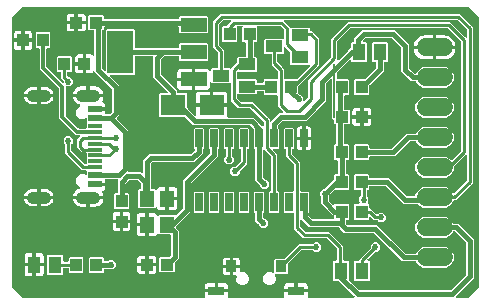
<source format=gbr>
G04 EAGLE Gerber RS-274X export*
G75*
%MOMM*%
%FSLAX34Y34*%
%LPD*%
%INTop Copper*%
%IPPOS*%
%AMOC8*
5,1,8,0,0,1.08239X$1,22.5*%
G01*
%ADD10R,1.100000X1.000000*%
%ADD11R,1.000000X1.100000*%
%ADD12R,0.635000X1.524000*%
%ADD13R,1.400000X1.000000*%
%ADD14R,1.100000X1.450000*%
%ADD15R,2.150000X1.800000*%
%ADD16R,2.235000X1.219000*%
%ADD17R,2.200000X3.600000*%
%ADD18C,1.000000*%
%ADD19C,1.050000*%
%ADD20R,1.150000X0.600000*%
%ADD21R,1.150000X0.300000*%
%ADD22R,1.200000X1.400000*%
%ADD23R,0.900000X1.000000*%
%ADD24R,1.450000X0.800000*%
%ADD25C,1.524000*%
%ADD26C,0.525000*%
%ADD27C,0.400000*%
%ADD28C,0.254000*%
%ADD29C,0.250000*%
%ADD30C,0.304800*%
%ADD31C,0.152400*%

G36*
X165030Y2020D02*
X165030Y2020D01*
X165148Y2038D01*
X165152Y2040D01*
X165156Y2040D01*
X165260Y2096D01*
X165367Y2151D01*
X165370Y2154D01*
X165373Y2156D01*
X165455Y2242D01*
X165538Y2327D01*
X165540Y2331D01*
X165543Y2334D01*
X165593Y2442D01*
X165644Y2549D01*
X165645Y2553D01*
X165646Y2557D01*
X165660Y2675D01*
X165674Y2793D01*
X165673Y2798D01*
X165674Y2801D01*
X165671Y2815D01*
X165649Y2959D01*
X165459Y3666D01*
X165459Y6477D01*
X174488Y6477D01*
X174508Y6480D01*
X174527Y6478D01*
X174629Y6500D01*
X174731Y6517D01*
X174748Y6526D01*
X174768Y6530D01*
X174857Y6583D01*
X174948Y6632D01*
X174962Y6646D01*
X174979Y6656D01*
X175046Y6735D01*
X175117Y6810D01*
X175126Y6828D01*
X175139Y6843D01*
X175178Y6939D01*
X175221Y7033D01*
X175223Y7053D01*
X175231Y7071D01*
X175249Y7238D01*
X175249Y8001D01*
X175251Y8001D01*
X175251Y7238D01*
X175254Y7218D01*
X175252Y7199D01*
X175274Y7097D01*
X175291Y6995D01*
X175300Y6978D01*
X175304Y6958D01*
X175357Y6869D01*
X175406Y6778D01*
X175420Y6764D01*
X175430Y6747D01*
X175509Y6680D01*
X175584Y6609D01*
X175602Y6600D01*
X175617Y6587D01*
X175713Y6548D01*
X175807Y6505D01*
X175827Y6503D01*
X175845Y6495D01*
X176012Y6477D01*
X185041Y6477D01*
X185041Y3666D01*
X184851Y2959D01*
X184839Y2840D01*
X184826Y2723D01*
X184827Y2718D01*
X184827Y2714D01*
X184853Y2599D01*
X184879Y2482D01*
X184881Y2479D01*
X184882Y2475D01*
X184944Y2373D01*
X185005Y2271D01*
X185008Y2268D01*
X185010Y2265D01*
X185102Y2188D01*
X185192Y2111D01*
X185196Y2110D01*
X185199Y2107D01*
X185309Y2064D01*
X185420Y2019D01*
X185425Y2019D01*
X185428Y2017D01*
X185442Y2017D01*
X185587Y2001D01*
X232413Y2001D01*
X232530Y2020D01*
X232648Y2038D01*
X232652Y2040D01*
X232656Y2040D01*
X232760Y2096D01*
X232867Y2151D01*
X232870Y2154D01*
X232873Y2156D01*
X232955Y2242D01*
X233038Y2327D01*
X233040Y2331D01*
X233043Y2334D01*
X233093Y2442D01*
X233144Y2549D01*
X233145Y2553D01*
X233146Y2557D01*
X233160Y2675D01*
X233174Y2793D01*
X233173Y2798D01*
X233174Y2801D01*
X233171Y2815D01*
X233149Y2959D01*
X232959Y3666D01*
X232959Y6477D01*
X241988Y6477D01*
X242008Y6480D01*
X242027Y6478D01*
X242129Y6500D01*
X242231Y6517D01*
X242248Y6526D01*
X242268Y6530D01*
X242357Y6583D01*
X242448Y6632D01*
X242462Y6646D01*
X242479Y6656D01*
X242546Y6735D01*
X242617Y6810D01*
X242626Y6828D01*
X242639Y6843D01*
X242678Y6939D01*
X242721Y7033D01*
X242723Y7053D01*
X242731Y7071D01*
X242749Y7238D01*
X242749Y8001D01*
X242751Y8001D01*
X242751Y7238D01*
X242754Y7218D01*
X242752Y7199D01*
X242774Y7097D01*
X242791Y6995D01*
X242800Y6978D01*
X242804Y6958D01*
X242857Y6869D01*
X242906Y6778D01*
X242920Y6764D01*
X242930Y6747D01*
X243009Y6680D01*
X243084Y6609D01*
X243102Y6600D01*
X243117Y6587D01*
X243213Y6548D01*
X243307Y6505D01*
X243327Y6503D01*
X243345Y6495D01*
X243512Y6477D01*
X252541Y6477D01*
X252541Y3666D01*
X252351Y2959D01*
X252339Y2840D01*
X252326Y2723D01*
X252327Y2718D01*
X252327Y2714D01*
X252353Y2599D01*
X252379Y2482D01*
X252381Y2479D01*
X252382Y2475D01*
X252444Y2373D01*
X252505Y2271D01*
X252508Y2268D01*
X252510Y2265D01*
X252602Y2188D01*
X252692Y2111D01*
X252696Y2110D01*
X252699Y2107D01*
X252809Y2064D01*
X252920Y2019D01*
X252925Y2019D01*
X252928Y2017D01*
X252942Y2017D01*
X253087Y2001D01*
X291536Y2001D01*
X291607Y2012D01*
X291678Y2014D01*
X291727Y2032D01*
X291779Y2040D01*
X291842Y2074D01*
X291909Y2099D01*
X291950Y2131D01*
X291996Y2156D01*
X292045Y2208D01*
X292101Y2252D01*
X292130Y2296D01*
X292165Y2334D01*
X292196Y2399D01*
X292234Y2459D01*
X292247Y2510D01*
X292269Y2557D01*
X292277Y2628D01*
X292294Y2698D01*
X292290Y2750D01*
X292296Y2801D01*
X292281Y2872D01*
X292275Y2943D01*
X292255Y2991D01*
X292244Y3042D01*
X292207Y3103D01*
X292179Y3169D01*
X292134Y3225D01*
X292118Y3253D01*
X292100Y3268D01*
X292074Y3300D01*
X279868Y15506D01*
X279118Y16256D01*
X279044Y16309D01*
X278975Y16369D01*
X278945Y16381D01*
X278918Y16400D01*
X278831Y16427D01*
X278747Y16461D01*
X278706Y16465D01*
X278683Y16472D01*
X278651Y16471D01*
X278580Y16479D01*
X274974Y16479D01*
X274229Y17224D01*
X274229Y32776D01*
X274974Y33521D01*
X276718Y33521D01*
X276738Y33524D01*
X276757Y33522D01*
X276859Y33544D01*
X276961Y33560D01*
X276978Y33570D01*
X276998Y33574D01*
X277087Y33627D01*
X277178Y33676D01*
X277192Y33690D01*
X277209Y33700D01*
X277276Y33779D01*
X277348Y33854D01*
X277356Y33872D01*
X277369Y33887D01*
X277408Y33983D01*
X277451Y34077D01*
X277453Y34097D01*
X277461Y34115D01*
X277479Y34282D01*
X277479Y43641D01*
X277465Y43731D01*
X277457Y43822D01*
X277445Y43851D01*
X277440Y43883D01*
X277397Y43964D01*
X277361Y44048D01*
X277335Y44080D01*
X277324Y44101D01*
X277301Y44123D01*
X277256Y44179D01*
X269179Y52256D01*
X269105Y52309D01*
X269035Y52369D01*
X269005Y52381D01*
X268979Y52400D01*
X268892Y52427D01*
X268807Y52461D01*
X268766Y52465D01*
X268744Y52472D01*
X268712Y52471D01*
X268641Y52479D01*
X248956Y52479D01*
X241234Y60201D01*
X241234Y73398D01*
X241231Y73418D01*
X241233Y73437D01*
X241211Y73539D01*
X241195Y73641D01*
X241185Y73658D01*
X241181Y73678D01*
X241128Y73767D01*
X241079Y73858D01*
X241065Y73872D01*
X241055Y73889D01*
X240976Y73956D01*
X240901Y74028D01*
X240883Y74036D01*
X240868Y74049D01*
X240772Y74088D01*
X240678Y74131D01*
X240658Y74133D01*
X240640Y74141D01*
X240473Y74159D01*
X233049Y74159D01*
X232304Y74904D01*
X232304Y91196D01*
X233049Y91941D01*
X240473Y91941D01*
X240493Y91944D01*
X240512Y91942D01*
X240614Y91964D01*
X240716Y91980D01*
X240733Y91990D01*
X240753Y91994D01*
X240842Y92047D01*
X240933Y92096D01*
X240947Y92110D01*
X240964Y92120D01*
X241031Y92199D01*
X241103Y92274D01*
X241111Y92292D01*
X241124Y92307D01*
X241163Y92403D01*
X241206Y92497D01*
X241208Y92517D01*
X241216Y92535D01*
X241234Y92702D01*
X241234Y114886D01*
X241220Y114976D01*
X241212Y115067D01*
X241200Y115096D01*
X241195Y115128D01*
X241152Y115209D01*
X241116Y115293D01*
X241090Y115325D01*
X241079Y115346D01*
X241056Y115368D01*
X241011Y115424D01*
X234229Y122206D01*
X234229Y127298D01*
X234226Y127318D01*
X234228Y127337D01*
X234206Y127439D01*
X234190Y127541D01*
X234180Y127558D01*
X234176Y127578D01*
X234123Y127667D01*
X234074Y127758D01*
X234060Y127772D01*
X234050Y127789D01*
X233971Y127856D01*
X233896Y127928D01*
X233878Y127936D01*
X233863Y127949D01*
X233767Y127988D01*
X233673Y128031D01*
X233653Y128033D01*
X233635Y128041D01*
X233468Y128059D01*
X233049Y128059D01*
X232304Y128804D01*
X232304Y145096D01*
X233049Y145841D01*
X240451Y145841D01*
X241196Y145096D01*
X241196Y128804D01*
X240451Y128059D01*
X240032Y128059D01*
X240012Y128056D01*
X239993Y128058D01*
X239891Y128036D01*
X239789Y128020D01*
X239772Y128010D01*
X239752Y128006D01*
X239663Y127953D01*
X239572Y127904D01*
X239558Y127890D01*
X239541Y127880D01*
X239474Y127801D01*
X239402Y127726D01*
X239394Y127708D01*
X239381Y127693D01*
X239342Y127597D01*
X239299Y127503D01*
X239297Y127483D01*
X239289Y127465D01*
X239271Y127298D01*
X239271Y124609D01*
X239285Y124519D01*
X239293Y124428D01*
X239305Y124399D01*
X239310Y124367D01*
X239353Y124286D01*
X239389Y124202D01*
X239415Y124170D01*
X239426Y124149D01*
X239449Y124127D01*
X239494Y124071D01*
X246276Y117289D01*
X246276Y92702D01*
X246279Y92682D01*
X246277Y92663D01*
X246299Y92561D01*
X246315Y92459D01*
X246325Y92442D01*
X246329Y92422D01*
X246382Y92333D01*
X246431Y92242D01*
X246445Y92228D01*
X246455Y92211D01*
X246534Y92144D01*
X246609Y92072D01*
X246627Y92064D01*
X246642Y92051D01*
X246738Y92012D01*
X246832Y91969D01*
X246852Y91967D01*
X246870Y91959D01*
X247037Y91941D01*
X253151Y91941D01*
X253896Y91196D01*
X253896Y74904D01*
X253494Y74502D01*
X253441Y74428D01*
X253381Y74358D01*
X253369Y74328D01*
X253350Y74302D01*
X253323Y74215D01*
X253289Y74130D01*
X253285Y74089D01*
X253278Y74067D01*
X253279Y74035D01*
X253271Y73963D01*
X253271Y71670D01*
X253285Y71580D01*
X253293Y71489D01*
X253305Y71459D01*
X253310Y71427D01*
X253353Y71347D01*
X253389Y71263D01*
X253415Y71231D01*
X253426Y71210D01*
X253449Y71188D01*
X253494Y71132D01*
X256132Y68494D01*
X256206Y68441D01*
X256275Y68381D01*
X256305Y68369D01*
X256332Y68350D01*
X256419Y68323D01*
X256503Y68289D01*
X256544Y68285D01*
X256567Y68278D01*
X256599Y68279D01*
X256670Y68271D01*
X274468Y68271D01*
X274488Y68274D01*
X274507Y68272D01*
X274609Y68294D01*
X274711Y68310D01*
X274728Y68320D01*
X274748Y68324D01*
X274837Y68377D01*
X274928Y68426D01*
X274942Y68440D01*
X274959Y68450D01*
X275026Y68529D01*
X275098Y68604D01*
X275106Y68622D01*
X275119Y68637D01*
X275158Y68733D01*
X275201Y68827D01*
X275203Y68847D01*
X275211Y68865D01*
X275229Y69032D01*
X275229Y70968D01*
X275226Y70988D01*
X275228Y71007D01*
X275206Y71109D01*
X275190Y71211D01*
X275180Y71228D01*
X275176Y71248D01*
X275123Y71337D01*
X275074Y71428D01*
X275060Y71442D01*
X275050Y71459D01*
X274971Y71526D01*
X274896Y71598D01*
X274878Y71606D01*
X274863Y71619D01*
X274767Y71658D01*
X274673Y71701D01*
X274653Y71703D01*
X274635Y71711D01*
X274468Y71729D01*
X273645Y71729D01*
X263729Y81645D01*
X263729Y87446D01*
X263715Y87536D01*
X263707Y87627D01*
X263695Y87657D01*
X263690Y87689D01*
X263647Y87769D01*
X263611Y87853D01*
X263585Y87886D01*
X263574Y87906D01*
X263551Y87928D01*
X263506Y87984D01*
X263104Y88386D01*
X263104Y91614D01*
X265386Y93896D01*
X265955Y93896D01*
X266045Y93910D01*
X266136Y93918D01*
X266166Y93930D01*
X266198Y93935D01*
X266278Y93978D01*
X266362Y94014D01*
X266394Y94040D01*
X266415Y94051D01*
X266437Y94074D01*
X266493Y94119D01*
X275006Y102632D01*
X275059Y102706D01*
X275119Y102775D01*
X275131Y102805D01*
X275150Y102832D01*
X275177Y102919D01*
X275211Y103003D01*
X275215Y103044D01*
X275222Y103067D01*
X275221Y103099D01*
X275229Y103170D01*
X275229Y106026D01*
X275974Y106771D01*
X277468Y106771D01*
X277488Y106774D01*
X277507Y106772D01*
X277609Y106794D01*
X277711Y106810D01*
X277728Y106820D01*
X277748Y106824D01*
X277837Y106877D01*
X277928Y106926D01*
X277942Y106940D01*
X277959Y106950D01*
X278026Y107029D01*
X278098Y107104D01*
X278106Y107122D01*
X278119Y107137D01*
X278158Y107233D01*
X278201Y107327D01*
X278203Y107347D01*
X278211Y107365D01*
X278229Y107532D01*
X278229Y117468D01*
X278226Y117488D01*
X278228Y117507D01*
X278206Y117609D01*
X278190Y117711D01*
X278180Y117728D01*
X278176Y117748D01*
X278123Y117837D01*
X278074Y117928D01*
X278060Y117942D01*
X278050Y117959D01*
X277971Y118026D01*
X277896Y118098D01*
X277878Y118106D01*
X277863Y118119D01*
X277767Y118158D01*
X277673Y118201D01*
X277653Y118203D01*
X277635Y118211D01*
X277468Y118229D01*
X275974Y118229D01*
X275229Y118974D01*
X275229Y131026D01*
X275975Y131772D01*
X275988Y131774D01*
X276007Y131772D01*
X276109Y131794D01*
X276211Y131810D01*
X276228Y131820D01*
X276248Y131824D01*
X276337Y131877D01*
X276428Y131926D01*
X276442Y131940D01*
X276459Y131950D01*
X276526Y132029D01*
X276598Y132104D01*
X276606Y132122D01*
X276619Y132137D01*
X276658Y132233D01*
X276701Y132327D01*
X276703Y132347D01*
X276711Y132365D01*
X276729Y132532D01*
X276729Y147968D01*
X276726Y147988D01*
X276728Y148007D01*
X276706Y148109D01*
X276690Y148211D01*
X276680Y148228D01*
X276676Y148248D01*
X276623Y148337D01*
X276574Y148428D01*
X276560Y148442D01*
X276550Y148459D01*
X276471Y148526D01*
X276396Y148598D01*
X276378Y148606D01*
X276363Y148619D01*
X276267Y148658D01*
X276173Y148701D01*
X276153Y148703D01*
X276135Y148711D01*
X275968Y148729D01*
X275474Y148729D01*
X274729Y149474D01*
X274729Y152206D01*
X274726Y152226D01*
X274728Y152245D01*
X274706Y152347D01*
X274690Y152449D01*
X274680Y152466D01*
X274676Y152486D01*
X274623Y152575D01*
X274574Y152666D01*
X274560Y152680D01*
X274550Y152697D01*
X274471Y152764D01*
X274396Y152836D01*
X274378Y152844D01*
X274363Y152857D01*
X274267Y152896D01*
X274197Y152928D01*
X272967Y154158D01*
X272967Y186504D01*
X272956Y186575D01*
X272954Y186646D01*
X272936Y186695D01*
X272928Y186747D01*
X272894Y186810D01*
X272869Y186877D01*
X272837Y186918D01*
X272812Y186964D01*
X272760Y187013D01*
X272716Y187069D01*
X272672Y187098D01*
X272634Y187133D01*
X272569Y187164D01*
X272509Y187202D01*
X272458Y187215D01*
X272411Y187237D01*
X272340Y187245D01*
X272270Y187262D01*
X272218Y187258D01*
X272167Y187264D01*
X272096Y187249D01*
X272025Y187243D01*
X271977Y187223D01*
X271926Y187212D01*
X271865Y187175D01*
X271799Y187147D01*
X271743Y187102D01*
X271715Y187086D01*
X271700Y187068D01*
X271668Y187042D01*
X268494Y183868D01*
X268441Y183794D01*
X268381Y183725D01*
X268369Y183695D01*
X268350Y183668D01*
X268323Y183581D01*
X268289Y183497D01*
X268285Y183456D01*
X268278Y183433D01*
X268279Y183401D01*
X268271Y183330D01*
X268271Y168645D01*
X251355Y151729D01*
X231670Y151729D01*
X231580Y151715D01*
X231489Y151707D01*
X231459Y151695D01*
X231427Y151690D01*
X231347Y151647D01*
X231263Y151611D01*
X231231Y151585D01*
X231210Y151574D01*
X231188Y151551D01*
X231132Y151506D01*
X227544Y147918D01*
X227499Y147856D01*
X227472Y147828D01*
X227467Y147817D01*
X227431Y147775D01*
X227419Y147745D01*
X227400Y147718D01*
X227373Y147631D01*
X227339Y147547D01*
X227335Y147506D01*
X227328Y147483D01*
X227329Y147451D01*
X227321Y147380D01*
X227321Y146587D01*
X227335Y146497D01*
X227343Y146406D01*
X227355Y146376D01*
X227360Y146344D01*
X227403Y146263D01*
X227439Y146179D01*
X227465Y146147D01*
X227476Y146127D01*
X227499Y146104D01*
X227544Y146048D01*
X228496Y145096D01*
X228496Y128804D01*
X227751Y128059D01*
X223985Y128059D01*
X223914Y128048D01*
X223842Y128046D01*
X223793Y128028D01*
X223742Y128020D01*
X223678Y127986D01*
X223611Y127961D01*
X223570Y127929D01*
X223524Y127904D01*
X223475Y127852D01*
X223419Y127808D01*
X223391Y127764D01*
X223355Y127726D01*
X223325Y127661D01*
X223286Y127601D01*
X223273Y127550D01*
X223251Y127503D01*
X223244Y127432D01*
X223226Y127362D01*
X223230Y127310D01*
X223224Y127259D01*
X223240Y127188D01*
X223245Y127117D01*
X223265Y127069D01*
X223277Y127018D01*
X223313Y126957D01*
X223341Y126891D01*
X223386Y126835D01*
X223403Y126807D01*
X223421Y126792D01*
X223446Y126760D01*
X226591Y123615D01*
X226591Y92702D01*
X226594Y92682D01*
X226592Y92663D01*
X226614Y92561D01*
X226630Y92459D01*
X226640Y92442D01*
X226644Y92422D01*
X226697Y92333D01*
X226746Y92242D01*
X226760Y92228D01*
X226770Y92211D01*
X226849Y92144D01*
X226924Y92072D01*
X226942Y92064D01*
X226957Y92051D01*
X227053Y92012D01*
X227147Y91969D01*
X227167Y91967D01*
X227185Y91959D01*
X227352Y91941D01*
X227751Y91941D01*
X228496Y91196D01*
X228496Y74904D01*
X227751Y74159D01*
X220349Y74159D01*
X219604Y74904D01*
X219604Y91196D01*
X220349Y91941D01*
X220748Y91941D01*
X220768Y91944D01*
X220787Y91942D01*
X220889Y91964D01*
X220991Y91980D01*
X221008Y91990D01*
X221028Y91994D01*
X221117Y92047D01*
X221208Y92096D01*
X221222Y92110D01*
X221239Y92120D01*
X221306Y92199D01*
X221378Y92274D01*
X221386Y92292D01*
X221399Y92307D01*
X221438Y92403D01*
X221481Y92497D01*
X221483Y92517D01*
X221491Y92535D01*
X221509Y92702D01*
X221509Y121195D01*
X221495Y121285D01*
X221487Y121376D01*
X221475Y121406D01*
X221470Y121438D01*
X221427Y121519D01*
X221391Y121602D01*
X221365Y121635D01*
X221354Y121655D01*
X221331Y121677D01*
X221286Y121733D01*
X217015Y126005D01*
X215920Y127099D01*
X215862Y127141D01*
X215810Y127191D01*
X215763Y127213D01*
X215721Y127243D01*
X215652Y127264D01*
X215587Y127294D01*
X215535Y127300D01*
X215485Y127315D01*
X215414Y127314D01*
X215343Y127321D01*
X215292Y127310D01*
X215240Y127309D01*
X215172Y127284D01*
X215102Y127269D01*
X215057Y127242D01*
X215009Y127225D01*
X214953Y127180D01*
X214891Y127143D01*
X214857Y127103D01*
X214817Y127071D01*
X214778Y127011D01*
X214731Y126956D01*
X214712Y126908D01*
X214684Y126864D01*
X214666Y126794D01*
X214639Y126728D01*
X214631Y126657D01*
X214623Y126625D01*
X214625Y126602D01*
X214621Y126561D01*
X214621Y104320D01*
X214635Y104230D01*
X214643Y104139D01*
X214655Y104109D01*
X214660Y104077D01*
X214703Y103997D01*
X214739Y103913D01*
X214765Y103881D01*
X214776Y103860D01*
X214799Y103838D01*
X214844Y103782D01*
X216507Y102119D01*
X216581Y102066D01*
X216650Y102006D01*
X216680Y101994D01*
X216707Y101975D01*
X216794Y101948D01*
X216878Y101914D01*
X216919Y101910D01*
X216942Y101903D01*
X216974Y101904D01*
X217045Y101896D01*
X217614Y101896D01*
X219896Y99614D01*
X219896Y96386D01*
X217614Y94104D01*
X214386Y94104D01*
X212104Y96386D01*
X212104Y96955D01*
X212090Y97045D01*
X212082Y97136D01*
X212070Y97166D01*
X212065Y97198D01*
X212022Y97278D01*
X211986Y97362D01*
X211960Y97394D01*
X211949Y97415D01*
X211926Y97437D01*
X211881Y97493D01*
X208079Y101295D01*
X208079Y127313D01*
X208065Y127403D01*
X208057Y127494D01*
X208045Y127524D01*
X208040Y127556D01*
X207997Y127637D01*
X207961Y127721D01*
X207935Y127753D01*
X207924Y127773D01*
X207901Y127796D01*
X207856Y127852D01*
X206904Y128804D01*
X206904Y144781D01*
X206890Y144871D01*
X206882Y144962D01*
X206870Y144992D01*
X206865Y145024D01*
X206822Y145104D01*
X206786Y145188D01*
X206760Y145220D01*
X206749Y145241D01*
X206726Y145263D01*
X206681Y145319D01*
X204221Y147779D01*
X204147Y147833D01*
X204078Y147892D01*
X204047Y147904D01*
X204021Y147923D01*
X203934Y147950D01*
X203849Y147984D01*
X203809Y147988D01*
X203786Y147995D01*
X203754Y147994D01*
X203683Y148002D01*
X155742Y148002D01*
X149238Y154506D01*
X149165Y154559D01*
X149095Y154619D01*
X149065Y154631D01*
X149039Y154650D01*
X148952Y154677D01*
X148867Y154711D01*
X148826Y154715D01*
X148804Y154722D01*
X148771Y154721D01*
X148700Y154729D01*
X127474Y154729D01*
X126729Y155474D01*
X126729Y174526D01*
X127474Y175271D01*
X133266Y175271D01*
X133337Y175282D01*
X133408Y175284D01*
X133457Y175302D01*
X133509Y175310D01*
X133572Y175344D01*
X133639Y175369D01*
X133680Y175401D01*
X133726Y175426D01*
X133775Y175478D01*
X133831Y175522D01*
X133860Y175566D01*
X133895Y175604D01*
X133926Y175669D01*
X133964Y175729D01*
X133977Y175780D01*
X133999Y175827D01*
X134007Y175898D01*
X134024Y175968D01*
X134020Y176020D01*
X134026Y176071D01*
X134011Y176142D01*
X134005Y176213D01*
X133985Y176261D01*
X133974Y176312D01*
X133937Y176373D01*
X133909Y176439D01*
X133864Y176495D01*
X133848Y176523D01*
X133830Y176538D01*
X133804Y176570D01*
X121729Y188645D01*
X121729Y205968D01*
X121726Y205988D01*
X121728Y206007D01*
X121706Y206109D01*
X121690Y206211D01*
X121680Y206228D01*
X121676Y206248D01*
X121623Y206337D01*
X121574Y206428D01*
X121560Y206442D01*
X121550Y206459D01*
X121471Y206526D01*
X121396Y206598D01*
X121378Y206606D01*
X121363Y206619D01*
X121267Y206658D01*
X121173Y206701D01*
X121153Y206703D01*
X121135Y206711D01*
X120968Y206729D01*
X107042Y206729D01*
X107022Y206726D01*
X107003Y206728D01*
X106901Y206706D01*
X106799Y206690D01*
X106782Y206680D01*
X106762Y206676D01*
X106673Y206623D01*
X106582Y206574D01*
X106568Y206560D01*
X106551Y206550D01*
X106484Y206471D01*
X106412Y206396D01*
X106404Y206378D01*
X106391Y206363D01*
X106352Y206267D01*
X106309Y206173D01*
X106307Y206153D01*
X106299Y206135D01*
X106281Y205968D01*
X106281Y191474D01*
X105536Y190729D01*
X85734Y190729D01*
X85663Y190718D01*
X85592Y190716D01*
X85543Y190698D01*
X85491Y190690D01*
X85428Y190656D01*
X85361Y190631D01*
X85320Y190599D01*
X85274Y190574D01*
X85225Y190522D01*
X85169Y190478D01*
X85140Y190434D01*
X85105Y190396D01*
X85074Y190331D01*
X85036Y190271D01*
X85023Y190220D01*
X85001Y190173D01*
X84993Y190102D01*
X84976Y190032D01*
X84980Y189980D01*
X84974Y189929D01*
X84989Y189858D01*
X84995Y189787D01*
X85015Y189739D01*
X85026Y189688D01*
X85063Y189627D01*
X85091Y189561D01*
X85136Y189505D01*
X85152Y189477D01*
X85170Y189462D01*
X85196Y189430D01*
X91132Y183494D01*
X93271Y181355D01*
X93271Y156645D01*
X91164Y154538D01*
X91152Y154522D01*
X91137Y154510D01*
X91080Y154422D01*
X91020Y154339D01*
X91014Y154320D01*
X91004Y154303D01*
X90978Y154202D01*
X90948Y154103D01*
X90948Y154084D01*
X90944Y154064D01*
X90952Y153961D01*
X90954Y153858D01*
X90961Y153839D01*
X90963Y153819D01*
X91003Y153724D01*
X91039Y153627D01*
X91051Y153611D01*
X91059Y153593D01*
X91164Y153462D01*
X100821Y143805D01*
X100821Y109645D01*
X100746Y109570D01*
X100704Y109512D01*
X100655Y109460D01*
X100633Y109413D01*
X100602Y109371D01*
X100581Y109302D01*
X100551Y109237D01*
X100545Y109185D01*
X100530Y109135D01*
X100532Y109064D01*
X100524Y108993D01*
X100535Y108942D01*
X100536Y108890D01*
X100561Y108822D01*
X100576Y108752D01*
X100603Y108707D01*
X100621Y108659D01*
X100665Y108603D01*
X100702Y108541D01*
X100742Y108507D01*
X100774Y108467D01*
X100835Y108428D01*
X100889Y108381D01*
X100938Y108362D01*
X100981Y108334D01*
X101051Y108316D01*
X101117Y108289D01*
X101189Y108281D01*
X101220Y108273D01*
X101243Y108275D01*
X101284Y108271D01*
X111355Y108271D01*
X111930Y107696D01*
X111988Y107654D01*
X112040Y107605D01*
X112087Y107583D01*
X112129Y107552D01*
X112198Y107531D01*
X112263Y107501D01*
X112315Y107495D01*
X112365Y107480D01*
X112436Y107482D01*
X112507Y107474D01*
X112558Y107485D01*
X112610Y107486D01*
X112678Y107511D01*
X112748Y107526D01*
X112793Y107553D01*
X112841Y107571D01*
X112897Y107616D01*
X112959Y107652D01*
X112993Y107692D01*
X113033Y107724D01*
X113072Y107785D01*
X113119Y107839D01*
X113138Y107888D01*
X113166Y107931D01*
X113184Y108001D01*
X113211Y108067D01*
X113219Y108139D01*
X113227Y108170D01*
X113225Y108193D01*
X113229Y108234D01*
X113229Y117855D01*
X118645Y123271D01*
X153330Y123271D01*
X153420Y123285D01*
X153511Y123293D01*
X153541Y123305D01*
X153573Y123310D01*
X153653Y123353D01*
X153737Y123389D01*
X153769Y123415D01*
X153790Y123426D01*
X153812Y123449D01*
X153868Y123494D01*
X157056Y126682D01*
X157109Y126756D01*
X157169Y126825D01*
X157181Y126855D01*
X157200Y126882D01*
X157227Y126969D01*
X157261Y127053D01*
X157265Y127094D01*
X157272Y127117D01*
X157271Y127149D01*
X157279Y127220D01*
X157279Y127313D01*
X157265Y127403D01*
X157257Y127494D01*
X157245Y127524D01*
X157240Y127556D01*
X157197Y127637D01*
X157161Y127721D01*
X157135Y127753D01*
X157124Y127773D01*
X157101Y127796D01*
X157056Y127852D01*
X156104Y128804D01*
X156104Y145096D01*
X156849Y145841D01*
X164251Y145841D01*
X164996Y145096D01*
X164996Y128804D01*
X164044Y127852D01*
X163991Y127778D01*
X163931Y127708D01*
X163919Y127678D01*
X163900Y127652D01*
X163873Y127565D01*
X163839Y127480D01*
X163835Y127439D01*
X163828Y127417D01*
X163829Y127385D01*
X163821Y127313D01*
X163821Y124195D01*
X156355Y116729D01*
X121670Y116729D01*
X121580Y116715D01*
X121489Y116707D01*
X121459Y116695D01*
X121427Y116690D01*
X121347Y116647D01*
X121263Y116611D01*
X121231Y116585D01*
X121210Y116574D01*
X121188Y116551D01*
X121132Y116506D01*
X119994Y115368D01*
X119941Y115294D01*
X119881Y115225D01*
X119869Y115195D01*
X119850Y115168D01*
X119823Y115081D01*
X119789Y114997D01*
X119785Y114956D01*
X119778Y114933D01*
X119779Y114901D01*
X119771Y114830D01*
X119771Y95032D01*
X119774Y95012D01*
X119772Y94993D01*
X119794Y94891D01*
X119810Y94789D01*
X119820Y94772D01*
X119824Y94752D01*
X119877Y94663D01*
X119926Y94572D01*
X119940Y94558D01*
X119950Y94541D01*
X120029Y94474D01*
X120104Y94402D01*
X120122Y94394D01*
X120137Y94381D01*
X120233Y94342D01*
X120327Y94299D01*
X120347Y94297D01*
X120365Y94289D01*
X120532Y94271D01*
X123026Y94271D01*
X123816Y93481D01*
X123894Y93425D01*
X123967Y93364D01*
X123993Y93354D01*
X124016Y93337D01*
X124107Y93309D01*
X124196Y93275D01*
X124224Y93273D01*
X124251Y93265D01*
X124347Y93267D01*
X124442Y93263D01*
X124469Y93271D01*
X124497Y93271D01*
X124587Y93304D01*
X124678Y93330D01*
X124701Y93346D01*
X124728Y93356D01*
X124803Y93415D01*
X124881Y93469D01*
X124898Y93492D01*
X124920Y93509D01*
X124972Y93590D01*
X125029Y93666D01*
X125042Y93699D01*
X125053Y93716D01*
X125061Y93748D01*
X125090Y93822D01*
X125132Y93981D01*
X125467Y94560D01*
X125940Y95033D01*
X126519Y95368D01*
X127166Y95541D01*
X131977Y95541D01*
X131977Y86762D01*
X131980Y86742D01*
X131978Y86723D01*
X132000Y86621D01*
X132017Y86519D01*
X132026Y86502D01*
X132030Y86482D01*
X132083Y86393D01*
X132132Y86302D01*
X132146Y86288D01*
X132156Y86271D01*
X132235Y86204D01*
X132310Y86133D01*
X132328Y86124D01*
X132343Y86111D01*
X132439Y86072D01*
X132533Y86029D01*
X132553Y86027D01*
X132571Y86019D01*
X132738Y86001D01*
X133501Y86001D01*
X133501Y85999D01*
X132738Y85999D01*
X132718Y85996D01*
X132699Y85998D01*
X132597Y85976D01*
X132495Y85959D01*
X132478Y85950D01*
X132458Y85946D01*
X132369Y85893D01*
X132278Y85844D01*
X132264Y85830D01*
X132247Y85820D01*
X132180Y85741D01*
X132109Y85666D01*
X132100Y85648D01*
X132087Y85633D01*
X132048Y85537D01*
X132005Y85443D01*
X132003Y85423D01*
X131995Y85405D01*
X131977Y85238D01*
X131977Y76459D01*
X127166Y76459D01*
X126519Y76632D01*
X125940Y76967D01*
X125467Y77440D01*
X125132Y78019D01*
X125090Y78178D01*
X125051Y78265D01*
X125018Y78354D01*
X125000Y78376D01*
X124989Y78402D01*
X124924Y78472D01*
X124864Y78546D01*
X124840Y78562D01*
X124821Y78582D01*
X124738Y78628D01*
X124657Y78679D01*
X124630Y78686D01*
X124605Y78700D01*
X124511Y78716D01*
X124419Y78739D01*
X124391Y78737D01*
X124363Y78742D01*
X124268Y78728D01*
X124174Y78720D01*
X124148Y78709D01*
X124120Y78705D01*
X124035Y78661D01*
X123947Y78624D01*
X123920Y78602D01*
X123901Y78592D01*
X123878Y78569D01*
X123816Y78519D01*
X123026Y77729D01*
X109974Y77729D01*
X109229Y78474D01*
X109229Y93526D01*
X109974Y94271D01*
X110968Y94271D01*
X110988Y94274D01*
X111007Y94272D01*
X111109Y94294D01*
X111211Y94310D01*
X111228Y94320D01*
X111248Y94324D01*
X111337Y94377D01*
X111428Y94426D01*
X111442Y94440D01*
X111459Y94450D01*
X111526Y94529D01*
X111598Y94604D01*
X111606Y94622D01*
X111619Y94637D01*
X111658Y94733D01*
X111701Y94827D01*
X111703Y94847D01*
X111711Y94865D01*
X111729Y95032D01*
X111729Y98330D01*
X111715Y98420D01*
X111707Y98511D01*
X111695Y98541D01*
X111690Y98573D01*
X111647Y98653D01*
X111611Y98737D01*
X111585Y98769D01*
X111574Y98790D01*
X111551Y98812D01*
X111506Y98868D01*
X108868Y101506D01*
X108794Y101559D01*
X108725Y101619D01*
X108695Y101631D01*
X108668Y101650D01*
X108581Y101677D01*
X108497Y101711D01*
X108456Y101715D01*
X108433Y101722D01*
X108401Y101721D01*
X108330Y101729D01*
X101670Y101729D01*
X101580Y101715D01*
X101489Y101707D01*
X101459Y101695D01*
X101427Y101690D01*
X101347Y101647D01*
X101263Y101611D01*
X101231Y101585D01*
X101210Y101574D01*
X101206Y101570D01*
X101205Y101570D01*
X101187Y101550D01*
X101132Y101506D01*
X98494Y98868D01*
X98441Y98794D01*
X98381Y98725D01*
X98369Y98695D01*
X98350Y98668D01*
X98323Y98581D01*
X98289Y98497D01*
X98285Y98456D01*
X98278Y98433D01*
X98279Y98401D01*
X98271Y98330D01*
X98271Y91032D01*
X98274Y91012D01*
X98272Y90993D01*
X98294Y90891D01*
X98310Y90789D01*
X98320Y90772D01*
X98324Y90752D01*
X98377Y90663D01*
X98426Y90572D01*
X98440Y90558D01*
X98450Y90541D01*
X98529Y90474D01*
X98604Y90402D01*
X98622Y90394D01*
X98637Y90381D01*
X98733Y90342D01*
X98827Y90299D01*
X98847Y90297D01*
X98865Y90289D01*
X99032Y90271D01*
X100526Y90271D01*
X101271Y89526D01*
X101271Y77474D01*
X100526Y76729D01*
X89474Y76729D01*
X88729Y77474D01*
X88729Y89526D01*
X89474Y90271D01*
X90968Y90271D01*
X90988Y90274D01*
X91007Y90272D01*
X91109Y90294D01*
X91211Y90310D01*
X91228Y90320D01*
X91248Y90324D01*
X91337Y90377D01*
X91428Y90426D01*
X91442Y90440D01*
X91459Y90450D01*
X91526Y90529D01*
X91598Y90604D01*
X91606Y90622D01*
X91619Y90637D01*
X91658Y90733D01*
X91701Y90827D01*
X91703Y90847D01*
X91711Y90865D01*
X91729Y91032D01*
X91729Y101355D01*
X91804Y101430D01*
X91846Y101488D01*
X91895Y101540D01*
X91917Y101587D01*
X91948Y101629D01*
X91969Y101698D01*
X91999Y101763D01*
X92005Y101815D01*
X92020Y101865D01*
X92018Y101936D01*
X92026Y102007D01*
X92015Y102058D01*
X92014Y102110D01*
X91989Y102178D01*
X91974Y102248D01*
X91947Y102293D01*
X91929Y102341D01*
X91885Y102397D01*
X91848Y102459D01*
X91808Y102493D01*
X91776Y102533D01*
X91715Y102572D01*
X91661Y102619D01*
X91612Y102638D01*
X91569Y102666D01*
X91499Y102684D01*
X91433Y102711D01*
X91361Y102719D01*
X91330Y102727D01*
X91307Y102725D01*
X91266Y102729D01*
X81459Y102729D01*
X81342Y102710D01*
X81224Y102692D01*
X81220Y102690D01*
X81216Y102690D01*
X81112Y102634D01*
X81006Y102579D01*
X81003Y102576D01*
X80999Y102574D01*
X80918Y102489D01*
X80834Y102403D01*
X80832Y102399D01*
X80830Y102396D01*
X80780Y102289D01*
X80728Y102181D01*
X80728Y102177D01*
X80726Y102173D01*
X80713Y102057D01*
X80698Y101937D01*
X80699Y101932D01*
X80699Y101929D01*
X80702Y101915D01*
X80724Y101771D01*
X80841Y101334D01*
X80841Y99499D01*
X73288Y99499D01*
X73269Y99496D01*
X73249Y99498D01*
X73147Y99476D01*
X73045Y99460D01*
X73028Y99450D01*
X73008Y99446D01*
X72919Y99393D01*
X72828Y99344D01*
X72814Y99330D01*
X72797Y99320D01*
X72730Y99241D01*
X72659Y99166D01*
X72650Y99148D01*
X72637Y99133D01*
X72599Y99037D01*
X72555Y98943D01*
X72553Y98923D01*
X72545Y98905D01*
X72527Y98738D01*
X72527Y97262D01*
X72530Y97242D01*
X72528Y97222D01*
X72550Y97121D01*
X72567Y97019D01*
X72576Y97002D01*
X72580Y96982D01*
X72633Y96893D01*
X72682Y96802D01*
X72696Y96788D01*
X72706Y96771D01*
X72785Y96704D01*
X72860Y96632D01*
X72878Y96624D01*
X72893Y96611D01*
X72990Y96572D01*
X73083Y96529D01*
X73103Y96527D01*
X73121Y96519D01*
X73288Y96501D01*
X80841Y96501D01*
X80841Y94665D01*
X80668Y94019D01*
X80333Y93440D01*
X79860Y92967D01*
X79281Y92632D01*
X78816Y92508D01*
X78797Y92499D01*
X78776Y92496D01*
X78685Y92449D01*
X78592Y92407D01*
X78576Y92392D01*
X78558Y92383D01*
X78486Y92309D01*
X78411Y92239D01*
X78401Y92221D01*
X78387Y92206D01*
X78343Y92113D01*
X78294Y92023D01*
X78290Y92002D01*
X78281Y91984D01*
X78269Y91882D01*
X78252Y91781D01*
X78255Y91760D01*
X78252Y91739D01*
X78273Y91639D01*
X78289Y91538D01*
X78298Y91519D01*
X78303Y91499D01*
X78380Y91350D01*
X78954Y90490D01*
X79541Y89072D01*
X79695Y88299D01*
X67538Y88299D01*
X67519Y88296D01*
X67499Y88298D01*
X67397Y88276D01*
X67295Y88260D01*
X67278Y88250D01*
X67258Y88246D01*
X67169Y88193D01*
X67078Y88144D01*
X67064Y88130D01*
X67047Y88120D01*
X66980Y88041D01*
X66909Y87966D01*
X66900Y87948D01*
X66887Y87933D01*
X66849Y87837D01*
X66805Y87743D01*
X66803Y87723D01*
X66796Y87705D01*
X66783Y87781D01*
X66774Y87798D01*
X66770Y87818D01*
X66717Y87907D01*
X66668Y87998D01*
X66654Y88012D01*
X66644Y88029D01*
X66565Y88096D01*
X66490Y88168D01*
X66472Y88176D01*
X66457Y88189D01*
X66360Y88228D01*
X66267Y88271D01*
X66247Y88273D01*
X66229Y88281D01*
X66062Y88299D01*
X53905Y88299D01*
X54059Y89072D01*
X54646Y90490D01*
X55499Y91766D01*
X56584Y92851D01*
X57860Y93704D01*
X59278Y94291D01*
X59529Y94341D01*
X59575Y94359D01*
X59624Y94367D01*
X59690Y94401D01*
X59760Y94428D01*
X59798Y94459D01*
X59841Y94482D01*
X59892Y94536D01*
X59950Y94583D01*
X59976Y94624D01*
X60010Y94660D01*
X60042Y94728D01*
X60082Y94791D01*
X60093Y94839D01*
X60114Y94883D01*
X60122Y94957D01*
X60140Y95030D01*
X60136Y95079D01*
X60141Y95127D01*
X60125Y95200D01*
X60119Y95275D01*
X60099Y95320D01*
X60089Y95368D01*
X60050Y95432D01*
X60021Y95501D01*
X59988Y95537D01*
X59963Y95579D01*
X59906Y95628D01*
X59856Y95683D01*
X59813Y95707D01*
X59776Y95739D01*
X59708Y95766D01*
X56549Y98925D01*
X56549Y103275D01*
X59625Y106351D01*
X63975Y106351D01*
X64230Y106096D01*
X64288Y106054D01*
X64340Y106005D01*
X64387Y105983D01*
X64429Y105952D01*
X64498Y105931D01*
X64563Y105901D01*
X64615Y105895D01*
X64665Y105880D01*
X64736Y105882D01*
X64807Y105874D01*
X64858Y105885D01*
X64910Y105886D01*
X64978Y105911D01*
X65048Y105926D01*
X65093Y105953D01*
X65141Y105971D01*
X65197Y106016D01*
X65259Y106052D01*
X65293Y106092D01*
X65333Y106125D01*
X65372Y106185D01*
X65419Y106239D01*
X65438Y106288D01*
X65466Y106331D01*
X65484Y106401D01*
X65511Y106467D01*
X65519Y106539D01*
X65527Y106570D01*
X65525Y106593D01*
X65529Y106634D01*
X65529Y109198D01*
X65526Y109218D01*
X65528Y109237D01*
X65506Y109339D01*
X65490Y109441D01*
X65480Y109458D01*
X65476Y109478D01*
X65423Y109567D01*
X65374Y109658D01*
X65360Y109672D01*
X65350Y109689D01*
X65271Y109756D01*
X65196Y109828D01*
X65178Y109836D01*
X65163Y109849D01*
X65067Y109888D01*
X64973Y109931D01*
X64953Y109933D01*
X64935Y109941D01*
X64768Y109959D01*
X61448Y109959D01*
X47459Y123948D01*
X47459Y131716D01*
X47445Y131806D01*
X47437Y131897D01*
X47425Y131927D01*
X47420Y131959D01*
X47377Y132039D01*
X47341Y132123D01*
X47315Y132155D01*
X47304Y132176D01*
X47281Y132198D01*
X47236Y132254D01*
X46104Y133386D01*
X46104Y136614D01*
X48386Y138896D01*
X51614Y138896D01*
X53896Y136614D01*
X53896Y133386D01*
X52764Y132254D01*
X52711Y132180D01*
X52651Y132111D01*
X52639Y132081D01*
X52620Y132055D01*
X52593Y131968D01*
X52559Y131883D01*
X52555Y131842D01*
X52548Y131819D01*
X52549Y131787D01*
X52541Y131716D01*
X52541Y126368D01*
X52555Y126278D01*
X52563Y126187D01*
X52575Y126157D01*
X52580Y126125D01*
X52623Y126044D01*
X52659Y125960D01*
X52685Y125928D01*
X52696Y125908D01*
X52719Y125885D01*
X52764Y125829D01*
X63329Y115264D01*
X63403Y115211D01*
X63473Y115151D01*
X63503Y115139D01*
X63529Y115120D01*
X63616Y115093D01*
X63701Y115059D01*
X63742Y115055D01*
X63764Y115048D01*
X63796Y115049D01*
X63868Y115041D01*
X64768Y115041D01*
X64788Y115044D01*
X64807Y115042D01*
X64909Y115064D01*
X65011Y115080D01*
X65028Y115090D01*
X65048Y115094D01*
X65137Y115147D01*
X65228Y115196D01*
X65242Y115210D01*
X65259Y115220D01*
X65326Y115299D01*
X65398Y115374D01*
X65406Y115392D01*
X65419Y115407D01*
X65458Y115503D01*
X65501Y115597D01*
X65503Y115617D01*
X65511Y115635D01*
X65529Y115802D01*
X65529Y119544D01*
X65550Y119566D01*
X65569Y119608D01*
X65608Y119661D01*
X65614Y119680D01*
X65625Y119697D01*
X65641Y119762D01*
X65654Y119789D01*
X65658Y119822D01*
X65681Y119897D01*
X65680Y119917D01*
X65685Y119936D01*
X65679Y120014D01*
X65681Y120034D01*
X65676Y120055D01*
X65674Y120142D01*
X65667Y120161D01*
X65666Y120181D01*
X65632Y120261D01*
X65629Y120274D01*
X65622Y120286D01*
X65590Y120373D01*
X65577Y120389D01*
X65569Y120407D01*
X65529Y120458D01*
X65529Y124218D01*
X65526Y124238D01*
X65528Y124257D01*
X65506Y124359D01*
X65490Y124461D01*
X65480Y124478D01*
X65476Y124498D01*
X65423Y124587D01*
X65374Y124678D01*
X65360Y124692D01*
X65350Y124709D01*
X65271Y124776D01*
X65196Y124848D01*
X65178Y124856D01*
X65163Y124869D01*
X65067Y124908D01*
X64973Y124951D01*
X64953Y124953D01*
X64935Y124961D01*
X64768Y124979D01*
X61601Y124979D01*
X57624Y128956D01*
X57624Y130772D01*
X57610Y130862D01*
X57602Y130953D01*
X57590Y130983D01*
X57585Y131014D01*
X57542Y131095D01*
X57506Y131179D01*
X57480Y131211D01*
X57479Y131213D01*
X57479Y136044D01*
X59179Y137744D01*
X59821Y138386D01*
X59863Y138444D01*
X59912Y138496D01*
X59934Y138543D01*
X59964Y138585D01*
X59986Y138654D01*
X60016Y138719D01*
X60021Y138771D01*
X60037Y138821D01*
X60035Y138892D01*
X60043Y138963D01*
X60032Y139014D01*
X60030Y139066D01*
X60006Y139134D01*
X59991Y139204D01*
X59964Y139249D01*
X59946Y139297D01*
X59901Y139353D01*
X59864Y139415D01*
X59825Y139449D01*
X59792Y139489D01*
X59732Y139528D01*
X59677Y139575D01*
X59629Y139594D01*
X59585Y139622D01*
X59516Y139640D01*
X59449Y139667D01*
X59378Y139675D01*
X59347Y139683D01*
X59324Y139681D01*
X59283Y139685D01*
X56362Y139685D01*
X42205Y153842D01*
X42205Y178527D01*
X42191Y178617D01*
X42183Y178708D01*
X42171Y178738D01*
X42166Y178770D01*
X42123Y178850D01*
X42087Y178934D01*
X42061Y178966D01*
X42050Y178987D01*
X42027Y179009D01*
X41982Y179065D01*
X25705Y195342D01*
X25705Y212468D01*
X25702Y212488D01*
X25704Y212507D01*
X25682Y212609D01*
X25666Y212711D01*
X25656Y212728D01*
X25652Y212748D01*
X25599Y212837D01*
X25550Y212928D01*
X25536Y212942D01*
X25526Y212959D01*
X25447Y213026D01*
X25372Y213098D01*
X25354Y213106D01*
X25339Y213119D01*
X25243Y213158D01*
X25149Y213201D01*
X25129Y213203D01*
X25111Y213211D01*
X24944Y213229D01*
X22974Y213229D01*
X22229Y213974D01*
X22229Y226026D01*
X22974Y226771D01*
X34026Y226771D01*
X34771Y226026D01*
X34771Y213974D01*
X34026Y213229D01*
X32056Y213229D01*
X32036Y213226D01*
X32017Y213228D01*
X31915Y213206D01*
X31813Y213190D01*
X31796Y213180D01*
X31776Y213176D01*
X31687Y213123D01*
X31596Y213074D01*
X31582Y213060D01*
X31565Y213050D01*
X31498Y212971D01*
X31426Y212896D01*
X31418Y212878D01*
X31405Y212863D01*
X31366Y212767D01*
X31323Y212673D01*
X31321Y212653D01*
X31313Y212635D01*
X31295Y212468D01*
X31295Y197973D01*
X31309Y197883D01*
X31317Y197792D01*
X31329Y197762D01*
X31334Y197730D01*
X31377Y197650D01*
X31413Y197566D01*
X31439Y197534D01*
X31450Y197513D01*
X31473Y197491D01*
X31518Y197435D01*
X44805Y184148D01*
X44863Y184106D01*
X44915Y184056D01*
X44962Y184034D01*
X45004Y184004D01*
X45073Y183983D01*
X45138Y183953D01*
X45190Y183947D01*
X45240Y183932D01*
X45311Y183934D01*
X45382Y183926D01*
X45433Y183937D01*
X45485Y183938D01*
X45553Y183963D01*
X45623Y183978D01*
X45668Y184005D01*
X45716Y184023D01*
X45772Y184067D01*
X45834Y184104D01*
X45868Y184144D01*
X45908Y184176D01*
X45947Y184237D01*
X45994Y184291D01*
X46013Y184339D01*
X46041Y184383D01*
X46059Y184453D01*
X46086Y184519D01*
X46094Y184591D01*
X46102Y184622D01*
X46100Y184645D01*
X46104Y184686D01*
X46104Y184987D01*
X46090Y185077D01*
X46082Y185168D01*
X46070Y185198D01*
X46065Y185230D01*
X46022Y185311D01*
X45986Y185395D01*
X45960Y185427D01*
X45949Y185447D01*
X45926Y185470D01*
X45881Y185526D01*
X43959Y187448D01*
X43959Y192468D01*
X43956Y192488D01*
X43958Y192507D01*
X43936Y192609D01*
X43920Y192711D01*
X43910Y192728D01*
X43906Y192748D01*
X43853Y192837D01*
X43804Y192928D01*
X43790Y192942D01*
X43780Y192959D01*
X43701Y193026D01*
X43626Y193098D01*
X43608Y193106D01*
X43593Y193119D01*
X43497Y193158D01*
X43403Y193201D01*
X43383Y193203D01*
X43365Y193211D01*
X43198Y193229D01*
X40974Y193229D01*
X40229Y193974D01*
X40229Y206026D01*
X40974Y206771D01*
X52026Y206771D01*
X52771Y206026D01*
X52771Y193974D01*
X52026Y193229D01*
X49802Y193229D01*
X49782Y193226D01*
X49763Y193228D01*
X49661Y193206D01*
X49559Y193190D01*
X49542Y193180D01*
X49522Y193176D01*
X49433Y193123D01*
X49342Y193074D01*
X49328Y193060D01*
X49311Y193050D01*
X49244Y192971D01*
X49172Y192896D01*
X49164Y192878D01*
X49151Y192863D01*
X49112Y192767D01*
X49069Y192673D01*
X49067Y192653D01*
X49059Y192635D01*
X49041Y192468D01*
X49041Y189868D01*
X49055Y189778D01*
X49063Y189687D01*
X49075Y189657D01*
X49080Y189625D01*
X49123Y189544D01*
X49159Y189460D01*
X49185Y189428D01*
X49196Y189408D01*
X49219Y189385D01*
X49264Y189329D01*
X49474Y189119D01*
X49548Y189066D01*
X49618Y189006D01*
X49648Y188994D01*
X49674Y188975D01*
X49761Y188948D01*
X49846Y188914D01*
X49887Y188910D01*
X49909Y188903D01*
X49941Y188904D01*
X50013Y188896D01*
X51614Y188896D01*
X53896Y186614D01*
X53896Y183386D01*
X51614Y181104D01*
X48556Y181104D01*
X48536Y181101D01*
X48517Y181103D01*
X48415Y181081D01*
X48313Y181065D01*
X48296Y181055D01*
X48276Y181051D01*
X48187Y180998D01*
X48096Y180949D01*
X48082Y180935D01*
X48065Y180925D01*
X47998Y180846D01*
X47926Y180771D01*
X47918Y180753D01*
X47905Y180738D01*
X47866Y180642D01*
X47823Y180548D01*
X47821Y180528D01*
X47813Y180510D01*
X47795Y180343D01*
X47795Y156473D01*
X47809Y156383D01*
X47817Y156292D01*
X47829Y156262D01*
X47834Y156230D01*
X47877Y156150D01*
X47913Y156066D01*
X47939Y156034D01*
X47950Y156013D01*
X47973Y155991D01*
X48018Y155935D01*
X58455Y145498D01*
X58529Y145445D01*
X58598Y145385D01*
X58628Y145373D01*
X58654Y145354D01*
X58741Y145327D01*
X58826Y145293D01*
X58867Y145289D01*
X58889Y145282D01*
X58922Y145283D01*
X58993Y145275D01*
X64768Y145275D01*
X64788Y145278D01*
X64807Y145276D01*
X64909Y145298D01*
X65011Y145314D01*
X65028Y145324D01*
X65048Y145328D01*
X65137Y145381D01*
X65228Y145430D01*
X65242Y145444D01*
X65259Y145454D01*
X65326Y145533D01*
X65398Y145608D01*
X65406Y145626D01*
X65419Y145641D01*
X65458Y145737D01*
X65501Y145831D01*
X65503Y145851D01*
X65511Y145869D01*
X65529Y146036D01*
X65529Y149549D01*
X65548Y149578D01*
X65608Y149661D01*
X65614Y149680D01*
X65625Y149697D01*
X65650Y149798D01*
X65681Y149897D01*
X65680Y149917D01*
X65685Y149936D01*
X65677Y150039D01*
X65674Y150142D01*
X65667Y150161D01*
X65666Y150181D01*
X65625Y150276D01*
X65590Y150373D01*
X65577Y150389D01*
X65569Y150407D01*
X65529Y150458D01*
X65529Y153366D01*
X65518Y153437D01*
X65516Y153508D01*
X65498Y153557D01*
X65490Y153609D01*
X65456Y153672D01*
X65431Y153739D01*
X65399Y153780D01*
X65374Y153826D01*
X65322Y153875D01*
X65278Y153931D01*
X65234Y153959D01*
X65196Y153995D01*
X65131Y154026D01*
X65071Y154064D01*
X65020Y154077D01*
X64973Y154099D01*
X64902Y154107D01*
X64832Y154124D01*
X64780Y154120D01*
X64729Y154126D01*
X64658Y154111D01*
X64587Y154105D01*
X64539Y154085D01*
X64488Y154074D01*
X64427Y154037D01*
X64361Y154009D01*
X64305Y153964D01*
X64277Y153948D01*
X64262Y153930D01*
X64230Y153904D01*
X63975Y153649D01*
X59625Y153649D01*
X56549Y156725D01*
X56549Y161075D01*
X59697Y164222D01*
X59714Y164227D01*
X59775Y164271D01*
X59841Y164306D01*
X59875Y164341D01*
X59915Y164369D01*
X59959Y164430D01*
X60010Y164484D01*
X60031Y164528D01*
X60060Y164568D01*
X60082Y164639D01*
X60114Y164707D01*
X60119Y164756D01*
X60134Y164802D01*
X60133Y164877D01*
X60141Y164951D01*
X60131Y164999D01*
X60130Y165048D01*
X60105Y165119D01*
X60089Y165192D01*
X60064Y165234D01*
X60047Y165280D01*
X60001Y165339D01*
X59963Y165403D01*
X59925Y165435D01*
X59895Y165473D01*
X59833Y165514D01*
X59776Y165563D01*
X59730Y165581D01*
X59689Y165608D01*
X59570Y165646D01*
X59547Y165655D01*
X59538Y165656D01*
X59529Y165659D01*
X59278Y165709D01*
X57860Y166296D01*
X56584Y167149D01*
X55499Y168234D01*
X54646Y169510D01*
X54059Y170928D01*
X53905Y171701D01*
X66062Y171701D01*
X66081Y171704D01*
X66101Y171702D01*
X66203Y171724D01*
X66305Y171740D01*
X66322Y171750D01*
X66342Y171754D01*
X66431Y171807D01*
X66522Y171856D01*
X66536Y171870D01*
X66553Y171880D01*
X66620Y171959D01*
X66691Y172034D01*
X66700Y172052D01*
X66713Y172067D01*
X66751Y172163D01*
X66795Y172257D01*
X66797Y172277D01*
X66804Y172295D01*
X66817Y172219D01*
X66826Y172202D01*
X66830Y172182D01*
X66883Y172093D01*
X66932Y172002D01*
X66946Y171988D01*
X66956Y171971D01*
X67035Y171904D01*
X67110Y171832D01*
X67128Y171824D01*
X67143Y171811D01*
X67240Y171772D01*
X67333Y171729D01*
X67353Y171727D01*
X67371Y171719D01*
X67538Y171701D01*
X79695Y171701D01*
X79541Y170928D01*
X78954Y169510D01*
X78380Y168650D01*
X78371Y168631D01*
X78358Y168615D01*
X78321Y168520D01*
X78278Y168426D01*
X78276Y168406D01*
X78268Y168386D01*
X78263Y168284D01*
X78253Y168182D01*
X78258Y168161D01*
X78257Y168140D01*
X78285Y168042D01*
X78307Y167942D01*
X78318Y167924D01*
X78324Y167904D01*
X78382Y167819D01*
X78435Y167732D01*
X78451Y167718D01*
X78463Y167701D01*
X78545Y167639D01*
X78623Y167573D01*
X78643Y167566D01*
X78660Y167553D01*
X78816Y167492D01*
X79281Y167368D01*
X79860Y167033D01*
X80333Y166560D01*
X80668Y165981D01*
X80841Y165334D01*
X80841Y163499D01*
X73288Y163499D01*
X73269Y163496D01*
X73249Y163498D01*
X73147Y163476D01*
X73045Y163460D01*
X73028Y163450D01*
X73008Y163446D01*
X72919Y163393D01*
X72828Y163344D01*
X72814Y163330D01*
X72797Y163320D01*
X72730Y163241D01*
X72659Y163166D01*
X72650Y163148D01*
X72637Y163133D01*
X72599Y163037D01*
X72555Y162943D01*
X72553Y162923D01*
X72545Y162905D01*
X72527Y162738D01*
X72527Y161262D01*
X72530Y161242D01*
X72528Y161222D01*
X72550Y161121D01*
X72567Y161019D01*
X72576Y161002D01*
X72580Y160982D01*
X72633Y160893D01*
X72682Y160802D01*
X72696Y160788D01*
X72706Y160771D01*
X72785Y160704D01*
X72860Y160632D01*
X72878Y160624D01*
X72893Y160611D01*
X72990Y160572D01*
X73083Y160529D01*
X73103Y160527D01*
X73121Y160519D01*
X73288Y160501D01*
X80841Y160501D01*
X80841Y158666D01*
X80724Y158229D01*
X80712Y158110D01*
X80699Y157993D01*
X80700Y157988D01*
X80699Y157984D01*
X80726Y157869D01*
X80751Y157752D01*
X80753Y157749D01*
X80754Y157745D01*
X80816Y157643D01*
X80877Y157541D01*
X80880Y157538D01*
X80883Y157535D01*
X80973Y157459D01*
X81064Y157381D01*
X81068Y157380D01*
X81071Y157377D01*
X81180Y157334D01*
X81292Y157289D01*
X81297Y157289D01*
X81300Y157287D01*
X81314Y157287D01*
X81459Y157271D01*
X84330Y157271D01*
X84420Y157285D01*
X84511Y157293D01*
X84541Y157305D01*
X84573Y157310D01*
X84653Y157353D01*
X84737Y157389D01*
X84769Y157415D01*
X84790Y157426D01*
X84812Y157449D01*
X84813Y157449D01*
X84815Y157451D01*
X84817Y157453D01*
X84868Y157494D01*
X86506Y159132D01*
X86559Y159206D01*
X86619Y159275D01*
X86631Y159305D01*
X86650Y159332D01*
X86677Y159419D01*
X86711Y159503D01*
X86715Y159544D01*
X86722Y159567D01*
X86721Y159599D01*
X86729Y159670D01*
X86729Y178330D01*
X86715Y178420D01*
X86707Y178511D01*
X86695Y178541D01*
X86690Y178573D01*
X86647Y178653D01*
X86611Y178737D01*
X86585Y178769D01*
X86574Y178790D01*
X86551Y178812D01*
X86506Y178868D01*
X71931Y193444D01*
X71834Y193513D01*
X71738Y193584D01*
X71734Y193585D01*
X71731Y193587D01*
X71618Y193622D01*
X71504Y193659D01*
X71500Y193659D01*
X71496Y193660D01*
X71377Y193657D01*
X71258Y193655D01*
X71254Y193654D01*
X71250Y193653D01*
X71138Y193612D01*
X71026Y193573D01*
X71023Y193570D01*
X71019Y193569D01*
X70926Y193495D01*
X70832Y193421D01*
X70829Y193417D01*
X70827Y193415D01*
X70819Y193404D01*
X70733Y193286D01*
X70533Y192940D01*
X70060Y192467D01*
X69481Y192132D01*
X68834Y191959D01*
X65023Y191959D01*
X65023Y199238D01*
X65020Y199258D01*
X65022Y199277D01*
X65000Y199379D01*
X64983Y199481D01*
X64974Y199498D01*
X64970Y199518D01*
X64917Y199607D01*
X64868Y199698D01*
X64854Y199712D01*
X64844Y199729D01*
X64765Y199796D01*
X64690Y199867D01*
X64672Y199876D01*
X64657Y199889D01*
X64561Y199928D01*
X64467Y199971D01*
X64447Y199973D01*
X64429Y199981D01*
X64262Y199999D01*
X63499Y199999D01*
X63499Y200001D01*
X64262Y200001D01*
X64282Y200004D01*
X64301Y200002D01*
X64403Y200024D01*
X64505Y200041D01*
X64522Y200050D01*
X64542Y200054D01*
X64631Y200107D01*
X64722Y200156D01*
X64736Y200170D01*
X64753Y200180D01*
X64820Y200259D01*
X64891Y200334D01*
X64900Y200352D01*
X64913Y200367D01*
X64952Y200463D01*
X64995Y200557D01*
X64997Y200577D01*
X65005Y200595D01*
X65023Y200762D01*
X65023Y208041D01*
X68834Y208041D01*
X69481Y207868D01*
X70060Y207533D01*
X70430Y207163D01*
X70488Y207121D01*
X70540Y207072D01*
X70587Y207050D01*
X70629Y207020D01*
X70698Y206999D01*
X70763Y206969D01*
X70815Y206963D01*
X70865Y206947D01*
X70936Y206949D01*
X71007Y206941D01*
X71058Y206953D01*
X71110Y206954D01*
X71178Y206978D01*
X71248Y206994D01*
X71293Y207020D01*
X71341Y207038D01*
X71397Y207083D01*
X71459Y207120D01*
X71493Y207159D01*
X71533Y207192D01*
X71572Y207252D01*
X71619Y207307D01*
X71638Y207355D01*
X71666Y207399D01*
X71684Y207468D01*
X71711Y207535D01*
X71719Y207606D01*
X71727Y207637D01*
X71725Y207661D01*
X71729Y207702D01*
X71729Y227968D01*
X71726Y227988D01*
X71728Y228007D01*
X71706Y228109D01*
X71690Y228211D01*
X71680Y228228D01*
X71676Y228248D01*
X71623Y228337D01*
X71574Y228428D01*
X71560Y228442D01*
X71550Y228459D01*
X71471Y228526D01*
X71396Y228598D01*
X71378Y228606D01*
X71363Y228619D01*
X71267Y228658D01*
X71173Y228701D01*
X71153Y228703D01*
X71135Y228711D01*
X70968Y228729D01*
X67474Y228729D01*
X66729Y229474D01*
X66729Y240526D01*
X67474Y241271D01*
X79526Y241271D01*
X80271Y240526D01*
X80271Y239032D01*
X80274Y239012D01*
X80272Y238993D01*
X80294Y238891D01*
X80310Y238789D01*
X80320Y238772D01*
X80324Y238752D01*
X80377Y238663D01*
X80426Y238572D01*
X80440Y238558D01*
X80450Y238541D01*
X80529Y238474D01*
X80604Y238402D01*
X80622Y238394D01*
X80637Y238381D01*
X80733Y238342D01*
X80827Y238299D01*
X80847Y238297D01*
X80865Y238289D01*
X81032Y238271D01*
X142783Y238271D01*
X142803Y238274D01*
X142822Y238272D01*
X142924Y238294D01*
X143026Y238310D01*
X143043Y238320D01*
X143063Y238324D01*
X143152Y238377D01*
X143243Y238426D01*
X143257Y238440D01*
X143274Y238450D01*
X143341Y238529D01*
X143413Y238604D01*
X143421Y238622D01*
X143434Y238637D01*
X143473Y238733D01*
X143516Y238827D01*
X143518Y238847D01*
X143526Y238865D01*
X143544Y239032D01*
X143544Y239731D01*
X144289Y240476D01*
X167691Y240476D01*
X168436Y239731D01*
X168436Y226489D01*
X167691Y225744D01*
X144289Y225744D01*
X143544Y226489D01*
X143544Y230968D01*
X143541Y230988D01*
X143543Y231007D01*
X143521Y231109D01*
X143505Y231211D01*
X143495Y231228D01*
X143491Y231248D01*
X143438Y231337D01*
X143389Y231428D01*
X143375Y231442D01*
X143365Y231459D01*
X143286Y231526D01*
X143211Y231598D01*
X143193Y231606D01*
X143178Y231619D01*
X143082Y231658D01*
X142988Y231701D01*
X142968Y231703D01*
X142950Y231711D01*
X142783Y231729D01*
X81032Y231729D01*
X81012Y231726D01*
X80993Y231728D01*
X80891Y231706D01*
X80789Y231690D01*
X80772Y231680D01*
X80752Y231676D01*
X80663Y231623D01*
X80572Y231574D01*
X80558Y231560D01*
X80541Y231550D01*
X80474Y231471D01*
X80402Y231396D01*
X80394Y231378D01*
X80381Y231363D01*
X80342Y231267D01*
X80299Y231173D01*
X80297Y231153D01*
X80289Y231135D01*
X80271Y230968D01*
X80271Y229474D01*
X79526Y228729D01*
X79032Y228729D01*
X79012Y228726D01*
X78993Y228728D01*
X78891Y228706D01*
X78789Y228690D01*
X78772Y228680D01*
X78752Y228676D01*
X78663Y228623D01*
X78572Y228574D01*
X78558Y228560D01*
X78541Y228550D01*
X78474Y228471D01*
X78402Y228396D01*
X78394Y228378D01*
X78381Y228363D01*
X78342Y228267D01*
X78299Y228173D01*
X78297Y228153D01*
X78289Y228135D01*
X78271Y227968D01*
X78271Y196670D01*
X78285Y196580D01*
X78293Y196489D01*
X78305Y196459D01*
X78310Y196427D01*
X78353Y196347D01*
X78389Y196263D01*
X78415Y196231D01*
X78426Y196210D01*
X78449Y196188D01*
X78494Y196132D01*
X80440Y194186D01*
X80498Y194144D01*
X80550Y194095D01*
X80597Y194073D01*
X80639Y194042D01*
X80708Y194021D01*
X80773Y193991D01*
X80825Y193985D01*
X80875Y193970D01*
X80946Y193972D01*
X81017Y193964D01*
X81068Y193975D01*
X81120Y193976D01*
X81188Y194001D01*
X81258Y194016D01*
X81303Y194043D01*
X81351Y194061D01*
X81407Y194106D01*
X81469Y194142D01*
X81503Y194182D01*
X81543Y194214D01*
X81582Y194275D01*
X81629Y194329D01*
X81648Y194378D01*
X81676Y194421D01*
X81694Y194491D01*
X81721Y194557D01*
X81729Y194629D01*
X81737Y194660D01*
X81735Y194683D01*
X81739Y194724D01*
X81739Y228526D01*
X82484Y229271D01*
X105536Y229271D01*
X106281Y228526D01*
X106281Y214032D01*
X106284Y214012D01*
X106282Y213993D01*
X106304Y213891D01*
X106320Y213789D01*
X106330Y213772D01*
X106334Y213752D01*
X106387Y213663D01*
X106436Y213572D01*
X106450Y213558D01*
X106460Y213541D01*
X106539Y213474D01*
X106614Y213402D01*
X106632Y213394D01*
X106647Y213381D01*
X106743Y213342D01*
X106837Y213299D01*
X106857Y213297D01*
X106875Y213289D01*
X107042Y213271D01*
X142783Y213271D01*
X142803Y213274D01*
X142822Y213272D01*
X142924Y213294D01*
X143026Y213310D01*
X143043Y213320D01*
X143063Y213324D01*
X143152Y213377D01*
X143243Y213426D01*
X143257Y213440D01*
X143274Y213450D01*
X143341Y213529D01*
X143413Y213604D01*
X143421Y213622D01*
X143434Y213637D01*
X143473Y213733D01*
X143516Y213827D01*
X143518Y213847D01*
X143526Y213865D01*
X143544Y214032D01*
X143544Y216621D01*
X144289Y217366D01*
X167691Y217366D01*
X168436Y216621D01*
X168436Y203379D01*
X167691Y202634D01*
X144289Y202634D01*
X143544Y203379D01*
X143544Y205968D01*
X143541Y205988D01*
X143543Y206007D01*
X143521Y206109D01*
X143505Y206211D01*
X143495Y206228D01*
X143491Y206248D01*
X143438Y206337D01*
X143389Y206428D01*
X143375Y206442D01*
X143365Y206459D01*
X143286Y206526D01*
X143211Y206598D01*
X143193Y206606D01*
X143178Y206619D01*
X143082Y206658D01*
X142988Y206701D01*
X142968Y206703D01*
X142950Y206711D01*
X142783Y206729D01*
X131670Y206729D01*
X131580Y206715D01*
X131489Y206707D01*
X131459Y206695D01*
X131427Y206690D01*
X131347Y206647D01*
X131263Y206611D01*
X131231Y206585D01*
X131210Y206574D01*
X131188Y206551D01*
X131132Y206506D01*
X128494Y203868D01*
X128441Y203794D01*
X128381Y203725D01*
X128369Y203695D01*
X128350Y203668D01*
X128323Y203581D01*
X128289Y203497D01*
X128285Y203456D01*
X128278Y203433D01*
X128279Y203401D01*
X128271Y203330D01*
X128271Y191670D01*
X128285Y191580D01*
X128293Y191489D01*
X128305Y191459D01*
X128310Y191427D01*
X128353Y191347D01*
X128389Y191263D01*
X128415Y191231D01*
X128426Y191210D01*
X128449Y191188D01*
X128494Y191132D01*
X142021Y177605D01*
X142021Y176032D01*
X142024Y176012D01*
X142022Y175993D01*
X142044Y175891D01*
X142060Y175789D01*
X142070Y175772D01*
X142074Y175752D01*
X142127Y175663D01*
X142176Y175572D01*
X142190Y175558D01*
X142200Y175541D01*
X142279Y175474D01*
X142354Y175402D01*
X142372Y175394D01*
X142387Y175381D01*
X142483Y175342D01*
X142577Y175299D01*
X142597Y175297D01*
X142615Y175289D01*
X142782Y175271D01*
X150026Y175271D01*
X150771Y174526D01*
X150771Y162540D01*
X150785Y162450D01*
X150793Y162359D01*
X150805Y162330D01*
X150810Y162298D01*
X150853Y162217D01*
X150889Y162133D01*
X150915Y162101D01*
X150926Y162080D01*
X150949Y162058D01*
X150994Y162002D01*
X156660Y156336D01*
X156718Y156294D01*
X156770Y156245D01*
X156817Y156223D01*
X156859Y156193D01*
X156928Y156171D01*
X156993Y156141D01*
X157045Y156136D01*
X157095Y156120D01*
X157166Y156122D01*
X157237Y156114D01*
X157288Y156125D01*
X157340Y156127D01*
X157408Y156151D01*
X157478Y156166D01*
X157523Y156193D01*
X157571Y156211D01*
X157627Y156256D01*
X157689Y156293D01*
X157723Y156332D01*
X157763Y156365D01*
X157802Y156425D01*
X157849Y156479D01*
X157868Y156528D01*
X157896Y156572D01*
X157914Y156641D01*
X157941Y156708D01*
X157949Y156779D01*
X157957Y156810D01*
X157955Y156833D01*
X157959Y156874D01*
X157959Y163477D01*
X170488Y163477D01*
X170508Y163480D01*
X170527Y163478D01*
X170629Y163500D01*
X170731Y163517D01*
X170748Y163526D01*
X170768Y163530D01*
X170857Y163583D01*
X170948Y163632D01*
X170962Y163646D01*
X170979Y163656D01*
X171046Y163735D01*
X171117Y163810D01*
X171126Y163828D01*
X171139Y163843D01*
X171178Y163939D01*
X171221Y164033D01*
X171223Y164053D01*
X171231Y164071D01*
X171249Y164238D01*
X171249Y165001D01*
X171251Y165001D01*
X171251Y164238D01*
X171254Y164218D01*
X171252Y164199D01*
X171274Y164097D01*
X171291Y163995D01*
X171300Y163978D01*
X171304Y163958D01*
X171357Y163869D01*
X171406Y163778D01*
X171420Y163764D01*
X171430Y163747D01*
X171509Y163680D01*
X171584Y163609D01*
X171602Y163600D01*
X171617Y163587D01*
X171713Y163548D01*
X171807Y163505D01*
X171827Y163503D01*
X171845Y163495D01*
X172012Y163477D01*
X184541Y163477D01*
X184541Y155666D01*
X184497Y155502D01*
X184485Y155383D01*
X184472Y155266D01*
X184473Y155262D01*
X184473Y155257D01*
X184499Y155142D01*
X184524Y155025D01*
X184526Y155022D01*
X184527Y155018D01*
X184589Y154916D01*
X184650Y154814D01*
X184654Y154811D01*
X184656Y154808D01*
X184746Y154732D01*
X184837Y154654D01*
X184841Y154653D01*
X184844Y154650D01*
X184953Y154607D01*
X185066Y154562D01*
X185071Y154562D01*
X185074Y154561D01*
X185087Y154560D01*
X185232Y154544D01*
X206708Y154544D01*
X212482Y148770D01*
X214004Y147248D01*
X214062Y147206D01*
X214114Y147156D01*
X214161Y147135D01*
X214204Y147104D01*
X214272Y147083D01*
X214337Y147053D01*
X214389Y147047D01*
X214439Y147032D01*
X214510Y147034D01*
X214582Y147026D01*
X214632Y147037D01*
X214684Y147038D01*
X214752Y147063D01*
X214822Y147078D01*
X214867Y147105D01*
X214916Y147123D01*
X214972Y147167D01*
X215033Y147204D01*
X215067Y147244D01*
X215108Y147276D01*
X215146Y147337D01*
X215193Y147391D01*
X215212Y147439D01*
X215241Y147483D01*
X215258Y147553D01*
X215285Y147619D01*
X215293Y147691D01*
X215301Y147722D01*
X215299Y147745D01*
X215303Y147786D01*
X215303Y150788D01*
X215289Y150878D01*
X215281Y150969D01*
X215269Y150999D01*
X215264Y151031D01*
X215221Y151112D01*
X215185Y151196D01*
X215159Y151228D01*
X215149Y151248D01*
X215125Y151271D01*
X215080Y151326D01*
X204171Y162236D01*
X204097Y162289D01*
X204027Y162349D01*
X203997Y162361D01*
X203971Y162380D01*
X203884Y162407D01*
X203799Y162441D01*
X203758Y162445D01*
X203736Y162452D01*
X203704Y162451D01*
X203632Y162459D01*
X193948Y162459D01*
X187459Y168948D01*
X187459Y182968D01*
X187456Y182988D01*
X187458Y183007D01*
X187436Y183109D01*
X187420Y183211D01*
X187410Y183228D01*
X187406Y183248D01*
X187353Y183337D01*
X187304Y183428D01*
X187290Y183442D01*
X187280Y183459D01*
X187201Y183526D01*
X187126Y183598D01*
X187108Y183606D01*
X187093Y183619D01*
X186997Y183658D01*
X186903Y183701D01*
X186883Y183703D01*
X186865Y183711D01*
X186698Y183729D01*
X171474Y183729D01*
X171005Y184198D01*
X170947Y184240D01*
X170895Y184289D01*
X170848Y184311D01*
X170806Y184341D01*
X170737Y184362D01*
X170672Y184393D01*
X170620Y184398D01*
X170570Y184414D01*
X170499Y184412D01*
X170428Y184420D01*
X170377Y184409D01*
X170325Y184407D01*
X170257Y184383D01*
X170187Y184367D01*
X170142Y184341D01*
X170094Y184323D01*
X170038Y184278D01*
X169976Y184241D01*
X169942Y184202D01*
X169902Y184169D01*
X169863Y184109D01*
X169816Y184054D01*
X169797Y184006D01*
X169769Y183962D01*
X169751Y183893D01*
X169724Y183826D01*
X169716Y183755D01*
X169708Y183724D01*
X169710Y183700D01*
X169706Y183659D01*
X169706Y180461D01*
X169533Y179814D01*
X169198Y179235D01*
X168725Y178762D01*
X168146Y178427D01*
X167499Y178254D01*
X157513Y178254D01*
X157513Y186128D01*
X157510Y186148D01*
X157512Y186167D01*
X157490Y186269D01*
X157473Y186371D01*
X157464Y186388D01*
X157460Y186408D01*
X157407Y186497D01*
X157358Y186588D01*
X157344Y186602D01*
X157334Y186619D01*
X157255Y186686D01*
X157180Y186757D01*
X157162Y186766D01*
X157147Y186779D01*
X157051Y186818D01*
X156957Y186861D01*
X156937Y186863D01*
X156919Y186871D01*
X156752Y186889D01*
X155989Y186889D01*
X155989Y186891D01*
X156752Y186891D01*
X156772Y186894D01*
X156791Y186892D01*
X156893Y186914D01*
X156995Y186931D01*
X157012Y186940D01*
X157032Y186944D01*
X157121Y186997D01*
X157212Y187046D01*
X157226Y187060D01*
X157243Y187070D01*
X157310Y187149D01*
X157381Y187224D01*
X157390Y187242D01*
X157403Y187257D01*
X157442Y187353D01*
X157485Y187447D01*
X157487Y187467D01*
X157495Y187485D01*
X157513Y187652D01*
X157513Y195526D01*
X167499Y195526D01*
X168146Y195353D01*
X168725Y195018D01*
X169198Y194545D01*
X169309Y194353D01*
X169339Y194316D01*
X169362Y194274D01*
X169416Y194222D01*
X169464Y194163D01*
X169505Y194137D01*
X169540Y194104D01*
X169609Y194073D01*
X169673Y194032D01*
X169719Y194021D01*
X169763Y194001D01*
X169838Y193992D01*
X169912Y193975D01*
X169960Y193979D01*
X170007Y193974D01*
X170081Y193990D01*
X170157Y193997D01*
X170201Y194016D01*
X170248Y194026D01*
X170313Y194065D01*
X170382Y194095D01*
X170418Y194128D01*
X170459Y194152D01*
X170508Y194210D01*
X170564Y194261D01*
X170588Y194303D01*
X170619Y194339D01*
X170647Y194410D01*
X170684Y194476D01*
X170693Y194523D01*
X170711Y194567D01*
X170725Y194695D01*
X170729Y194717D01*
X170728Y194724D01*
X170729Y194734D01*
X170729Y195526D01*
X171474Y196271D01*
X175718Y196271D01*
X175738Y196274D01*
X175757Y196272D01*
X175859Y196294D01*
X175961Y196310D01*
X175978Y196320D01*
X175998Y196324D01*
X176087Y196377D01*
X176178Y196426D01*
X176192Y196440D01*
X176209Y196450D01*
X176276Y196529D01*
X176348Y196604D01*
X176356Y196622D01*
X176369Y196637D01*
X176408Y196733D01*
X176451Y196827D01*
X176453Y196847D01*
X176461Y196865D01*
X176479Y197032D01*
X176479Y209641D01*
X176465Y209731D01*
X176457Y209822D01*
X176445Y209851D01*
X176440Y209883D01*
X176397Y209964D01*
X176361Y210048D01*
X176335Y210080D01*
X176324Y210101D01*
X176301Y210123D01*
X176256Y210179D01*
X172479Y213956D01*
X172479Y233612D01*
X172464Y233703D01*
X172459Y233769D01*
X172459Y236052D01*
X178948Y242541D01*
X381052Y242541D01*
X392541Y231052D01*
X392541Y98948D01*
X377952Y84359D01*
X376699Y84359D01*
X376585Y84340D01*
X376469Y84323D01*
X376463Y84321D01*
X376457Y84320D01*
X376354Y84265D01*
X376249Y84212D01*
X376245Y84207D01*
X376239Y84204D01*
X376160Y84120D01*
X376077Y84036D01*
X376073Y84030D01*
X376070Y84026D01*
X376062Y84009D01*
X375996Y83889D01*
X375157Y81864D01*
X372656Y79363D01*
X369388Y78009D01*
X350612Y78009D01*
X347344Y79363D01*
X345200Y81506D01*
X345126Y81559D01*
X345057Y81619D01*
X345027Y81631D01*
X345001Y81650D01*
X344914Y81677D01*
X344829Y81711D01*
X344788Y81715D01*
X344765Y81722D01*
X344733Y81721D01*
X344662Y81729D01*
X333645Y81729D01*
X318868Y96506D01*
X318794Y96559D01*
X318725Y96619D01*
X318695Y96631D01*
X318668Y96650D01*
X318581Y96677D01*
X318497Y96711D01*
X318456Y96715D01*
X318433Y96722D01*
X318401Y96721D01*
X318330Y96729D01*
X305532Y96729D01*
X305512Y96726D01*
X305493Y96728D01*
X305391Y96706D01*
X305289Y96690D01*
X305272Y96680D01*
X305252Y96676D01*
X305163Y96623D01*
X305072Y96574D01*
X305058Y96560D01*
X305041Y96550D01*
X304974Y96471D01*
X304902Y96396D01*
X304894Y96378D01*
X304881Y96363D01*
X304842Y96267D01*
X304799Y96173D01*
X304797Y96153D01*
X304789Y96135D01*
X304771Y95968D01*
X304771Y93974D01*
X304026Y93229D01*
X303302Y93229D01*
X303282Y93226D01*
X303263Y93228D01*
X303161Y93206D01*
X303059Y93190D01*
X303042Y93180D01*
X303022Y93176D01*
X302933Y93123D01*
X302842Y93074D01*
X302828Y93060D01*
X302811Y93050D01*
X302744Y92971D01*
X302672Y92896D01*
X302664Y92878D01*
X302651Y92863D01*
X302612Y92767D01*
X302569Y92673D01*
X302567Y92653D01*
X302559Y92635D01*
X302541Y92468D01*
X302541Y88284D01*
X302555Y88194D01*
X302563Y88103D01*
X302575Y88073D01*
X302580Y88041D01*
X302623Y87961D01*
X302659Y87877D01*
X302685Y87845D01*
X302696Y87824D01*
X302719Y87802D01*
X302764Y87746D01*
X303896Y86614D01*
X303896Y83386D01*
X303580Y83070D01*
X303538Y83012D01*
X303488Y82960D01*
X303466Y82913D01*
X303436Y82871D01*
X303415Y82802D01*
X303385Y82737D01*
X303379Y82685D01*
X303364Y82635D01*
X303366Y82564D01*
X303358Y82493D01*
X303369Y82442D01*
X303370Y82390D01*
X303395Y82322D01*
X303410Y82252D01*
X303437Y82207D01*
X303455Y82159D01*
X303499Y82103D01*
X303536Y82041D01*
X303576Y82007D01*
X303608Y81967D01*
X303668Y81928D01*
X303723Y81881D01*
X303771Y81862D01*
X303815Y81834D01*
X303885Y81816D01*
X303951Y81789D01*
X304015Y81782D01*
X304771Y81026D01*
X304771Y78282D01*
X304774Y78262D01*
X304772Y78243D01*
X304794Y78141D01*
X304810Y78039D01*
X304820Y78022D01*
X304824Y78002D01*
X304877Y77913D01*
X304926Y77822D01*
X304940Y77808D01*
X304950Y77791D01*
X305029Y77724D01*
X305104Y77652D01*
X305122Y77644D01*
X305137Y77631D01*
X305233Y77592D01*
X305327Y77549D01*
X305347Y77547D01*
X305365Y77539D01*
X305532Y77521D01*
X306044Y77521D01*
X310821Y72744D01*
X310895Y72691D01*
X310965Y72631D01*
X310995Y72619D01*
X311021Y72600D01*
X311108Y72573D01*
X311193Y72539D01*
X311234Y72535D01*
X311256Y72528D01*
X311288Y72529D01*
X311359Y72521D01*
X311696Y72521D01*
X311786Y72535D01*
X311877Y72543D01*
X311907Y72555D01*
X311939Y72560D01*
X312019Y72603D01*
X312103Y72639D01*
X312135Y72665D01*
X312156Y72676D01*
X312178Y72699D01*
X312234Y72744D01*
X313386Y73896D01*
X316614Y73896D01*
X318896Y71614D01*
X318896Y68386D01*
X316614Y66104D01*
X313386Y66104D01*
X312234Y67256D01*
X312160Y67309D01*
X312091Y67369D01*
X312061Y67381D01*
X312035Y67400D01*
X311948Y67427D01*
X311863Y67461D01*
X311822Y67465D01*
X311799Y67472D01*
X311767Y67471D01*
X311696Y67479D01*
X308956Y67479D01*
X306070Y70365D01*
X306012Y70407D01*
X305960Y70456D01*
X305913Y70478D01*
X305871Y70508D01*
X305802Y70530D01*
X305737Y70560D01*
X305685Y70565D01*
X305635Y70581D01*
X305564Y70579D01*
X305493Y70587D01*
X305442Y70576D01*
X305390Y70574D01*
X305322Y70550D01*
X305252Y70535D01*
X305207Y70508D01*
X305159Y70490D01*
X305103Y70445D01*
X305041Y70408D01*
X305007Y70369D01*
X304967Y70336D01*
X304928Y70276D01*
X304881Y70221D01*
X304862Y70173D01*
X304834Y70129D01*
X304816Y70060D01*
X304789Y69993D01*
X304781Y69922D01*
X304773Y69891D01*
X304775Y69868D01*
X304771Y69827D01*
X304771Y68974D01*
X304026Y68229D01*
X292974Y68229D01*
X292229Y68974D01*
X292229Y81026D01*
X292974Y81771D01*
X295882Y81771D01*
X295953Y81782D01*
X296025Y81784D01*
X296073Y81802D01*
X296125Y81810D01*
X296188Y81844D01*
X296256Y81869D01*
X296296Y81901D01*
X296342Y81926D01*
X296392Y81978D01*
X296448Y82022D01*
X296476Y82066D01*
X296512Y82104D01*
X296542Y82169D01*
X296581Y82229D01*
X296593Y82280D01*
X296615Y82327D01*
X296623Y82398D01*
X296641Y82468D01*
X296637Y82520D01*
X296642Y82571D01*
X296627Y82642D01*
X296621Y82713D01*
X296601Y82761D01*
X296590Y82812D01*
X296553Y82873D01*
X296525Y82939D01*
X296480Y82995D01*
X296464Y83023D01*
X296446Y83038D01*
X296420Y83070D01*
X296104Y83386D01*
X296104Y86614D01*
X297236Y87746D01*
X297289Y87820D01*
X297349Y87889D01*
X297361Y87919D01*
X297380Y87945D01*
X297407Y88032D01*
X297441Y88117D01*
X297445Y88158D01*
X297452Y88181D01*
X297451Y88213D01*
X297459Y88284D01*
X297459Y92468D01*
X297456Y92488D01*
X297458Y92507D01*
X297436Y92609D01*
X297420Y92711D01*
X297410Y92728D01*
X297406Y92748D01*
X297353Y92837D01*
X297304Y92928D01*
X297290Y92942D01*
X297280Y92959D01*
X297201Y93026D01*
X297126Y93098D01*
X297108Y93106D01*
X297093Y93119D01*
X296997Y93158D01*
X296903Y93201D01*
X296883Y93203D01*
X296865Y93211D01*
X296698Y93229D01*
X292974Y93229D01*
X292229Y93974D01*
X292229Y106026D01*
X292974Y106771D01*
X304026Y106771D01*
X304771Y106026D01*
X304771Y104032D01*
X304774Y104012D01*
X304772Y103993D01*
X304794Y103891D01*
X304810Y103789D01*
X304820Y103772D01*
X304824Y103752D01*
X304877Y103663D01*
X304926Y103572D01*
X304940Y103558D01*
X304950Y103541D01*
X305029Y103474D01*
X305104Y103402D01*
X305122Y103394D01*
X305137Y103381D01*
X305233Y103342D01*
X305327Y103299D01*
X305347Y103297D01*
X305365Y103289D01*
X305532Y103271D01*
X321355Y103271D01*
X336132Y88494D01*
X336206Y88441D01*
X336275Y88381D01*
X336305Y88369D01*
X336332Y88350D01*
X336419Y88323D01*
X336503Y88289D01*
X336544Y88285D01*
X336567Y88278D01*
X336599Y88279D01*
X336670Y88271D01*
X342816Y88271D01*
X342931Y88290D01*
X343047Y88307D01*
X343052Y88309D01*
X343059Y88310D01*
X343161Y88365D01*
X343266Y88418D01*
X343270Y88423D01*
X343276Y88426D01*
X343356Y88510D01*
X343438Y88594D01*
X343442Y88600D01*
X343445Y88604D01*
X343453Y88621D01*
X343519Y88741D01*
X344843Y91936D01*
X347344Y94437D01*
X350612Y95791D01*
X369388Y95791D01*
X372656Y94437D01*
X375157Y91936D01*
X375654Y90736D01*
X375678Y90697D01*
X375694Y90654D01*
X375743Y90593D01*
X375784Y90527D01*
X375819Y90498D01*
X375848Y90462D01*
X375913Y90420D01*
X375973Y90370D01*
X376016Y90354D01*
X376055Y90329D01*
X376130Y90310D01*
X376203Y90282D01*
X376249Y90280D01*
X376293Y90269D01*
X376371Y90275D01*
X376449Y90272D01*
X376493Y90284D01*
X376539Y90288D01*
X376610Y90318D01*
X376685Y90340D01*
X376723Y90366D01*
X376765Y90384D01*
X376872Y90470D01*
X376887Y90480D01*
X376890Y90484D01*
X376896Y90489D01*
X387236Y100829D01*
X387289Y100903D01*
X387349Y100973D01*
X387361Y101003D01*
X387380Y101029D01*
X387407Y101116D01*
X387441Y101201D01*
X387445Y101242D01*
X387452Y101264D01*
X387451Y101296D01*
X387459Y101368D01*
X387459Y122028D01*
X387448Y122099D01*
X387446Y122171D01*
X387428Y122220D01*
X387420Y122271D01*
X387386Y122334D01*
X387361Y122402D01*
X387329Y122442D01*
X387304Y122488D01*
X387252Y122538D01*
X387208Y122594D01*
X387164Y122622D01*
X387126Y122658D01*
X387061Y122688D01*
X387001Y122727D01*
X386950Y122740D01*
X386903Y122761D01*
X386832Y122769D01*
X386762Y122787D01*
X386710Y122783D01*
X386659Y122789D01*
X386588Y122773D01*
X386517Y122768D01*
X386469Y122747D01*
X386418Y122736D01*
X386357Y122699D01*
X386291Y122671D01*
X386235Y122627D01*
X386207Y122610D01*
X386192Y122592D01*
X386160Y122567D01*
X376734Y113141D01*
X376681Y113067D01*
X376621Y112997D01*
X376609Y112967D01*
X376590Y112941D01*
X376563Y112854D01*
X376529Y112769D01*
X376525Y112728D01*
X376518Y112706D01*
X376519Y112674D01*
X376511Y112602D01*
X376511Y110532D01*
X375157Y107264D01*
X372656Y104763D01*
X369388Y103409D01*
X350612Y103409D01*
X347344Y104763D01*
X344843Y107264D01*
X343489Y110532D01*
X343489Y114068D01*
X344843Y117336D01*
X347344Y119837D01*
X350612Y121191D01*
X369388Y121191D01*
X372656Y119837D01*
X373912Y118582D01*
X373928Y118570D01*
X373940Y118554D01*
X374028Y118498D01*
X374112Y118438D01*
X374131Y118432D01*
X374147Y118421D01*
X374248Y118396D01*
X374347Y118366D01*
X374367Y118366D01*
X374386Y118361D01*
X374489Y118369D01*
X374593Y118372D01*
X374611Y118379D01*
X374631Y118380D01*
X374726Y118421D01*
X374824Y118456D01*
X374839Y118469D01*
X374857Y118477D01*
X374988Y118582D01*
X382236Y125829D01*
X382289Y125903D01*
X382349Y125973D01*
X382361Y126003D01*
X382380Y126029D01*
X382407Y126116D01*
X382441Y126201D01*
X382445Y126242D01*
X382452Y126264D01*
X382451Y126296D01*
X382459Y126368D01*
X382459Y218632D01*
X382445Y218722D01*
X382437Y218813D01*
X382425Y218843D01*
X382420Y218875D01*
X382377Y218956D01*
X382341Y219040D01*
X382315Y219072D01*
X382304Y219092D01*
X382281Y219115D01*
X382236Y219171D01*
X371409Y229998D01*
X371335Y230051D01*
X371266Y230110D01*
X371235Y230123D01*
X371209Y230141D01*
X371122Y230168D01*
X371037Y230202D01*
X370996Y230207D01*
X370974Y230214D01*
X370942Y230213D01*
X370871Y230221D01*
X289129Y230221D01*
X289039Y230206D01*
X288948Y230199D01*
X288919Y230186D01*
X288887Y230181D01*
X288806Y230138D01*
X288722Y230103D01*
X288690Y230077D01*
X288669Y230066D01*
X288647Y230043D01*
X288591Y229998D01*
X277764Y219171D01*
X277711Y219097D01*
X277651Y219027D01*
X277639Y218997D01*
X277620Y218971D01*
X277593Y218884D01*
X277559Y218799D01*
X277555Y218758D01*
X277548Y218736D01*
X277549Y218704D01*
X277541Y218632D01*
X277541Y204004D01*
X277552Y203933D01*
X277554Y203862D01*
X277572Y203813D01*
X277580Y203761D01*
X277614Y203698D01*
X277639Y203631D01*
X277671Y203590D01*
X277696Y203544D01*
X277748Y203495D01*
X277792Y203439D01*
X277836Y203410D01*
X277874Y203375D01*
X277939Y203344D01*
X277999Y203306D01*
X278050Y203293D01*
X278097Y203271D01*
X278168Y203263D01*
X278238Y203246D01*
X278290Y203250D01*
X278341Y203244D01*
X278412Y203259D01*
X278483Y203265D01*
X278531Y203285D01*
X278582Y203296D01*
X278643Y203333D01*
X278709Y203361D01*
X278765Y203406D01*
X278793Y203422D01*
X278808Y203440D01*
X278840Y203466D01*
X286506Y211132D01*
X288680Y213305D01*
X288711Y213310D01*
X288728Y213320D01*
X288748Y213324D01*
X288837Y213377D01*
X288928Y213426D01*
X288942Y213440D01*
X288959Y213450D01*
X289026Y213529D01*
X289098Y213604D01*
X289106Y213622D01*
X289119Y213637D01*
X289158Y213733D01*
X289201Y213827D01*
X289203Y213847D01*
X289211Y213865D01*
X289229Y214032D01*
X289229Y217776D01*
X289974Y218521D01*
X290968Y218521D01*
X290988Y218524D01*
X291007Y218522D01*
X291109Y218544D01*
X291211Y218560D01*
X291228Y218570D01*
X291248Y218574D01*
X291337Y218627D01*
X291428Y218676D01*
X291442Y218690D01*
X291459Y218700D01*
X291526Y218779D01*
X291598Y218854D01*
X291606Y218872D01*
X291619Y218887D01*
X291658Y218983D01*
X291701Y219077D01*
X291703Y219097D01*
X291711Y219115D01*
X291729Y219282D01*
X291729Y221355D01*
X298645Y228271D01*
X326355Y228271D01*
X338271Y216355D01*
X338271Y196670D01*
X338285Y196580D01*
X338293Y196489D01*
X338305Y196459D01*
X338310Y196427D01*
X338353Y196347D01*
X338389Y196263D01*
X338415Y196231D01*
X338426Y196210D01*
X338449Y196188D01*
X338494Y196132D01*
X342632Y191994D01*
X342706Y191941D01*
X342775Y191881D01*
X342805Y191869D01*
X342832Y191850D01*
X342919Y191823D01*
X343003Y191789D01*
X343044Y191785D01*
X343067Y191778D01*
X343099Y191779D01*
X343170Y191771D01*
X343603Y191771D01*
X343718Y191790D01*
X343834Y191807D01*
X343839Y191809D01*
X343846Y191810D01*
X343948Y191865D01*
X344053Y191918D01*
X344058Y191923D01*
X344063Y191926D01*
X344143Y192010D01*
X344225Y192094D01*
X344229Y192100D01*
X344232Y192104D01*
X344240Y192121D01*
X344306Y192241D01*
X344843Y193536D01*
X347344Y196037D01*
X350612Y197391D01*
X369388Y197391D01*
X372656Y196037D01*
X375157Y193536D01*
X376511Y190268D01*
X376511Y186732D01*
X375157Y183464D01*
X372656Y180963D01*
X369388Y179609D01*
X350612Y179609D01*
X347344Y180963D01*
X344843Y183464D01*
X344306Y184759D01*
X344244Y184859D01*
X344185Y184959D01*
X344180Y184963D01*
X344177Y184968D01*
X344086Y185043D01*
X343998Y185119D01*
X343992Y185121D01*
X343987Y185125D01*
X343879Y185167D01*
X343770Y185211D01*
X343762Y185212D01*
X343757Y185213D01*
X343739Y185214D01*
X343603Y185229D01*
X340145Y185229D01*
X331729Y193645D01*
X331729Y213330D01*
X331715Y213420D01*
X331707Y213511D01*
X331695Y213541D01*
X331690Y213573D01*
X331647Y213653D01*
X331611Y213737D01*
X331585Y213769D01*
X331574Y213790D01*
X331551Y213812D01*
X331506Y213868D01*
X323868Y221506D01*
X323794Y221559D01*
X323725Y221619D01*
X323695Y221631D01*
X323668Y221650D01*
X323581Y221677D01*
X323497Y221711D01*
X323456Y221715D01*
X323433Y221722D01*
X323401Y221721D01*
X323330Y221729D01*
X301670Y221729D01*
X301580Y221715D01*
X301489Y221707D01*
X301459Y221695D01*
X301427Y221690D01*
X301347Y221647D01*
X301263Y221611D01*
X301231Y221585D01*
X301210Y221574D01*
X301188Y221551D01*
X301132Y221506D01*
X299446Y219820D01*
X299404Y219762D01*
X299355Y219710D01*
X299333Y219663D01*
X299302Y219621D01*
X299281Y219552D01*
X299251Y219487D01*
X299245Y219435D01*
X299230Y219385D01*
X299232Y219314D01*
X299224Y219243D01*
X299235Y219192D01*
X299236Y219140D01*
X299261Y219072D01*
X299276Y219002D01*
X299303Y218957D01*
X299321Y218909D01*
X299366Y218852D01*
X299402Y218791D01*
X299442Y218757D01*
X299474Y218717D01*
X299535Y218678D01*
X299589Y218631D01*
X299638Y218612D01*
X299681Y218584D01*
X299751Y218566D01*
X299817Y218539D01*
X299889Y218531D01*
X299920Y218523D01*
X299943Y218525D01*
X299984Y218521D01*
X302026Y218521D01*
X302771Y217776D01*
X302771Y202224D01*
X302026Y201479D01*
X289974Y201479D01*
X289229Y202224D01*
X289229Y202766D01*
X289218Y202837D01*
X289216Y202908D01*
X289198Y202957D01*
X289190Y203009D01*
X289156Y203072D01*
X289131Y203139D01*
X289099Y203180D01*
X289074Y203226D01*
X289022Y203275D01*
X288978Y203331D01*
X288934Y203360D01*
X288896Y203395D01*
X288831Y203426D01*
X288771Y203464D01*
X288720Y203477D01*
X288673Y203499D01*
X288602Y203507D01*
X288532Y203524D01*
X288480Y203520D01*
X288429Y203526D01*
X288358Y203511D01*
X288287Y203505D01*
X288239Y203485D01*
X288188Y203474D01*
X288127Y203437D01*
X288061Y203409D01*
X288005Y203364D01*
X287977Y203348D01*
X287962Y203330D01*
X287930Y203304D01*
X277256Y192630D01*
X277203Y192556D01*
X277143Y192487D01*
X277131Y192457D01*
X277112Y192430D01*
X277085Y192343D01*
X277051Y192259D01*
X277047Y192218D01*
X277040Y192195D01*
X277041Y192163D01*
X277033Y192092D01*
X277033Y187532D01*
X277036Y187512D01*
X277034Y187493D01*
X277056Y187391D01*
X277072Y187289D01*
X277082Y187272D01*
X277086Y187252D01*
X277139Y187163D01*
X277188Y187072D01*
X277202Y187058D01*
X277212Y187041D01*
X277291Y186974D01*
X277366Y186902D01*
X277384Y186894D01*
X277399Y186881D01*
X277495Y186842D01*
X277589Y186799D01*
X277609Y186797D01*
X277627Y186789D01*
X277794Y186771D01*
X287026Y186771D01*
X287771Y186026D01*
X287771Y173974D01*
X287026Y173229D01*
X284032Y173229D01*
X284012Y173226D01*
X283993Y173228D01*
X283891Y173206D01*
X283789Y173190D01*
X283772Y173180D01*
X283752Y173176D01*
X283663Y173123D01*
X283572Y173074D01*
X283558Y173060D01*
X283541Y173050D01*
X283474Y172971D01*
X283402Y172896D01*
X283394Y172878D01*
X283381Y172863D01*
X283342Y172767D01*
X283299Y172673D01*
X283297Y172653D01*
X283289Y172635D01*
X283271Y172468D01*
X283271Y162032D01*
X283274Y162012D01*
X283272Y161993D01*
X283294Y161891D01*
X283310Y161789D01*
X283320Y161772D01*
X283324Y161752D01*
X283377Y161663D01*
X283426Y161572D01*
X283440Y161558D01*
X283450Y161541D01*
X283529Y161474D01*
X283604Y161402D01*
X283622Y161394D01*
X283637Y161381D01*
X283733Y161342D01*
X283827Y161299D01*
X283847Y161297D01*
X283865Y161289D01*
X284032Y161271D01*
X287526Y161271D01*
X288271Y160526D01*
X288271Y149474D01*
X287526Y148729D01*
X284032Y148729D01*
X284012Y148726D01*
X283993Y148728D01*
X283891Y148706D01*
X283789Y148690D01*
X283772Y148680D01*
X283752Y148676D01*
X283663Y148623D01*
X283572Y148574D01*
X283558Y148560D01*
X283541Y148550D01*
X283474Y148471D01*
X283402Y148396D01*
X283394Y148378D01*
X283381Y148363D01*
X283342Y148267D01*
X283299Y148173D01*
X283297Y148153D01*
X283289Y148135D01*
X283271Y147968D01*
X283271Y132532D01*
X283274Y132512D01*
X283272Y132493D01*
X283294Y132391D01*
X283310Y132289D01*
X283320Y132272D01*
X283324Y132252D01*
X283377Y132163D01*
X283426Y132072D01*
X283440Y132058D01*
X283450Y132041D01*
X283529Y131974D01*
X283604Y131902D01*
X283622Y131894D01*
X283637Y131881D01*
X283733Y131842D01*
X283827Y131799D01*
X283847Y131797D01*
X283865Y131789D01*
X284032Y131771D01*
X287026Y131771D01*
X287771Y131026D01*
X287771Y118974D01*
X287026Y118229D01*
X285532Y118229D01*
X285512Y118226D01*
X285493Y118228D01*
X285391Y118206D01*
X285289Y118190D01*
X285272Y118180D01*
X285252Y118176D01*
X285163Y118123D01*
X285072Y118074D01*
X285058Y118060D01*
X285041Y118050D01*
X284974Y117971D01*
X284902Y117896D01*
X284894Y117878D01*
X284881Y117863D01*
X284842Y117767D01*
X284799Y117673D01*
X284797Y117653D01*
X284789Y117635D01*
X284771Y117468D01*
X284771Y107532D01*
X284774Y107512D01*
X284772Y107493D01*
X284794Y107391D01*
X284810Y107289D01*
X284820Y107272D01*
X284824Y107252D01*
X284877Y107163D01*
X284926Y107072D01*
X284940Y107058D01*
X284950Y107041D01*
X285029Y106974D01*
X285104Y106902D01*
X285122Y106894D01*
X285137Y106881D01*
X285233Y106842D01*
X285327Y106799D01*
X285347Y106797D01*
X285365Y106789D01*
X285532Y106771D01*
X287026Y106771D01*
X287771Y106026D01*
X287771Y93974D01*
X287026Y93229D01*
X275974Y93229D01*
X275953Y93250D01*
X275936Y93262D01*
X275924Y93278D01*
X275837Y93334D01*
X275753Y93394D01*
X275734Y93400D01*
X275717Y93411D01*
X275617Y93436D01*
X275518Y93466D01*
X275498Y93466D01*
X275478Y93471D01*
X275375Y93463D01*
X275272Y93460D01*
X275253Y93453D01*
X275233Y93452D01*
X275138Y93411D01*
X275041Y93376D01*
X275025Y93363D01*
X275007Y93355D01*
X274876Y93250D01*
X271119Y89493D01*
X271066Y89419D01*
X271006Y89350D01*
X270994Y89320D01*
X270975Y89293D01*
X270948Y89206D01*
X270914Y89122D01*
X270910Y89081D01*
X270903Y89058D01*
X270904Y89026D01*
X270896Y88955D01*
X270896Y88386D01*
X270494Y87984D01*
X270440Y87910D01*
X270381Y87841D01*
X270369Y87811D01*
X270350Y87785D01*
X270323Y87698D01*
X270289Y87613D01*
X270285Y87572D01*
X270278Y87550D01*
X270279Y87517D01*
X270271Y87446D01*
X270271Y84670D01*
X270285Y84580D01*
X270293Y84489D01*
X270305Y84459D01*
X270310Y84427D01*
X270353Y84347D01*
X270389Y84263D01*
X270415Y84231D01*
X270426Y84210D01*
X270449Y84188D01*
X270494Y84132D01*
X273930Y80696D01*
X273988Y80654D01*
X274040Y80605D01*
X274087Y80583D01*
X274129Y80552D01*
X274198Y80531D01*
X274263Y80501D01*
X274315Y80495D01*
X274365Y80480D01*
X274436Y80482D01*
X274507Y80474D01*
X274558Y80485D01*
X274610Y80486D01*
X274678Y80511D01*
X274748Y80526D01*
X274793Y80553D01*
X274841Y80571D01*
X274897Y80616D01*
X274959Y80652D01*
X274993Y80692D01*
X275033Y80724D01*
X275072Y80785D01*
X275119Y80839D01*
X275138Y80888D01*
X275166Y80931D01*
X275177Y80974D01*
X275974Y81771D01*
X287026Y81771D01*
X287771Y81026D01*
X287771Y68974D01*
X287026Y68229D01*
X285532Y68229D01*
X285512Y68226D01*
X285493Y68228D01*
X285391Y68206D01*
X285289Y68190D01*
X285272Y68180D01*
X285252Y68176D01*
X285163Y68123D01*
X285072Y68074D01*
X285058Y68060D01*
X285041Y68050D01*
X284974Y67971D01*
X284902Y67896D01*
X284894Y67878D01*
X284881Y67863D01*
X284842Y67767D01*
X284799Y67673D01*
X284797Y67653D01*
X284789Y67635D01*
X284771Y67468D01*
X284771Y65170D01*
X284773Y65156D01*
X284772Y65145D01*
X284784Y65088D01*
X284785Y65080D01*
X284793Y64989D01*
X284805Y64959D01*
X284810Y64927D01*
X284853Y64847D01*
X284889Y64763D01*
X284915Y64731D01*
X284926Y64710D01*
X284949Y64688D01*
X284994Y64632D01*
X286132Y63494D01*
X286206Y63441D01*
X286275Y63381D01*
X286305Y63369D01*
X286332Y63350D01*
X286419Y63323D01*
X286503Y63289D01*
X286544Y63285D01*
X286567Y63278D01*
X286599Y63279D01*
X286670Y63271D01*
X311355Y63271D01*
X335032Y39594D01*
X335106Y39541D01*
X335175Y39481D01*
X335205Y39469D01*
X335232Y39450D01*
X335319Y39423D01*
X335403Y39389D01*
X335444Y39385D01*
X335467Y39378D01*
X335499Y39379D01*
X335570Y39371D01*
X343603Y39371D01*
X343718Y39390D01*
X343834Y39407D01*
X343839Y39409D01*
X343846Y39410D01*
X343948Y39465D01*
X344053Y39518D01*
X344058Y39523D01*
X344063Y39526D01*
X344143Y39610D01*
X344225Y39694D01*
X344229Y39700D01*
X344232Y39704D01*
X344240Y39721D01*
X344306Y39841D01*
X344843Y41136D01*
X347344Y43637D01*
X350612Y44991D01*
X369388Y44991D01*
X372656Y43637D01*
X375157Y41136D01*
X376511Y37868D01*
X376511Y34332D01*
X375157Y31064D01*
X372656Y28563D01*
X369388Y27209D01*
X350612Y27209D01*
X347344Y28563D01*
X344843Y31064D01*
X344306Y32359D01*
X344244Y32459D01*
X344185Y32559D01*
X344180Y32563D01*
X344177Y32568D01*
X344086Y32643D01*
X343998Y32719D01*
X343992Y32721D01*
X343987Y32725D01*
X343879Y32767D01*
X343770Y32811D01*
X343762Y32812D01*
X343757Y32813D01*
X343739Y32814D01*
X343603Y32829D01*
X332545Y32829D01*
X308868Y56506D01*
X308794Y56559D01*
X308725Y56619D01*
X308695Y56631D01*
X308668Y56650D01*
X308581Y56677D01*
X308497Y56711D01*
X308456Y56715D01*
X308433Y56722D01*
X308401Y56721D01*
X308330Y56729D01*
X283645Y56729D01*
X280368Y60006D01*
X278868Y61506D01*
X278794Y61559D01*
X278725Y61619D01*
X278695Y61631D01*
X278668Y61650D01*
X278581Y61677D01*
X278497Y61711D01*
X278456Y61715D01*
X278433Y61722D01*
X278401Y61721D01*
X278330Y61729D01*
X253645Y61729D01*
X251506Y63868D01*
X247575Y67799D01*
X247517Y67841D01*
X247465Y67890D01*
X247418Y67912D01*
X247376Y67943D01*
X247307Y67964D01*
X247242Y67994D01*
X247190Y68000D01*
X247140Y68015D01*
X247069Y68013D01*
X246998Y68021D01*
X246947Y68010D01*
X246895Y68009D01*
X246827Y67984D01*
X246757Y67969D01*
X246712Y67942D01*
X246664Y67924D01*
X246608Y67879D01*
X246546Y67843D01*
X246512Y67803D01*
X246472Y67771D01*
X246433Y67710D01*
X246386Y67656D01*
X246367Y67607D01*
X246339Y67564D01*
X246321Y67494D01*
X246294Y67428D01*
X246286Y67356D01*
X246278Y67325D01*
X246280Y67302D01*
X246276Y67261D01*
X246276Y62604D01*
X246290Y62514D01*
X246298Y62423D01*
X246310Y62394D01*
X246315Y62362D01*
X246358Y62281D01*
X246394Y62197D01*
X246420Y62165D01*
X246431Y62144D01*
X246454Y62122D01*
X246499Y62066D01*
X250821Y57744D01*
X250895Y57691D01*
X250965Y57631D01*
X250995Y57619D01*
X251021Y57600D01*
X251108Y57573D01*
X251193Y57539D01*
X251234Y57535D01*
X251256Y57528D01*
X251288Y57529D01*
X251359Y57521D01*
X271044Y57521D01*
X282521Y46044D01*
X282521Y34282D01*
X282524Y34262D01*
X282522Y34243D01*
X282544Y34141D01*
X282560Y34039D01*
X282570Y34022D01*
X282574Y34002D01*
X282627Y33913D01*
X282676Y33822D01*
X282690Y33808D01*
X282700Y33791D01*
X282779Y33724D01*
X282854Y33652D01*
X282872Y33644D01*
X282887Y33631D01*
X282983Y33592D01*
X283077Y33549D01*
X283097Y33547D01*
X283115Y33539D01*
X283282Y33521D01*
X287026Y33521D01*
X287771Y32776D01*
X287771Y17170D01*
X287785Y17080D01*
X287793Y16989D01*
X287805Y16959D01*
X287810Y16927D01*
X287853Y16847D01*
X287889Y16763D01*
X287915Y16731D01*
X287926Y16710D01*
X287949Y16688D01*
X287994Y16632D01*
X296132Y8494D01*
X296206Y8441D01*
X296275Y8381D01*
X296305Y8369D01*
X296332Y8350D01*
X296419Y8323D01*
X296503Y8289D01*
X296544Y8285D01*
X296567Y8278D01*
X296599Y8279D01*
X296670Y8271D01*
X373330Y8271D01*
X373420Y8285D01*
X373511Y8293D01*
X373541Y8305D01*
X373573Y8310D01*
X373653Y8353D01*
X373737Y8389D01*
X373769Y8415D01*
X373790Y8426D01*
X373812Y8449D01*
X373868Y8494D01*
X386506Y21132D01*
X386559Y21206D01*
X386619Y21275D01*
X386631Y21305D01*
X386650Y21332D01*
X386676Y21418D01*
X386711Y21503D01*
X386715Y21544D01*
X386722Y21567D01*
X386721Y21599D01*
X386729Y21670D01*
X386729Y48330D01*
X386715Y48420D01*
X386707Y48511D01*
X386695Y48541D01*
X386690Y48573D01*
X386647Y48653D01*
X386611Y48737D01*
X386585Y48769D01*
X386574Y48790D01*
X386551Y48812D01*
X386506Y48868D01*
X377368Y58006D01*
X377294Y58059D01*
X377225Y58119D01*
X377195Y58131D01*
X377168Y58150D01*
X377081Y58177D01*
X376997Y58211D01*
X376956Y58215D01*
X376933Y58222D01*
X376901Y58221D01*
X376830Y58229D01*
X376397Y58229D01*
X376282Y58210D01*
X376166Y58193D01*
X376161Y58191D01*
X376154Y58190D01*
X376052Y58135D01*
X375947Y58082D01*
X375942Y58077D01*
X375937Y58074D01*
X375857Y57990D01*
X375775Y57906D01*
X375771Y57900D01*
X375768Y57896D01*
X375760Y57879D01*
X375694Y57759D01*
X375157Y56464D01*
X372656Y53963D01*
X369388Y52609D01*
X350612Y52609D01*
X347344Y53963D01*
X344843Y56464D01*
X343489Y59732D01*
X343489Y63268D01*
X344843Y66536D01*
X347344Y69037D01*
X350612Y70391D01*
X369388Y70391D01*
X372656Y69037D01*
X375157Y66536D01*
X375694Y65241D01*
X375756Y65141D01*
X375815Y65041D01*
X375820Y65037D01*
X375823Y65032D01*
X375914Y64957D01*
X376002Y64881D01*
X376008Y64879D01*
X376013Y64875D01*
X376121Y64833D01*
X376230Y64789D01*
X376238Y64788D01*
X376243Y64787D01*
X376261Y64786D01*
X376397Y64771D01*
X379855Y64771D01*
X393271Y51355D01*
X393271Y18645D01*
X391132Y16506D01*
X377926Y3300D01*
X377884Y3242D01*
X377835Y3190D01*
X377813Y3143D01*
X377782Y3101D01*
X377761Y3032D01*
X377731Y2967D01*
X377725Y2915D01*
X377710Y2865D01*
X377712Y2794D01*
X377704Y2723D01*
X377715Y2672D01*
X377716Y2620D01*
X377741Y2552D01*
X377756Y2482D01*
X377783Y2437D01*
X377801Y2389D01*
X377846Y2333D01*
X377882Y2271D01*
X377922Y2237D01*
X377954Y2197D01*
X378015Y2158D01*
X378069Y2111D01*
X378118Y2092D01*
X378161Y2064D01*
X378231Y2046D01*
X378297Y2019D01*
X378369Y2011D01*
X378400Y2003D01*
X378423Y2005D01*
X378464Y2001D01*
X388856Y2001D01*
X388946Y2015D01*
X389037Y2023D01*
X389067Y2035D01*
X389099Y2040D01*
X389179Y2083D01*
X389263Y2119D01*
X389295Y2145D01*
X389316Y2156D01*
X389338Y2179D01*
X389394Y2224D01*
X397776Y10606D01*
X397819Y10666D01*
X397859Y10708D01*
X397866Y10723D01*
X397889Y10749D01*
X397901Y10779D01*
X397920Y10806D01*
X397947Y10892D01*
X397957Y10918D01*
X397963Y10931D01*
X397963Y10933D01*
X397981Y10977D01*
X397985Y11018D01*
X397992Y11041D01*
X397991Y11073D01*
X397999Y11144D01*
X397999Y238856D01*
X397985Y238946D01*
X397977Y239037D01*
X397965Y239067D01*
X397960Y239099D01*
X397917Y239179D01*
X397881Y239263D01*
X397855Y239295D01*
X397844Y239316D01*
X397821Y239338D01*
X397776Y239394D01*
X389394Y247776D01*
X389320Y247829D01*
X389251Y247889D01*
X389221Y247901D01*
X389194Y247920D01*
X389108Y247947D01*
X389023Y247981D01*
X388982Y247985D01*
X388959Y247992D01*
X388927Y247991D01*
X388856Y247999D01*
X11144Y247999D01*
X11054Y247985D01*
X10963Y247977D01*
X10933Y247965D01*
X10901Y247960D01*
X10821Y247917D01*
X10737Y247881D01*
X10705Y247855D01*
X10684Y247844D01*
X10662Y247821D01*
X10606Y247776D01*
X2224Y239394D01*
X2171Y239320D01*
X2111Y239251D01*
X2099Y239221D01*
X2080Y239194D01*
X2053Y239108D01*
X2019Y239023D01*
X2015Y238982D01*
X2008Y238959D01*
X2009Y238927D01*
X2001Y238856D01*
X2001Y11144D01*
X2015Y11054D01*
X2023Y10963D01*
X2035Y10933D01*
X2040Y10901D01*
X2061Y10863D01*
X2062Y10856D01*
X2081Y10824D01*
X2083Y10821D01*
X2119Y10737D01*
X2145Y10705D01*
X2156Y10684D01*
X2178Y10663D01*
X2189Y10645D01*
X2201Y10634D01*
X2224Y10606D01*
X10606Y2224D01*
X10680Y2171D01*
X10749Y2111D01*
X10779Y2099D01*
X10805Y2080D01*
X10892Y2053D01*
X10977Y2019D01*
X11018Y2015D01*
X11041Y2008D01*
X11073Y2009D01*
X11144Y2001D01*
X164913Y2001D01*
X165030Y2020D01*
G37*
%LPC*%
G36*
X127474Y23729D02*
X127474Y23729D01*
X126729Y24474D01*
X126729Y35526D01*
X127474Y36271D01*
X134830Y36271D01*
X134920Y36285D01*
X135011Y36293D01*
X135041Y36305D01*
X135073Y36310D01*
X135153Y36353D01*
X135237Y36389D01*
X135269Y36415D01*
X135290Y36426D01*
X135312Y36449D01*
X135368Y36494D01*
X136506Y37632D01*
X136559Y37706D01*
X136619Y37775D01*
X136631Y37805D01*
X136650Y37832D01*
X136677Y37918D01*
X136711Y38003D01*
X136715Y38044D01*
X136722Y38067D01*
X136721Y38099D01*
X136729Y38170D01*
X136729Y54968D01*
X136726Y54988D01*
X136728Y55007D01*
X136706Y55109D01*
X136690Y55211D01*
X136680Y55228D01*
X136676Y55248D01*
X136623Y55337D01*
X136574Y55428D01*
X136560Y55442D01*
X136550Y55459D01*
X136471Y55526D01*
X136396Y55598D01*
X136378Y55606D01*
X136363Y55619D01*
X136267Y55658D01*
X136173Y55701D01*
X136153Y55703D01*
X136135Y55711D01*
X135968Y55729D01*
X126974Y55729D01*
X126184Y56519D01*
X126106Y56575D01*
X126033Y56636D01*
X126007Y56646D01*
X125984Y56663D01*
X125893Y56691D01*
X125804Y56725D01*
X125776Y56727D01*
X125749Y56735D01*
X125653Y56733D01*
X125558Y56737D01*
X125531Y56729D01*
X125503Y56729D01*
X125413Y56696D01*
X125322Y56670D01*
X125299Y56654D01*
X125272Y56644D01*
X125197Y56585D01*
X125119Y56531D01*
X125102Y56508D01*
X125080Y56491D01*
X125028Y56410D01*
X124971Y56334D01*
X124958Y56301D01*
X124947Y56284D01*
X124939Y56252D01*
X124910Y56178D01*
X124868Y56019D01*
X124533Y55440D01*
X124060Y54967D01*
X123481Y54632D01*
X122834Y54459D01*
X118023Y54459D01*
X118023Y63238D01*
X118020Y63258D01*
X118022Y63277D01*
X118000Y63379D01*
X117983Y63481D01*
X117974Y63498D01*
X117970Y63518D01*
X117917Y63607D01*
X117868Y63698D01*
X117854Y63712D01*
X117844Y63729D01*
X117765Y63796D01*
X117690Y63867D01*
X117672Y63876D01*
X117657Y63889D01*
X117561Y63928D01*
X117467Y63971D01*
X117447Y63973D01*
X117429Y63981D01*
X117262Y63999D01*
X116499Y63999D01*
X116499Y64001D01*
X117262Y64001D01*
X117282Y64004D01*
X117301Y64002D01*
X117403Y64024D01*
X117505Y64041D01*
X117522Y64050D01*
X117542Y64054D01*
X117631Y64107D01*
X117722Y64156D01*
X117736Y64170D01*
X117753Y64180D01*
X117820Y64259D01*
X117891Y64334D01*
X117900Y64352D01*
X117913Y64367D01*
X117952Y64463D01*
X117995Y64557D01*
X117997Y64577D01*
X118005Y64595D01*
X118023Y64762D01*
X118023Y73541D01*
X122834Y73541D01*
X123481Y73368D01*
X124060Y73033D01*
X124533Y72560D01*
X124868Y71981D01*
X124910Y71822D01*
X124926Y71786D01*
X124933Y71756D01*
X124955Y71718D01*
X124982Y71646D01*
X125000Y71624D01*
X125011Y71598D01*
X125057Y71549D01*
X125059Y71545D01*
X125066Y71539D01*
X125076Y71528D01*
X125136Y71454D01*
X125160Y71438D01*
X125179Y71418D01*
X125262Y71372D01*
X125343Y71321D01*
X125370Y71314D01*
X125395Y71300D01*
X125489Y71284D01*
X125581Y71261D01*
X125609Y71263D01*
X125637Y71258D01*
X125732Y71272D01*
X125826Y71280D01*
X125852Y71291D01*
X125880Y71295D01*
X125965Y71339D01*
X126053Y71376D01*
X126080Y71398D01*
X126099Y71408D01*
X126117Y71427D01*
X126122Y71429D01*
X126131Y71439D01*
X126184Y71481D01*
X126974Y72271D01*
X140026Y72271D01*
X140298Y72000D01*
X140314Y71988D01*
X140326Y71972D01*
X140414Y71916D01*
X140497Y71856D01*
X140516Y71850D01*
X140533Y71839D01*
X140634Y71814D01*
X140732Y71784D01*
X140752Y71784D01*
X140772Y71779D01*
X140875Y71787D01*
X140978Y71790D01*
X140997Y71797D01*
X141017Y71798D01*
X141112Y71839D01*
X141209Y71874D01*
X141225Y71887D01*
X141243Y71895D01*
X141374Y72000D01*
X146506Y77132D01*
X146559Y77206D01*
X146619Y77275D01*
X146631Y77305D01*
X146650Y77332D01*
X146677Y77419D01*
X146711Y77503D01*
X146715Y77544D01*
X146722Y77567D01*
X146721Y77599D01*
X146729Y77670D01*
X146729Y101355D01*
X169756Y124382D01*
X169809Y124456D01*
X169869Y124525D01*
X169881Y124555D01*
X169900Y124582D01*
X169927Y124669D01*
X169961Y124753D01*
X169965Y124794D01*
X169972Y124817D01*
X169971Y124849D01*
X169979Y124920D01*
X169979Y127313D01*
X169965Y127403D01*
X169957Y127494D01*
X169945Y127524D01*
X169940Y127556D01*
X169897Y127637D01*
X169861Y127721D01*
X169835Y127753D01*
X169824Y127773D01*
X169801Y127796D01*
X169756Y127852D01*
X168804Y128804D01*
X168804Y145096D01*
X169549Y145841D01*
X176951Y145841D01*
X177696Y145096D01*
X177696Y128804D01*
X176744Y127852D01*
X176691Y127778D01*
X176631Y127708D01*
X176619Y127678D01*
X176600Y127652D01*
X176573Y127565D01*
X176539Y127480D01*
X176535Y127439D01*
X176528Y127417D01*
X176529Y127385D01*
X176521Y127313D01*
X176521Y121895D01*
X153494Y98868D01*
X153441Y98794D01*
X153381Y98725D01*
X153369Y98695D01*
X153350Y98668D01*
X153323Y98581D01*
X153289Y98497D01*
X153285Y98456D01*
X153278Y98433D01*
X153279Y98401D01*
X153271Y98330D01*
X153271Y74645D01*
X151132Y72506D01*
X140994Y62368D01*
X140941Y62294D01*
X140881Y62225D01*
X140869Y62195D01*
X140850Y62168D01*
X140823Y62081D01*
X140789Y61997D01*
X140785Y61956D01*
X140778Y61933D01*
X140779Y61901D01*
X140771Y61830D01*
X140771Y61670D01*
X140785Y61580D01*
X140793Y61489D01*
X140805Y61459D01*
X140810Y61427D01*
X140853Y61347D01*
X140889Y61263D01*
X140915Y61231D01*
X140926Y61210D01*
X140949Y61188D01*
X140994Y61132D01*
X141132Y60994D01*
X143271Y58855D01*
X143271Y35145D01*
X140494Y32368D01*
X140441Y32294D01*
X140381Y32225D01*
X140369Y32195D01*
X140350Y32168D01*
X140323Y32081D01*
X140289Y31997D01*
X140285Y31956D01*
X140278Y31933D01*
X140279Y31901D01*
X140271Y31830D01*
X140271Y24474D01*
X139526Y23729D01*
X127474Y23729D01*
G37*
%LPD*%
G36*
X249767Y168582D02*
X249767Y168582D01*
X249838Y168587D01*
X249886Y168608D01*
X249937Y168619D01*
X249998Y168656D01*
X250064Y168684D01*
X250120Y168728D01*
X250148Y168745D01*
X250163Y168763D01*
X250195Y168788D01*
X252236Y170829D01*
X252289Y170903D01*
X252349Y170973D01*
X252361Y171003D01*
X252380Y171029D01*
X252407Y171116D01*
X252441Y171201D01*
X252445Y171242D01*
X252452Y171264D01*
X252451Y171296D01*
X252459Y171368D01*
X252459Y186052D01*
X272236Y205829D01*
X272289Y205903D01*
X272349Y205973D01*
X272361Y206003D01*
X272380Y206029D01*
X272407Y206116D01*
X272441Y206201D01*
X272445Y206242D01*
X272452Y206264D01*
X272451Y206296D01*
X272459Y206368D01*
X272459Y221052D01*
X286709Y235302D01*
X373291Y235302D01*
X386160Y222433D01*
X386218Y222392D01*
X386270Y222342D01*
X386317Y222320D01*
X386359Y222290D01*
X386428Y222269D01*
X386493Y222239D01*
X386545Y222233D01*
X386595Y222217D01*
X386666Y222219D01*
X386737Y222211D01*
X386788Y222223D01*
X386840Y222224D01*
X386908Y222248D01*
X386978Y222264D01*
X387023Y222290D01*
X387071Y222308D01*
X387127Y222353D01*
X387189Y222390D01*
X387223Y222429D01*
X387263Y222462D01*
X387302Y222522D01*
X387349Y222577D01*
X387368Y222625D01*
X387396Y222669D01*
X387414Y222738D01*
X387441Y222805D01*
X387449Y222876D01*
X387457Y222907D01*
X387455Y222931D01*
X387459Y222972D01*
X387459Y228632D01*
X387445Y228722D01*
X387437Y228813D01*
X387425Y228843D01*
X387420Y228875D01*
X387377Y228956D01*
X387341Y229040D01*
X387315Y229072D01*
X387304Y229092D01*
X387281Y229115D01*
X387236Y229171D01*
X379171Y237236D01*
X379097Y237289D01*
X379027Y237349D01*
X378997Y237361D01*
X378971Y237380D01*
X378884Y237407D01*
X378799Y237441D01*
X378758Y237445D01*
X378736Y237452D01*
X378704Y237451D01*
X378632Y237459D01*
X232943Y237459D01*
X232873Y237448D01*
X232801Y237446D01*
X232752Y237428D01*
X232701Y237420D01*
X232637Y237386D01*
X232570Y237361D01*
X232529Y237329D01*
X232483Y237304D01*
X232434Y237253D01*
X232378Y237208D01*
X232350Y237164D01*
X232314Y237126D01*
X232284Y237061D01*
X232245Y237001D01*
X232232Y236950D01*
X232210Y236903D01*
X232202Y236832D01*
X232185Y236762D01*
X232189Y236710D01*
X232183Y236659D01*
X232198Y236588D01*
X232204Y236517D01*
X232224Y236469D01*
X232235Y236418D01*
X232272Y236357D01*
X232300Y236291D01*
X232345Y236235D01*
X232362Y236207D01*
X232379Y236192D01*
X232405Y236160D01*
X237596Y230969D01*
X237612Y230957D01*
X237625Y230942D01*
X237712Y230886D01*
X237795Y230826D01*
X237815Y230820D01*
X237832Y230809D01*
X237932Y230784D01*
X238030Y230753D01*
X238051Y230754D01*
X238070Y230749D01*
X238173Y230757D01*
X238276Y230760D01*
X238295Y230767D01*
X238315Y230768D01*
X238321Y230771D01*
X253526Y230771D01*
X254271Y230026D01*
X254271Y228282D01*
X254274Y228262D01*
X254272Y228243D01*
X254294Y228141D01*
X254310Y228039D01*
X254320Y228022D01*
X254324Y228002D01*
X254377Y227913D01*
X254426Y227822D01*
X254440Y227808D01*
X254450Y227791D01*
X254529Y227724D01*
X254604Y227652D01*
X254622Y227644D01*
X254637Y227631D01*
X254733Y227592D01*
X254827Y227549D01*
X254847Y227547D01*
X254865Y227539D01*
X255032Y227521D01*
X256044Y227521D01*
X262521Y221044D01*
X262521Y198956D01*
X260821Y197256D01*
X244994Y181429D01*
X244951Y181370D01*
X244906Y181323D01*
X244899Y181306D01*
X244881Y181285D01*
X244869Y181255D01*
X244850Y181229D01*
X244825Y181147D01*
X244803Y181099D01*
X244801Y181088D01*
X244789Y181057D01*
X244785Y181016D01*
X244778Y180994D01*
X244779Y180962D01*
X244771Y180891D01*
X244771Y175170D01*
X244785Y175080D01*
X244793Y174989D01*
X244805Y174959D01*
X244810Y174927D01*
X244853Y174847D01*
X244889Y174763D01*
X244915Y174731D01*
X244926Y174710D01*
X244949Y174688D01*
X244994Y174632D01*
X245507Y174119D01*
X245581Y174065D01*
X245650Y174006D01*
X245680Y173994D01*
X245707Y173975D01*
X245794Y173948D01*
X245878Y173914D01*
X245919Y173910D01*
X245942Y173903D01*
X245974Y173904D01*
X246045Y173896D01*
X246614Y173896D01*
X248896Y171614D01*
X248896Y169327D01*
X248907Y169256D01*
X248909Y169184D01*
X248927Y169135D01*
X248935Y169084D01*
X248969Y169021D01*
X248994Y168953D01*
X249026Y168913D01*
X249051Y168867D01*
X249103Y168817D01*
X249147Y168761D01*
X249191Y168733D01*
X249229Y168697D01*
X249294Y168667D01*
X249354Y168628D01*
X249405Y168615D01*
X249452Y168594D01*
X249523Y168586D01*
X249593Y168568D01*
X249645Y168572D01*
X249696Y168566D01*
X249767Y168582D01*
G37*
%LPC*%
G36*
X292974Y118229D02*
X292974Y118229D01*
X292229Y118974D01*
X292229Y131026D01*
X292974Y131771D01*
X304026Y131771D01*
X304771Y131026D01*
X304771Y129032D01*
X304774Y129012D01*
X304772Y128993D01*
X304794Y128891D01*
X304810Y128789D01*
X304820Y128772D01*
X304824Y128752D01*
X304877Y128663D01*
X304926Y128572D01*
X304940Y128558D01*
X304950Y128541D01*
X305029Y128474D01*
X305104Y128402D01*
X305122Y128394D01*
X305137Y128381D01*
X305233Y128342D01*
X305327Y128299D01*
X305347Y128297D01*
X305365Y128289D01*
X305532Y128271D01*
X323330Y128271D01*
X323420Y128285D01*
X323511Y128293D01*
X323541Y128305D01*
X323573Y128310D01*
X323653Y128353D01*
X323737Y128389D01*
X323769Y128415D01*
X323790Y128426D01*
X323812Y128449D01*
X323868Y128494D01*
X336345Y140971D01*
X343603Y140971D01*
X343718Y140990D01*
X343834Y141007D01*
X343839Y141009D01*
X343846Y141010D01*
X343948Y141065D01*
X344053Y141118D01*
X344058Y141123D01*
X344063Y141126D01*
X344143Y141210D01*
X344225Y141294D01*
X344229Y141300D01*
X344232Y141304D01*
X344240Y141321D01*
X344306Y141441D01*
X344843Y142736D01*
X347344Y145237D01*
X350612Y146591D01*
X369388Y146591D01*
X372656Y145237D01*
X375157Y142736D01*
X376511Y139468D01*
X376511Y135932D01*
X375157Y132664D01*
X372656Y130163D01*
X369388Y128809D01*
X350612Y128809D01*
X347344Y130163D01*
X344843Y132664D01*
X344306Y133959D01*
X344244Y134059D01*
X344185Y134159D01*
X344180Y134163D01*
X344177Y134168D01*
X344086Y134243D01*
X343998Y134319D01*
X343992Y134321D01*
X343987Y134325D01*
X343879Y134367D01*
X343770Y134411D01*
X343762Y134412D01*
X343757Y134413D01*
X343739Y134414D01*
X343603Y134429D01*
X339370Y134429D01*
X339280Y134415D01*
X339189Y134407D01*
X339159Y134395D01*
X339127Y134390D01*
X339047Y134347D01*
X338963Y134311D01*
X338931Y134285D01*
X338910Y134274D01*
X338888Y134251D01*
X338832Y134206D01*
X326355Y121729D01*
X305532Y121729D01*
X305512Y121726D01*
X305493Y121728D01*
X305391Y121706D01*
X305289Y121690D01*
X305272Y121680D01*
X305252Y121676D01*
X305163Y121623D01*
X305072Y121574D01*
X305058Y121560D01*
X305041Y121550D01*
X304974Y121471D01*
X304902Y121396D01*
X304894Y121378D01*
X304881Y121363D01*
X304842Y121267D01*
X304799Y121173D01*
X304797Y121153D01*
X304789Y121135D01*
X304771Y120968D01*
X304771Y118974D01*
X304026Y118229D01*
X292974Y118229D01*
G37*
%LPD*%
G36*
X214488Y183774D02*
X214488Y183774D01*
X214507Y183772D01*
X214609Y183794D01*
X214711Y183810D01*
X214728Y183820D01*
X214748Y183824D01*
X214837Y183877D01*
X214928Y183926D01*
X214942Y183940D01*
X214959Y183950D01*
X215026Y184029D01*
X215098Y184104D01*
X215106Y184122D01*
X215119Y184137D01*
X215158Y184233D01*
X215201Y184327D01*
X215203Y184347D01*
X215211Y184365D01*
X215229Y184532D01*
X215229Y186026D01*
X215974Y186771D01*
X226718Y186771D01*
X226738Y186774D01*
X226757Y186772D01*
X226859Y186794D01*
X226961Y186810D01*
X226978Y186820D01*
X226998Y186824D01*
X227087Y186877D01*
X227178Y186926D01*
X227192Y186940D01*
X227209Y186950D01*
X227276Y187029D01*
X227348Y187104D01*
X227356Y187122D01*
X227369Y187137D01*
X227408Y187233D01*
X227451Y187327D01*
X227453Y187347D01*
X227461Y187365D01*
X227479Y187532D01*
X227479Y193641D01*
X227465Y193731D01*
X227457Y193822D01*
X227445Y193851D01*
X227440Y193883D01*
X227397Y193964D01*
X227361Y194048D01*
X227335Y194080D01*
X227324Y194101D01*
X227301Y194123D01*
X227256Y194179D01*
X223679Y197756D01*
X221979Y199456D01*
X221979Y207968D01*
X221976Y207988D01*
X221978Y208007D01*
X221956Y208109D01*
X221940Y208211D01*
X221930Y208228D01*
X221926Y208248D01*
X221873Y208337D01*
X221824Y208428D01*
X221810Y208442D01*
X221800Y208459D01*
X221721Y208526D01*
X221646Y208598D01*
X221628Y208606D01*
X221613Y208619D01*
X221517Y208658D01*
X221423Y208701D01*
X221403Y208703D01*
X221385Y208711D01*
X221218Y208729D01*
X216474Y208729D01*
X215729Y209474D01*
X215729Y220526D01*
X216474Y221271D01*
X231718Y221271D01*
X231738Y221274D01*
X231757Y221272D01*
X231859Y221294D01*
X231961Y221310D01*
X231978Y221320D01*
X231998Y221324D01*
X232087Y221377D01*
X232178Y221426D01*
X232192Y221440D01*
X232209Y221450D01*
X232276Y221529D01*
X232348Y221604D01*
X232356Y221622D01*
X232369Y221637D01*
X232408Y221733D01*
X232451Y221827D01*
X232453Y221847D01*
X232461Y221865D01*
X232479Y222032D01*
X232479Y228641D01*
X232465Y228731D01*
X232457Y228822D01*
X232445Y228851D01*
X232440Y228883D01*
X232397Y228964D01*
X232361Y229048D01*
X232335Y229080D01*
X232324Y229101D01*
X232301Y229123D01*
X232256Y229179D01*
X229179Y232256D01*
X229105Y232309D01*
X229035Y232369D01*
X229005Y232381D01*
X228979Y232400D01*
X228892Y232427D01*
X228807Y232461D01*
X228766Y232465D01*
X228744Y232472D01*
X228712Y232471D01*
X228641Y232479D01*
X210156Y232479D01*
X210085Y232468D01*
X210013Y232466D01*
X209964Y232448D01*
X209913Y232440D01*
X209850Y232406D01*
X209782Y232381D01*
X209741Y232349D01*
X209695Y232324D01*
X209646Y232273D01*
X209590Y232228D01*
X209562Y232184D01*
X209526Y232146D01*
X209496Y232081D01*
X209457Y232021D01*
X209444Y231970D01*
X209422Y231923D01*
X209415Y231852D01*
X209397Y231782D01*
X209401Y231730D01*
X209395Y231679D01*
X209411Y231608D01*
X209416Y231537D01*
X209437Y231489D01*
X209448Y231438D01*
X209484Y231377D01*
X209513Y231311D01*
X209557Y231255D01*
X209574Y231227D01*
X209592Y231212D01*
X209617Y231180D01*
X209771Y231026D01*
X209771Y218974D01*
X209026Y218229D01*
X207532Y218229D01*
X207512Y218226D01*
X207493Y218228D01*
X207391Y218206D01*
X207289Y218190D01*
X207272Y218180D01*
X207252Y218176D01*
X207163Y218123D01*
X207072Y218074D01*
X207058Y218060D01*
X207041Y218050D01*
X206974Y217971D01*
X206902Y217896D01*
X206894Y217878D01*
X206881Y217863D01*
X206842Y217767D01*
X206799Y217673D01*
X206797Y217653D01*
X206789Y217635D01*
X206771Y217468D01*
X206771Y206532D01*
X206774Y206512D01*
X206772Y206493D01*
X206794Y206391D01*
X206810Y206289D01*
X206820Y206272D01*
X206824Y206252D01*
X206877Y206163D01*
X206926Y206072D01*
X206940Y206058D01*
X206950Y206041D01*
X207029Y205974D01*
X207104Y205902D01*
X207122Y205894D01*
X207137Y205881D01*
X207233Y205842D01*
X207327Y205799D01*
X207347Y205797D01*
X207365Y205789D01*
X207532Y205771D01*
X208526Y205771D01*
X209271Y205026D01*
X209271Y193974D01*
X208526Y193229D01*
X193302Y193229D01*
X193282Y193226D01*
X193263Y193228D01*
X193161Y193206D01*
X193059Y193190D01*
X193042Y193180D01*
X193022Y193176D01*
X192933Y193123D01*
X192842Y193074D01*
X192828Y193060D01*
X192811Y193050D01*
X192744Y192971D01*
X192672Y192896D01*
X192664Y192878D01*
X192651Y192863D01*
X192612Y192767D01*
X192569Y192673D01*
X192567Y192653D01*
X192559Y192635D01*
X192541Y192468D01*
X192541Y187532D01*
X192544Y187512D01*
X192542Y187493D01*
X192564Y187391D01*
X192580Y187289D01*
X192590Y187272D01*
X192594Y187252D01*
X192647Y187163D01*
X192696Y187072D01*
X192710Y187058D01*
X192720Y187041D01*
X192799Y186974D01*
X192874Y186902D01*
X192892Y186894D01*
X192907Y186881D01*
X193003Y186842D01*
X193097Y186799D01*
X193117Y186797D01*
X193135Y186789D01*
X193302Y186771D01*
X208526Y186771D01*
X209271Y186026D01*
X209271Y184532D01*
X209274Y184512D01*
X209272Y184493D01*
X209294Y184391D01*
X209310Y184289D01*
X209320Y184272D01*
X209324Y184252D01*
X209377Y184163D01*
X209426Y184072D01*
X209440Y184058D01*
X209450Y184041D01*
X209529Y183974D01*
X209604Y183902D01*
X209622Y183894D01*
X209637Y183881D01*
X209733Y183842D01*
X209827Y183799D01*
X209847Y183797D01*
X209865Y183789D01*
X210032Y183771D01*
X214468Y183771D01*
X214488Y183774D01*
G37*
%LPC*%
G36*
X292974Y173229D02*
X292974Y173229D01*
X292229Y173974D01*
X292229Y186026D01*
X292974Y186771D01*
X300330Y186771D01*
X300420Y186785D01*
X300511Y186793D01*
X300541Y186805D01*
X300573Y186810D01*
X300653Y186853D01*
X300737Y186889D01*
X300769Y186915D01*
X300790Y186926D01*
X300812Y186949D01*
X300868Y186994D01*
X310506Y196632D01*
X310559Y196706D01*
X310619Y196775D01*
X310631Y196805D01*
X310650Y196832D01*
X310677Y196919D01*
X310711Y197003D01*
X310715Y197044D01*
X310722Y197067D01*
X310721Y197099D01*
X310729Y197170D01*
X310729Y200718D01*
X310728Y200725D01*
X310728Y200726D01*
X310727Y200733D01*
X310726Y200738D01*
X310728Y200757D01*
X310706Y200859D01*
X310690Y200961D01*
X310680Y200978D01*
X310676Y200998D01*
X310623Y201087D01*
X310574Y201178D01*
X310560Y201192D01*
X310550Y201209D01*
X310471Y201276D01*
X310396Y201348D01*
X310378Y201356D01*
X310363Y201369D01*
X310267Y201408D01*
X310173Y201451D01*
X310153Y201453D01*
X310135Y201461D01*
X309968Y201479D01*
X307974Y201479D01*
X307229Y202224D01*
X307229Y217776D01*
X307974Y218521D01*
X320026Y218521D01*
X320771Y217776D01*
X320771Y202224D01*
X320026Y201479D01*
X318032Y201479D01*
X318012Y201476D01*
X317993Y201478D01*
X317891Y201456D01*
X317789Y201440D01*
X317772Y201430D01*
X317752Y201426D01*
X317663Y201373D01*
X317572Y201324D01*
X317558Y201310D01*
X317541Y201300D01*
X317474Y201221D01*
X317402Y201146D01*
X317394Y201128D01*
X317381Y201113D01*
X317342Y201017D01*
X317299Y200923D01*
X317297Y200903D01*
X317289Y200885D01*
X317271Y200718D01*
X317271Y194145D01*
X304994Y181868D01*
X304941Y181794D01*
X304881Y181725D01*
X304869Y181695D01*
X304850Y181668D01*
X304823Y181581D01*
X304789Y181497D01*
X304785Y181456D01*
X304778Y181433D01*
X304779Y181401D01*
X304771Y181330D01*
X304771Y173974D01*
X304026Y173229D01*
X292974Y173229D01*
G37*
%LPD*%
%LPC*%
G36*
X350612Y154209D02*
X350612Y154209D01*
X347344Y155563D01*
X344843Y158064D01*
X343489Y161332D01*
X343489Y164868D01*
X344843Y168136D01*
X347344Y170637D01*
X350612Y171991D01*
X369388Y171991D01*
X372656Y170637D01*
X375157Y168136D01*
X376511Y164868D01*
X376511Y161332D01*
X375157Y158064D01*
X372656Y155563D01*
X369388Y154209D01*
X350612Y154209D01*
G37*
%LPD*%
G36*
X187141Y196021D02*
X187141Y196021D01*
X187244Y196024D01*
X187263Y196031D01*
X187283Y196032D01*
X187378Y196073D01*
X187475Y196108D01*
X187491Y196121D01*
X187509Y196129D01*
X187640Y196233D01*
X192506Y201099D01*
X192559Y201173D01*
X192619Y201243D01*
X192631Y201273D01*
X192650Y201299D01*
X192677Y201386D01*
X192711Y201471D01*
X192715Y201512D01*
X192722Y201534D01*
X192721Y201566D01*
X192729Y201638D01*
X192729Y205026D01*
X193474Y205771D01*
X199468Y205771D01*
X199488Y205774D01*
X199507Y205772D01*
X199609Y205794D01*
X199711Y205810D01*
X199728Y205820D01*
X199748Y205824D01*
X199837Y205877D01*
X199928Y205926D01*
X199942Y205940D01*
X199959Y205950D01*
X200026Y206029D01*
X200098Y206104D01*
X200106Y206122D01*
X200119Y206137D01*
X200158Y206233D01*
X200201Y206327D01*
X200203Y206347D01*
X200211Y206365D01*
X200229Y206532D01*
X200229Y217468D01*
X200226Y217488D01*
X200228Y217507D01*
X200206Y217609D01*
X200190Y217711D01*
X200180Y217728D01*
X200176Y217748D01*
X200123Y217837D01*
X200074Y217928D01*
X200060Y217942D01*
X200050Y217959D01*
X199971Y218026D01*
X199896Y218098D01*
X199878Y218106D01*
X199863Y218119D01*
X199767Y218158D01*
X199673Y218201D01*
X199653Y218203D01*
X199635Y218211D01*
X199468Y218229D01*
X197974Y218229D01*
X197229Y218974D01*
X197229Y231026D01*
X197383Y231180D01*
X197424Y231238D01*
X197474Y231290D01*
X197496Y231337D01*
X197526Y231379D01*
X197547Y231448D01*
X197578Y231513D01*
X197583Y231565D01*
X197599Y231615D01*
X197597Y231686D01*
X197605Y231757D01*
X197594Y231808D01*
X197592Y231860D01*
X197568Y231928D01*
X197552Y231998D01*
X197526Y232043D01*
X197508Y232091D01*
X197463Y232147D01*
X197426Y232209D01*
X197387Y232243D01*
X197354Y232283D01*
X197294Y232322D01*
X197239Y232369D01*
X197191Y232388D01*
X197147Y232416D01*
X197078Y232434D01*
X197011Y232461D01*
X196940Y232469D01*
X196909Y232477D01*
X196885Y232475D01*
X196844Y232479D01*
X193156Y232479D01*
X193085Y232468D01*
X193013Y232466D01*
X192964Y232448D01*
X192913Y232440D01*
X192850Y232406D01*
X192782Y232381D01*
X192741Y232349D01*
X192695Y232324D01*
X192646Y232273D01*
X192590Y232228D01*
X192562Y232184D01*
X192526Y232146D01*
X192496Y232081D01*
X192457Y232021D01*
X192444Y231970D01*
X192422Y231923D01*
X192415Y231852D01*
X192397Y231782D01*
X192401Y231730D01*
X192395Y231679D01*
X192411Y231608D01*
X192416Y231537D01*
X192437Y231489D01*
X192448Y231438D01*
X192484Y231377D01*
X192513Y231311D01*
X192557Y231255D01*
X192574Y231227D01*
X192592Y231212D01*
X192617Y231180D01*
X192771Y231026D01*
X192771Y218974D01*
X192026Y218229D01*
X180974Y218229D01*
X180229Y218974D01*
X180229Y231026D01*
X180974Y231771D01*
X183218Y231771D01*
X183238Y231774D01*
X183257Y231772D01*
X183359Y231794D01*
X183461Y231810D01*
X183478Y231820D01*
X183498Y231824D01*
X183587Y231877D01*
X183678Y231926D01*
X183692Y231940D01*
X183709Y231950D01*
X183776Y232029D01*
X183848Y232104D01*
X183856Y232122D01*
X183869Y232137D01*
X183908Y232233D01*
X183951Y232327D01*
X183953Y232347D01*
X183961Y232365D01*
X183979Y232532D01*
X183979Y232544D01*
X187256Y235821D01*
X187595Y236160D01*
X187637Y236218D01*
X187686Y236270D01*
X187708Y236317D01*
X187738Y236359D01*
X187760Y236428D01*
X187790Y236493D01*
X187795Y236545D01*
X187811Y236595D01*
X187809Y236666D01*
X187817Y236737D01*
X187806Y236788D01*
X187804Y236840D01*
X187780Y236908D01*
X187765Y236978D01*
X187738Y237023D01*
X187720Y237071D01*
X187675Y237127D01*
X187638Y237189D01*
X187599Y237223D01*
X187566Y237263D01*
X187506Y237302D01*
X187451Y237349D01*
X187403Y237368D01*
X187359Y237396D01*
X187290Y237414D01*
X187223Y237441D01*
X187152Y237449D01*
X187121Y237457D01*
X187098Y237455D01*
X187057Y237459D01*
X181368Y237459D01*
X181278Y237445D01*
X181187Y237437D01*
X181157Y237425D01*
X181125Y237420D01*
X181044Y237377D01*
X180960Y237341D01*
X180928Y237315D01*
X180908Y237304D01*
X180885Y237281D01*
X180829Y237236D01*
X177744Y234151D01*
X177691Y234077D01*
X177631Y234007D01*
X177619Y233977D01*
X177600Y233951D01*
X177573Y233864D01*
X177539Y233779D01*
X177535Y233738D01*
X177528Y233716D01*
X177529Y233684D01*
X177521Y233612D01*
X177521Y216359D01*
X177535Y216269D01*
X177543Y216178D01*
X177555Y216149D01*
X177560Y216117D01*
X177603Y216036D01*
X177639Y215952D01*
X177665Y215920D01*
X177676Y215899D01*
X177699Y215877D01*
X177744Y215821D01*
X181521Y212044D01*
X181521Y197032D01*
X181524Y197012D01*
X181522Y196993D01*
X181544Y196891D01*
X181560Y196789D01*
X181570Y196772D01*
X181574Y196752D01*
X181627Y196663D01*
X181676Y196572D01*
X181690Y196558D01*
X181700Y196541D01*
X181779Y196474D01*
X181854Y196402D01*
X181872Y196394D01*
X181887Y196381D01*
X181983Y196342D01*
X182077Y196299D01*
X182097Y196297D01*
X182115Y196289D01*
X182282Y196271D01*
X186526Y196271D01*
X186564Y196233D01*
X186580Y196222D01*
X186592Y196206D01*
X186680Y196150D01*
X186763Y196090D01*
X186782Y196084D01*
X186799Y196073D01*
X186900Y196048D01*
X186999Y196017D01*
X187018Y196018D01*
X187038Y196013D01*
X187141Y196021D01*
G37*
G36*
X221256Y151103D02*
X221256Y151103D01*
X221327Y151109D01*
X221375Y151129D01*
X221426Y151140D01*
X221488Y151177D01*
X221553Y151205D01*
X221609Y151250D01*
X221637Y151266D01*
X221652Y151284D01*
X221684Y151310D01*
X226506Y156132D01*
X228645Y158271D01*
X231298Y158271D01*
X231369Y158282D01*
X231441Y158284D01*
X231490Y158302D01*
X231541Y158310D01*
X231604Y158344D01*
X231672Y158369D01*
X231712Y158401D01*
X231758Y158426D01*
X231808Y158478D01*
X231864Y158522D01*
X231892Y158566D01*
X231928Y158604D01*
X231958Y158669D01*
X231997Y158729D01*
X232010Y158780D01*
X232031Y158827D01*
X232039Y158898D01*
X232057Y158968D01*
X232053Y159020D01*
X232059Y159071D01*
X232043Y159142D01*
X232038Y159213D01*
X232017Y159261D01*
X232006Y159312D01*
X231969Y159373D01*
X231941Y159439D01*
X231897Y159495D01*
X231880Y159523D01*
X231862Y159538D01*
X231837Y159570D01*
X227459Y163948D01*
X227459Y166217D01*
X227461Y166221D01*
X227465Y166262D01*
X227472Y166284D01*
X227471Y166316D01*
X227479Y166388D01*
X227479Y172468D01*
X227476Y172488D01*
X227478Y172507D01*
X227456Y172609D01*
X227440Y172711D01*
X227430Y172728D01*
X227426Y172748D01*
X227373Y172837D01*
X227324Y172928D01*
X227310Y172942D01*
X227300Y172959D01*
X227221Y173026D01*
X227146Y173098D01*
X227128Y173106D01*
X227113Y173119D01*
X227017Y173158D01*
X226923Y173201D01*
X226903Y173203D01*
X226885Y173211D01*
X226718Y173229D01*
X215974Y173229D01*
X215229Y173974D01*
X215229Y176468D01*
X215226Y176488D01*
X215228Y176507D01*
X215206Y176609D01*
X215190Y176711D01*
X215180Y176728D01*
X215176Y176748D01*
X215123Y176837D01*
X215074Y176928D01*
X215060Y176942D01*
X215050Y176959D01*
X214971Y177026D01*
X214896Y177098D01*
X214878Y177106D01*
X214863Y177119D01*
X214767Y177158D01*
X214673Y177201D01*
X214653Y177203D01*
X214635Y177211D01*
X214468Y177229D01*
X210032Y177229D01*
X210012Y177226D01*
X209993Y177228D01*
X209891Y177206D01*
X209789Y177190D01*
X209772Y177180D01*
X209752Y177176D01*
X209663Y177123D01*
X209572Y177074D01*
X209558Y177060D01*
X209541Y177050D01*
X209474Y176971D01*
X209402Y176896D01*
X209394Y176878D01*
X209381Y176863D01*
X209342Y176767D01*
X209299Y176673D01*
X209297Y176653D01*
X209289Y176635D01*
X209271Y176468D01*
X209271Y174974D01*
X208526Y174229D01*
X193302Y174229D01*
X193282Y174226D01*
X193263Y174228D01*
X193161Y174206D01*
X193059Y174190D01*
X193042Y174180D01*
X193022Y174176D01*
X192933Y174123D01*
X192842Y174074D01*
X192828Y174060D01*
X192811Y174050D01*
X192744Y173971D01*
X192672Y173896D01*
X192664Y173878D01*
X192651Y173863D01*
X192612Y173767D01*
X192569Y173673D01*
X192567Y173653D01*
X192559Y173635D01*
X192541Y173468D01*
X192541Y171368D01*
X192555Y171278D01*
X192563Y171187D01*
X192575Y171157D01*
X192580Y171125D01*
X192623Y171044D01*
X192659Y170960D01*
X192685Y170928D01*
X192696Y170908D01*
X192719Y170885D01*
X192764Y170829D01*
X195829Y167764D01*
X195903Y167711D01*
X195973Y167651D01*
X196003Y167639D01*
X196029Y167620D01*
X196116Y167593D01*
X196201Y167559D01*
X196242Y167555D01*
X196264Y167548D01*
X196296Y167549D01*
X196368Y167541D01*
X206052Y167541D01*
X220385Y153208D01*
X220385Y151848D01*
X220396Y151777D01*
X220398Y151706D01*
X220416Y151657D01*
X220425Y151605D01*
X220458Y151542D01*
X220483Y151475D01*
X220515Y151434D01*
X220540Y151388D01*
X220592Y151339D01*
X220636Y151283D01*
X220680Y151254D01*
X220718Y151219D01*
X220783Y151188D01*
X220843Y151150D01*
X220894Y151137D01*
X220941Y151115D01*
X221012Y151107D01*
X221082Y151090D01*
X221134Y151094D01*
X221186Y151088D01*
X221256Y151103D01*
G37*
%LPC*%
G36*
X219406Y12499D02*
X219406Y12499D01*
X217384Y13337D01*
X215837Y14884D01*
X214999Y16906D01*
X214999Y19094D01*
X215837Y21116D01*
X217384Y22663D01*
X219406Y23501D01*
X221594Y23501D01*
X223177Y22845D01*
X223221Y22835D01*
X223263Y22815D01*
X223340Y22807D01*
X223416Y22789D01*
X223462Y22793D01*
X223507Y22788D01*
X223584Y22805D01*
X223661Y22812D01*
X223703Y22831D01*
X223748Y22841D01*
X223815Y22881D01*
X223886Y22912D01*
X223920Y22943D01*
X223959Y22967D01*
X224010Y23026D01*
X224067Y23079D01*
X224089Y23119D01*
X224119Y23154D01*
X224148Y23226D01*
X224185Y23294D01*
X224194Y23339D01*
X224211Y23382D01*
X224226Y23518D01*
X224229Y23536D01*
X224228Y23541D01*
X224229Y23549D01*
X224229Y34026D01*
X224974Y34771D01*
X232362Y34771D01*
X232452Y34785D01*
X232543Y34793D01*
X232573Y34805D01*
X232605Y34810D01*
X232686Y34853D01*
X232770Y34889D01*
X232802Y34915D01*
X232822Y34926D01*
X232845Y34949D01*
X232901Y34994D01*
X245448Y47541D01*
X256716Y47541D01*
X256806Y47555D01*
X256897Y47563D01*
X256927Y47575D01*
X256959Y47580D01*
X257039Y47623D01*
X257123Y47659D01*
X257155Y47685D01*
X257176Y47696D01*
X257198Y47719D01*
X257254Y47764D01*
X258386Y48896D01*
X261614Y48896D01*
X263896Y46614D01*
X263896Y43386D01*
X261614Y41104D01*
X258386Y41104D01*
X257254Y42236D01*
X257180Y42289D01*
X257111Y42349D01*
X257081Y42361D01*
X257055Y42380D01*
X256968Y42407D01*
X256883Y42441D01*
X256842Y42445D01*
X256819Y42452D01*
X256787Y42451D01*
X256716Y42459D01*
X247868Y42459D01*
X247778Y42445D01*
X247687Y42437D01*
X247657Y42425D01*
X247625Y42420D01*
X247544Y42377D01*
X247460Y42341D01*
X247428Y42315D01*
X247408Y42304D01*
X247385Y42281D01*
X247329Y42236D01*
X235994Y30901D01*
X235941Y30827D01*
X235881Y30757D01*
X235869Y30727D01*
X235850Y30701D01*
X235823Y30614D01*
X235789Y30529D01*
X235785Y30488D01*
X235778Y30466D01*
X235779Y30434D01*
X235771Y30362D01*
X235771Y22974D01*
X235026Y22229D01*
X225841Y22229D01*
X225796Y22222D01*
X225750Y22224D01*
X225675Y22202D01*
X225599Y22190D01*
X225558Y22168D01*
X225514Y22155D01*
X225450Y22111D01*
X225381Y22074D01*
X225350Y22041D01*
X225312Y22015D01*
X225265Y21952D01*
X225212Y21896D01*
X225193Y21854D01*
X225165Y21818D01*
X225141Y21744D01*
X225108Y21673D01*
X225103Y21627D01*
X225089Y21584D01*
X225090Y21506D01*
X225081Y21429D01*
X225091Y21384D01*
X225091Y21338D01*
X225129Y21206D01*
X225133Y21188D01*
X225136Y21184D01*
X225138Y21177D01*
X226001Y19094D01*
X226001Y16906D01*
X225163Y14884D01*
X223616Y13337D01*
X221594Y12499D01*
X219406Y12499D01*
G37*
%LPD*%
%LPC*%
G36*
X32974Y21479D02*
X32974Y21479D01*
X32229Y22224D01*
X32229Y37776D01*
X32974Y38521D01*
X45026Y38521D01*
X45771Y37776D01*
X45771Y33282D01*
X45774Y33262D01*
X45772Y33243D01*
X45794Y33141D01*
X45810Y33039D01*
X45820Y33022D01*
X45824Y33002D01*
X45877Y32913D01*
X45926Y32822D01*
X45940Y32808D01*
X45950Y32791D01*
X46029Y32724D01*
X46104Y32652D01*
X46122Y32644D01*
X46137Y32631D01*
X46233Y32592D01*
X46327Y32549D01*
X46347Y32547D01*
X46365Y32539D01*
X46532Y32521D01*
X49468Y32521D01*
X49488Y32524D01*
X49507Y32522D01*
X49609Y32544D01*
X49711Y32560D01*
X49728Y32570D01*
X49748Y32574D01*
X49837Y32627D01*
X49928Y32676D01*
X49942Y32690D01*
X49959Y32700D01*
X50026Y32779D01*
X50098Y32854D01*
X50106Y32872D01*
X50119Y32887D01*
X50158Y32983D01*
X50201Y33077D01*
X50203Y33097D01*
X50211Y33115D01*
X50229Y33282D01*
X50229Y36026D01*
X50974Y36771D01*
X62026Y36771D01*
X62771Y36026D01*
X62771Y23974D01*
X62026Y23229D01*
X50974Y23229D01*
X50229Y23974D01*
X50229Y26718D01*
X50226Y26738D01*
X50228Y26757D01*
X50206Y26859D01*
X50190Y26961D01*
X50180Y26978D01*
X50176Y26998D01*
X50123Y27087D01*
X50074Y27178D01*
X50060Y27192D01*
X50050Y27209D01*
X49971Y27276D01*
X49896Y27348D01*
X49878Y27356D01*
X49863Y27369D01*
X49767Y27408D01*
X49673Y27451D01*
X49653Y27453D01*
X49635Y27461D01*
X49468Y27479D01*
X46532Y27479D01*
X46512Y27476D01*
X46493Y27478D01*
X46391Y27456D01*
X46289Y27440D01*
X46272Y27430D01*
X46252Y27426D01*
X46163Y27373D01*
X46072Y27324D01*
X46058Y27310D01*
X46041Y27300D01*
X45974Y27221D01*
X45902Y27146D01*
X45894Y27128D01*
X45881Y27113D01*
X45842Y27017D01*
X45799Y26923D01*
X45797Y26903D01*
X45789Y26885D01*
X45771Y26718D01*
X45771Y22224D01*
X45026Y21479D01*
X32974Y21479D01*
G37*
%LPD*%
%LPC*%
G36*
X292974Y16479D02*
X292974Y16479D01*
X292229Y17224D01*
X292229Y32776D01*
X292974Y33521D01*
X295718Y33521D01*
X295738Y33524D01*
X295757Y33522D01*
X295859Y33544D01*
X295961Y33560D01*
X295978Y33570D01*
X295998Y33574D01*
X296087Y33627D01*
X296178Y33676D01*
X296192Y33690D01*
X296209Y33700D01*
X296276Y33779D01*
X296348Y33854D01*
X296356Y33872D01*
X296369Y33887D01*
X296408Y33983D01*
X296451Y34077D01*
X296453Y34097D01*
X296461Y34115D01*
X296479Y34282D01*
X296479Y35044D01*
X305881Y44446D01*
X305934Y44520D01*
X305994Y44590D01*
X306006Y44620D01*
X306025Y44646D01*
X306052Y44733D01*
X306086Y44818D01*
X306090Y44859D01*
X306097Y44881D01*
X306096Y44913D01*
X306104Y44984D01*
X306104Y46614D01*
X308386Y48896D01*
X311614Y48896D01*
X313896Y46614D01*
X313896Y43386D01*
X311614Y41104D01*
X309984Y41104D01*
X309894Y41090D01*
X309803Y41082D01*
X309774Y41070D01*
X309742Y41065D01*
X309661Y41022D01*
X309577Y40986D01*
X309545Y40960D01*
X309524Y40949D01*
X309502Y40926D01*
X309446Y40881D01*
X303385Y34820D01*
X303343Y34762D01*
X303294Y34710D01*
X303272Y34663D01*
X303242Y34621D01*
X303220Y34552D01*
X303190Y34487D01*
X303185Y34435D01*
X303169Y34385D01*
X303171Y34314D01*
X303163Y34243D01*
X303174Y34192D01*
X303176Y34140D01*
X303200Y34072D01*
X303215Y34002D01*
X303242Y33957D01*
X303260Y33909D01*
X303305Y33853D01*
X303342Y33791D01*
X303381Y33757D01*
X303414Y33717D01*
X303474Y33678D01*
X303529Y33631D01*
X303577Y33612D01*
X303621Y33584D01*
X303690Y33566D01*
X303757Y33539D01*
X303828Y33531D01*
X303859Y33523D01*
X303882Y33525D01*
X303923Y33521D01*
X305026Y33521D01*
X305771Y32776D01*
X305771Y17224D01*
X305026Y16479D01*
X292974Y16479D01*
G37*
%LPD*%
G36*
X242981Y186785D02*
X242981Y186785D01*
X243072Y186793D01*
X243101Y186805D01*
X243133Y186810D01*
X243214Y186853D01*
X243298Y186889D01*
X243330Y186915D01*
X243351Y186926D01*
X243373Y186949D01*
X243429Y186994D01*
X254365Y197930D01*
X254407Y197988D01*
X254456Y198040D01*
X254478Y198087D01*
X254508Y198129D01*
X254529Y198198D01*
X254560Y198263D01*
X254565Y198315D01*
X254581Y198365D01*
X254579Y198436D01*
X254587Y198507D01*
X254576Y198558D01*
X254574Y198610D01*
X254550Y198678D01*
X254535Y198748D01*
X254508Y198792D01*
X254490Y198841D01*
X254445Y198897D01*
X254408Y198959D01*
X254369Y198993D01*
X254336Y199033D01*
X254276Y199072D01*
X254221Y199119D01*
X254173Y199138D01*
X254129Y199166D01*
X254060Y199184D01*
X253993Y199211D01*
X253922Y199219D01*
X253891Y199227D01*
X253868Y199225D01*
X253827Y199229D01*
X238474Y199229D01*
X237729Y199974D01*
X237729Y209891D01*
X237715Y209981D01*
X237707Y210072D01*
X237695Y210101D01*
X237690Y210133D01*
X237647Y210214D01*
X237611Y210298D01*
X237585Y210330D01*
X237574Y210351D01*
X237551Y210373D01*
X237506Y210429D01*
X234179Y213756D01*
X233570Y214365D01*
X233512Y214407D01*
X233460Y214456D01*
X233413Y214478D01*
X233371Y214508D01*
X233302Y214530D01*
X233237Y214560D01*
X233185Y214565D01*
X233135Y214581D01*
X233064Y214579D01*
X232993Y214587D01*
X232942Y214576D01*
X232890Y214574D01*
X232822Y214550D01*
X232752Y214535D01*
X232707Y214508D01*
X232659Y214490D01*
X232603Y214445D01*
X232541Y214408D01*
X232507Y214369D01*
X232467Y214336D01*
X232428Y214276D01*
X232381Y214221D01*
X232362Y214173D01*
X232334Y214129D01*
X232316Y214060D01*
X232289Y213993D01*
X232281Y213922D01*
X232273Y213891D01*
X232275Y213868D01*
X232271Y213827D01*
X232271Y209474D01*
X231526Y208729D01*
X227782Y208729D01*
X227762Y208726D01*
X227743Y208728D01*
X227641Y208706D01*
X227539Y208690D01*
X227522Y208680D01*
X227502Y208676D01*
X227413Y208623D01*
X227322Y208574D01*
X227308Y208560D01*
X227291Y208550D01*
X227224Y208471D01*
X227152Y208396D01*
X227144Y208378D01*
X227131Y208363D01*
X227092Y208267D01*
X227049Y208173D01*
X227047Y208153D01*
X227039Y208135D01*
X227021Y207968D01*
X227021Y201859D01*
X227035Y201769D01*
X227043Y201678D01*
X227055Y201649D01*
X227060Y201617D01*
X227103Y201536D01*
X227139Y201452D01*
X227165Y201420D01*
X227176Y201399D01*
X227199Y201377D01*
X227244Y201321D01*
X230821Y197744D01*
X232521Y196044D01*
X232521Y187532D01*
X232524Y187512D01*
X232522Y187493D01*
X232544Y187391D01*
X232560Y187289D01*
X232570Y187272D01*
X232574Y187252D01*
X232627Y187163D01*
X232676Y187072D01*
X232690Y187058D01*
X232700Y187041D01*
X232779Y186974D01*
X232854Y186902D01*
X232872Y186894D01*
X232887Y186881D01*
X232983Y186842D01*
X233077Y186799D01*
X233097Y186797D01*
X233115Y186789D01*
X233282Y186771D01*
X242891Y186771D01*
X242981Y186785D01*
G37*
%LPC*%
G36*
X189386Y105104D02*
X189386Y105104D01*
X187104Y107386D01*
X187104Y110614D01*
X189386Y112896D01*
X190987Y112896D01*
X191077Y112910D01*
X191168Y112918D01*
X191198Y112930D01*
X191230Y112935D01*
X191311Y112978D01*
X191395Y113014D01*
X191427Y113040D01*
X191447Y113051D01*
X191470Y113074D01*
X191526Y113119D01*
X195886Y117479D01*
X195939Y117553D01*
X195999Y117623D01*
X196011Y117653D01*
X196030Y117679D01*
X196057Y117766D01*
X196091Y117851D01*
X196095Y117892D01*
X196102Y117914D01*
X196101Y117946D01*
X196109Y118018D01*
X196109Y127298D01*
X196106Y127318D01*
X196108Y127337D01*
X196086Y127439D01*
X196070Y127541D01*
X196060Y127558D01*
X196056Y127578D01*
X196003Y127667D01*
X195954Y127758D01*
X195940Y127772D01*
X195930Y127789D01*
X195851Y127856D01*
X195776Y127928D01*
X195758Y127936D01*
X195743Y127949D01*
X195647Y127988D01*
X195553Y128031D01*
X195533Y128033D01*
X195515Y128041D01*
X195348Y128059D01*
X194949Y128059D01*
X194204Y128804D01*
X194204Y145096D01*
X194949Y145841D01*
X202351Y145841D01*
X203096Y145096D01*
X203096Y128804D01*
X202351Y128059D01*
X201952Y128059D01*
X201932Y128056D01*
X201913Y128058D01*
X201811Y128036D01*
X201709Y128020D01*
X201692Y128010D01*
X201672Y128006D01*
X201583Y127953D01*
X201492Y127904D01*
X201478Y127890D01*
X201461Y127880D01*
X201394Y127801D01*
X201322Y127726D01*
X201314Y127708D01*
X201301Y127693D01*
X201262Y127597D01*
X201219Y127503D01*
X201217Y127483D01*
X201209Y127465D01*
X201191Y127298D01*
X201191Y115598D01*
X195119Y109526D01*
X195066Y109452D01*
X195006Y109382D01*
X194994Y109352D01*
X194975Y109326D01*
X194948Y109239D01*
X194914Y109154D01*
X194910Y109113D01*
X194903Y109091D01*
X194904Y109059D01*
X194896Y108987D01*
X194896Y107386D01*
X192614Y105104D01*
X189386Y105104D01*
G37*
%LPD*%
%LPC*%
G36*
X213386Y61104D02*
X213386Y61104D01*
X211104Y63386D01*
X211104Y63955D01*
X211090Y64045D01*
X211082Y64136D01*
X211070Y64166D01*
X211065Y64198D01*
X211022Y64278D01*
X210986Y64362D01*
X210960Y64394D01*
X210949Y64415D01*
X210926Y64437D01*
X210881Y64493D01*
X208079Y67295D01*
X208079Y73413D01*
X208065Y73503D01*
X208057Y73594D01*
X208045Y73624D01*
X208040Y73656D01*
X207997Y73737D01*
X207961Y73821D01*
X207935Y73853D01*
X207924Y73873D01*
X207901Y73896D01*
X207856Y73952D01*
X206904Y74904D01*
X206904Y91196D01*
X207649Y91941D01*
X215051Y91941D01*
X215796Y91196D01*
X215796Y74904D01*
X214844Y73952D01*
X214791Y73878D01*
X214731Y73808D01*
X214719Y73778D01*
X214700Y73752D01*
X214673Y73665D01*
X214639Y73580D01*
X214635Y73539D01*
X214628Y73517D01*
X214629Y73485D01*
X214621Y73413D01*
X214621Y70320D01*
X214635Y70230D01*
X214643Y70139D01*
X214655Y70109D01*
X214660Y70077D01*
X214703Y69997D01*
X214739Y69913D01*
X214765Y69881D01*
X214776Y69860D01*
X214799Y69838D01*
X214844Y69782D01*
X215507Y69119D01*
X215581Y69066D01*
X215650Y69006D01*
X215680Y68994D01*
X215707Y68975D01*
X215794Y68948D01*
X215878Y68914D01*
X215919Y68910D01*
X215942Y68903D01*
X215974Y68904D01*
X216045Y68896D01*
X216614Y68896D01*
X218896Y66614D01*
X218896Y63386D01*
X216614Y61104D01*
X213386Y61104D01*
G37*
%LPD*%
%LPC*%
G36*
X67974Y23229D02*
X67974Y23229D01*
X67229Y23974D01*
X67229Y36026D01*
X67974Y36771D01*
X79026Y36771D01*
X79771Y36026D01*
X79771Y34032D01*
X79774Y34012D01*
X79772Y33993D01*
X79794Y33891D01*
X79810Y33789D01*
X79820Y33772D01*
X79824Y33752D01*
X79877Y33663D01*
X79926Y33572D01*
X79940Y33558D01*
X79950Y33541D01*
X80029Y33474D01*
X80104Y33402D01*
X80122Y33394D01*
X80137Y33381D01*
X80233Y33342D01*
X80327Y33299D01*
X80347Y33297D01*
X80365Y33289D01*
X80532Y33271D01*
X83446Y33271D01*
X83536Y33285D01*
X83627Y33293D01*
X83657Y33305D01*
X83689Y33310D01*
X83769Y33353D01*
X83853Y33389D01*
X83885Y33415D01*
X83906Y33426D01*
X83928Y33449D01*
X83984Y33494D01*
X84386Y33896D01*
X87614Y33896D01*
X89896Y31614D01*
X89896Y28386D01*
X87614Y26104D01*
X84386Y26104D01*
X83984Y26506D01*
X83910Y26559D01*
X83841Y26619D01*
X83811Y26631D01*
X83785Y26650D01*
X83698Y26677D01*
X83613Y26711D01*
X83572Y26715D01*
X83549Y26722D01*
X83517Y26721D01*
X83446Y26729D01*
X80532Y26729D01*
X80512Y26726D01*
X80493Y26728D01*
X80391Y26706D01*
X80289Y26690D01*
X80272Y26680D01*
X80252Y26676D01*
X80163Y26623D01*
X80072Y26574D01*
X80058Y26560D01*
X80041Y26550D01*
X79974Y26471D01*
X79902Y26396D01*
X79894Y26378D01*
X79881Y26363D01*
X79842Y26267D01*
X79799Y26173D01*
X79797Y26153D01*
X79789Y26135D01*
X79771Y25968D01*
X79771Y23974D01*
X79026Y23229D01*
X67974Y23229D01*
G37*
%LPD*%
%LPC*%
G36*
X184386Y115104D02*
X184386Y115104D01*
X182104Y117386D01*
X182104Y120614D01*
X183186Y121696D01*
X183239Y121770D01*
X183299Y121839D01*
X183311Y121869D01*
X183330Y121895D01*
X183357Y121982D01*
X183391Y122067D01*
X183395Y122108D01*
X183402Y122131D01*
X183401Y122163D01*
X183409Y122234D01*
X183409Y127298D01*
X183406Y127318D01*
X183408Y127337D01*
X183386Y127439D01*
X183370Y127541D01*
X183360Y127558D01*
X183356Y127578D01*
X183303Y127667D01*
X183254Y127758D01*
X183240Y127772D01*
X183230Y127789D01*
X183151Y127856D01*
X183076Y127928D01*
X183058Y127936D01*
X183043Y127949D01*
X182947Y127988D01*
X182853Y128031D01*
X182833Y128033D01*
X182815Y128041D01*
X182648Y128059D01*
X182249Y128059D01*
X181504Y128804D01*
X181504Y145096D01*
X182249Y145841D01*
X189651Y145841D01*
X190396Y145096D01*
X190396Y128804D01*
X189651Y128059D01*
X189252Y128059D01*
X189232Y128056D01*
X189213Y128058D01*
X189111Y128036D01*
X189009Y128020D01*
X188992Y128010D01*
X188972Y128006D01*
X188883Y127953D01*
X188792Y127904D01*
X188778Y127890D01*
X188761Y127880D01*
X188694Y127801D01*
X188622Y127726D01*
X188614Y127708D01*
X188601Y127693D01*
X188562Y127597D01*
X188519Y127503D01*
X188517Y127483D01*
X188509Y127465D01*
X188491Y127298D01*
X188491Y122334D01*
X188505Y122244D01*
X188513Y122153D01*
X188525Y122123D01*
X188530Y122091D01*
X188573Y122011D01*
X188609Y121927D01*
X188635Y121895D01*
X188646Y121874D01*
X188669Y121852D01*
X188714Y121796D01*
X189896Y120614D01*
X189896Y117386D01*
X187614Y115104D01*
X184386Y115104D01*
G37*
%LPD*%
%LPC*%
G36*
X156849Y74159D02*
X156849Y74159D01*
X156104Y74904D01*
X156104Y91196D01*
X156849Y91941D01*
X164251Y91941D01*
X164996Y91196D01*
X164996Y74904D01*
X164251Y74159D01*
X156849Y74159D01*
G37*
%LPD*%
%LPC*%
G36*
X182249Y74159D02*
X182249Y74159D01*
X181504Y74904D01*
X181504Y91196D01*
X182249Y91941D01*
X189651Y91941D01*
X190396Y91196D01*
X190396Y74904D01*
X189651Y74159D01*
X182249Y74159D01*
G37*
%LPD*%
%LPC*%
G36*
X194949Y74159D02*
X194949Y74159D01*
X194204Y74904D01*
X194204Y91196D01*
X194949Y91941D01*
X202351Y91941D01*
X203096Y91196D01*
X203096Y74904D01*
X202351Y74159D01*
X194949Y74159D01*
G37*
%LPD*%
%LPC*%
G36*
X169549Y74159D02*
X169549Y74159D01*
X168804Y74904D01*
X168804Y91196D01*
X169549Y91941D01*
X176951Y91941D01*
X177696Y91196D01*
X177696Y74904D01*
X176951Y74159D01*
X169549Y74159D01*
G37*
%LPD*%
%LPC*%
G36*
X196406Y12499D02*
X196406Y12499D01*
X194384Y13337D01*
X192837Y14884D01*
X191999Y16906D01*
X191999Y19094D01*
X192336Y19907D01*
X192346Y19951D01*
X192366Y19993D01*
X192374Y20070D01*
X192392Y20146D01*
X192388Y20192D01*
X192393Y20237D01*
X192376Y20314D01*
X192369Y20391D01*
X192350Y20433D01*
X192341Y20478D01*
X192301Y20545D01*
X192269Y20616D01*
X192238Y20650D01*
X192214Y20689D01*
X192155Y20740D01*
X192103Y20797D01*
X192062Y20819D01*
X192027Y20849D01*
X191955Y20878D01*
X191887Y20915D01*
X191842Y20924D01*
X191799Y20941D01*
X191663Y20956D01*
X191645Y20959D01*
X191640Y20958D01*
X191633Y20959D01*
X189523Y20959D01*
X189523Y26977D01*
X195041Y26977D01*
X195041Y24075D01*
X195044Y24056D01*
X195042Y24038D01*
X195047Y24012D01*
X195046Y23983D01*
X195068Y23909D01*
X195080Y23832D01*
X195091Y23813D01*
X195094Y23797D01*
X195106Y23777D01*
X195115Y23747D01*
X195159Y23683D01*
X195196Y23614D01*
X195213Y23598D01*
X195220Y23586D01*
X195236Y23573D01*
X195255Y23545D01*
X195317Y23499D01*
X195374Y23445D01*
X195398Y23434D01*
X195407Y23426D01*
X195424Y23419D01*
X195452Y23398D01*
X195526Y23374D01*
X195597Y23341D01*
X195625Y23338D01*
X195635Y23334D01*
X195657Y23332D01*
X195686Y23322D01*
X195739Y23323D01*
X195802Y23316D01*
X195808Y23316D01*
X195816Y23317D01*
X195841Y23314D01*
X195886Y23324D01*
X195932Y23325D01*
X196024Y23351D01*
X196051Y23355D01*
X196064Y23363D01*
X196082Y23367D01*
X196086Y23369D01*
X196093Y23371D01*
X196406Y23501D01*
X198594Y23501D01*
X200616Y22663D01*
X202163Y21116D01*
X203001Y19094D01*
X203001Y16906D01*
X202163Y14884D01*
X200616Y13337D01*
X198594Y12499D01*
X196406Y12499D01*
G37*
%LPD*%
%LPC*%
G36*
X361523Y215423D02*
X361523Y215423D01*
X361523Y224061D01*
X368420Y224061D01*
X369999Y223811D01*
X371520Y223316D01*
X372945Y222590D01*
X374239Y221650D01*
X375370Y220519D01*
X376310Y219225D01*
X377036Y217800D01*
X377531Y216279D01*
X377666Y215423D01*
X361523Y215423D01*
G37*
%LPD*%
%LPC*%
G36*
X342334Y215423D02*
X342334Y215423D01*
X342469Y216279D01*
X342964Y217800D01*
X343690Y219225D01*
X344630Y220519D01*
X345761Y221650D01*
X347055Y222590D01*
X348480Y223316D01*
X350001Y223811D01*
X351580Y224061D01*
X358477Y224061D01*
X358477Y215423D01*
X342334Y215423D01*
G37*
%LPD*%
%LPC*%
G36*
X361523Y203739D02*
X361523Y203739D01*
X361523Y212377D01*
X377666Y212377D01*
X377531Y211521D01*
X377036Y210000D01*
X376310Y208575D01*
X375370Y207281D01*
X374239Y206150D01*
X372945Y205210D01*
X371520Y204484D01*
X369999Y203989D01*
X368420Y203739D01*
X361523Y203739D01*
G37*
%LPD*%
%LPC*%
G36*
X351580Y203739D02*
X351580Y203739D01*
X350001Y203989D01*
X348480Y204484D01*
X347055Y205210D01*
X345761Y206150D01*
X344630Y207281D01*
X343690Y208575D01*
X342964Y210000D01*
X342469Y211521D01*
X342334Y212377D01*
X358477Y212377D01*
X358477Y203739D01*
X351580Y203739D01*
G37*
%LPD*%
%LPC*%
G36*
X172773Y166523D02*
X172773Y166523D01*
X172773Y176541D01*
X182334Y176541D01*
X182981Y176368D01*
X183560Y176033D01*
X184033Y175560D01*
X184368Y174981D01*
X184541Y174334D01*
X184541Y166523D01*
X172773Y166523D01*
G37*
%LPD*%
%LPC*%
G36*
X157959Y166523D02*
X157959Y166523D01*
X157959Y174334D01*
X158132Y174981D01*
X158467Y175560D01*
X158940Y176033D01*
X159519Y176368D01*
X160166Y176541D01*
X169727Y176541D01*
X169727Y166523D01*
X157959Y166523D01*
G37*
%LPD*%
%LPC*%
G36*
X142274Y188413D02*
X142274Y188413D01*
X142274Y193319D01*
X142447Y193966D01*
X142782Y194545D01*
X143255Y195018D01*
X143834Y195353D01*
X144481Y195526D01*
X154467Y195526D01*
X154467Y188413D01*
X142274Y188413D01*
G37*
%LPD*%
%LPC*%
G36*
X144481Y178254D02*
X144481Y178254D01*
X143834Y178427D01*
X143255Y178762D01*
X142782Y179235D01*
X142447Y179814D01*
X142274Y180461D01*
X142274Y185367D01*
X154467Y185367D01*
X154467Y178254D01*
X144481Y178254D01*
G37*
%LPD*%
%LPC*%
G36*
X68299Y174699D02*
X68299Y174699D01*
X68299Y180991D01*
X72817Y180991D01*
X74322Y180691D01*
X75740Y180104D01*
X77016Y179251D01*
X78101Y178166D01*
X78954Y176890D01*
X79541Y175472D01*
X79695Y174699D01*
X68299Y174699D01*
G37*
%LPD*%
%LPC*%
G36*
X53905Y174699D02*
X53905Y174699D01*
X54059Y175472D01*
X54646Y176890D01*
X55499Y178166D01*
X56584Y179251D01*
X57860Y180104D01*
X59278Y180691D01*
X60783Y180991D01*
X65301Y180991D01*
X65301Y174699D01*
X53905Y174699D01*
G37*
%LPD*%
%LPC*%
G36*
X68299Y79009D02*
X68299Y79009D01*
X68299Y85301D01*
X79695Y85301D01*
X79541Y84528D01*
X78954Y83110D01*
X78101Y81834D01*
X77016Y80749D01*
X75740Y79896D01*
X74322Y79309D01*
X72817Y79009D01*
X68299Y79009D01*
G37*
%LPD*%
%LPC*%
G36*
X60783Y79009D02*
X60783Y79009D01*
X59278Y79309D01*
X57860Y79896D01*
X56584Y80749D01*
X55499Y81834D01*
X54646Y83110D01*
X54059Y84528D01*
X53905Y85301D01*
X65301Y85301D01*
X65301Y79009D01*
X60783Y79009D01*
G37*
%LPD*%
%LPC*%
G36*
X135023Y87523D02*
X135023Y87523D01*
X135023Y95541D01*
X139834Y95541D01*
X140481Y95368D01*
X141060Y95033D01*
X141533Y94560D01*
X141868Y93981D01*
X142041Y93334D01*
X142041Y87523D01*
X135023Y87523D01*
G37*
%LPD*%
%LPC*%
G36*
X135023Y76459D02*
X135023Y76459D01*
X135023Y84477D01*
X142041Y84477D01*
X142041Y78666D01*
X141868Y78019D01*
X141533Y77440D01*
X141060Y76967D01*
X140481Y76632D01*
X139834Y76459D01*
X135023Y76459D01*
G37*
%LPD*%
%LPC*%
G36*
X107959Y65523D02*
X107959Y65523D01*
X107959Y71334D01*
X108132Y71981D01*
X108467Y72560D01*
X108940Y73033D01*
X109519Y73368D01*
X110166Y73541D01*
X114977Y73541D01*
X114977Y65523D01*
X107959Y65523D01*
G37*
%LPD*%
%LPC*%
G36*
X110166Y54459D02*
X110166Y54459D01*
X109519Y54632D01*
X108940Y54967D01*
X108467Y55440D01*
X108132Y56019D01*
X107959Y56666D01*
X107959Y62477D01*
X114977Y62477D01*
X114977Y54459D01*
X110166Y54459D01*
G37*
%LPD*%
%LPC*%
G36*
X26499Y174699D02*
X26499Y174699D01*
X26499Y180741D01*
X30743Y180741D01*
X32200Y180451D01*
X33572Y179883D01*
X34807Y179057D01*
X35857Y178007D01*
X36683Y176772D01*
X37251Y175400D01*
X37390Y174699D01*
X26499Y174699D01*
G37*
%LPD*%
%LPC*%
G36*
X26499Y88299D02*
X26499Y88299D01*
X26499Y94341D01*
X30743Y94341D01*
X32200Y94051D01*
X33572Y93483D01*
X34807Y92657D01*
X35857Y91607D01*
X36683Y90372D01*
X37251Y89000D01*
X37390Y88299D01*
X26499Y88299D01*
G37*
%LPD*%
%LPC*%
G36*
X12610Y174699D02*
X12610Y174699D01*
X12749Y175400D01*
X13317Y176772D01*
X14143Y178007D01*
X15193Y179057D01*
X16428Y179883D01*
X17800Y180451D01*
X19257Y180741D01*
X23501Y180741D01*
X23501Y174699D01*
X12610Y174699D01*
G37*
%LPD*%
%LPC*%
G36*
X12610Y88299D02*
X12610Y88299D01*
X12749Y89000D01*
X13317Y90372D01*
X14143Y91607D01*
X15193Y92657D01*
X16428Y93483D01*
X17800Y94051D01*
X19257Y94341D01*
X23501Y94341D01*
X23501Y88299D01*
X12610Y88299D01*
G37*
%LPD*%
%LPC*%
G36*
X26499Y165659D02*
X26499Y165659D01*
X26499Y171701D01*
X37390Y171701D01*
X37251Y171000D01*
X36683Y169628D01*
X35857Y168393D01*
X34807Y167343D01*
X33572Y166517D01*
X32200Y165949D01*
X30743Y165659D01*
X26499Y165659D01*
G37*
%LPD*%
%LPC*%
G36*
X26499Y79259D02*
X26499Y79259D01*
X26499Y85301D01*
X37390Y85301D01*
X37251Y84600D01*
X36683Y83228D01*
X35857Y81993D01*
X34807Y80943D01*
X33572Y80117D01*
X32200Y79549D01*
X30743Y79259D01*
X26499Y79259D01*
G37*
%LPD*%
%LPC*%
G36*
X19257Y165659D02*
X19257Y165659D01*
X17800Y165949D01*
X16428Y166517D01*
X15193Y167343D01*
X14143Y168393D01*
X13317Y169628D01*
X12749Y171000D01*
X12610Y171701D01*
X23501Y171701D01*
X23501Y165659D01*
X19257Y165659D01*
G37*
%LPD*%
%LPC*%
G36*
X19257Y79259D02*
X19257Y79259D01*
X17800Y79549D01*
X16428Y80117D01*
X15193Y80943D01*
X14143Y81993D01*
X13317Y83228D01*
X12749Y84600D01*
X12610Y85301D01*
X23501Y85301D01*
X23501Y79259D01*
X19257Y79259D01*
G37*
%LPD*%
%LPC*%
G36*
X22523Y31523D02*
X22523Y31523D01*
X22523Y39791D01*
X26834Y39791D01*
X27481Y39618D01*
X28060Y39283D01*
X28533Y38810D01*
X28868Y38231D01*
X29041Y37584D01*
X29041Y31523D01*
X22523Y31523D01*
G37*
%LPD*%
%LPC*%
G36*
X12959Y31523D02*
X12959Y31523D01*
X12959Y37584D01*
X13132Y38231D01*
X13467Y38810D01*
X13940Y39283D01*
X14519Y39618D01*
X15166Y39791D01*
X19477Y39791D01*
X19477Y31523D01*
X12959Y31523D01*
G37*
%LPD*%
%LPC*%
G36*
X22523Y20209D02*
X22523Y20209D01*
X22523Y28477D01*
X29041Y28477D01*
X29041Y22416D01*
X28868Y21769D01*
X28533Y21190D01*
X28060Y20717D01*
X27481Y20382D01*
X26834Y20209D01*
X22523Y20209D01*
G37*
%LPD*%
%LPC*%
G36*
X15166Y20209D02*
X15166Y20209D01*
X14519Y20382D01*
X13940Y20717D01*
X13467Y21190D01*
X13132Y21769D01*
X12959Y22416D01*
X12959Y28477D01*
X19477Y28477D01*
X19477Y20209D01*
X15166Y20209D01*
G37*
%LPD*%
%LPC*%
G36*
X244273Y9523D02*
X244273Y9523D01*
X244273Y14541D01*
X250334Y14541D01*
X250981Y14368D01*
X251560Y14033D01*
X252033Y13560D01*
X252368Y12981D01*
X252541Y12334D01*
X252541Y9523D01*
X244273Y9523D01*
G37*
%LPD*%
%LPC*%
G36*
X176773Y9523D02*
X176773Y9523D01*
X176773Y14541D01*
X182834Y14541D01*
X183481Y14368D01*
X184060Y14033D01*
X184533Y13560D01*
X184868Y12981D01*
X185041Y12334D01*
X185041Y9523D01*
X176773Y9523D01*
G37*
%LPD*%
%LPC*%
G36*
X232959Y9523D02*
X232959Y9523D01*
X232959Y12334D01*
X233132Y12981D01*
X233467Y13560D01*
X233940Y14033D01*
X234519Y14368D01*
X235166Y14541D01*
X241227Y14541D01*
X241227Y9523D01*
X232959Y9523D01*
G37*
%LPD*%
%LPC*%
G36*
X165459Y9523D02*
X165459Y9523D01*
X165459Y12334D01*
X165632Y12981D01*
X165967Y13560D01*
X166440Y14033D01*
X167019Y14368D01*
X167666Y14541D01*
X173727Y14541D01*
X173727Y9523D01*
X165459Y9523D01*
G37*
%LPD*%
%LPC*%
G36*
X13023Y221523D02*
X13023Y221523D01*
X13023Y228041D01*
X16834Y228041D01*
X17481Y227868D01*
X18060Y227533D01*
X18533Y227060D01*
X18868Y226481D01*
X19041Y225834D01*
X19041Y221523D01*
X13023Y221523D01*
G37*
%LPD*%
%LPC*%
G36*
X118023Y31523D02*
X118023Y31523D01*
X118023Y37541D01*
X122334Y37541D01*
X122981Y37368D01*
X123560Y37033D01*
X124033Y36560D01*
X124368Y35981D01*
X124541Y35334D01*
X124541Y31523D01*
X118023Y31523D01*
G37*
%LPD*%
%LPC*%
G36*
X58023Y236523D02*
X58023Y236523D01*
X58023Y242541D01*
X62334Y242541D01*
X62981Y242368D01*
X63560Y242033D01*
X64033Y241560D01*
X64368Y240981D01*
X64541Y240334D01*
X64541Y236523D01*
X58023Y236523D01*
G37*
%LPD*%
%LPC*%
G36*
X300023Y156523D02*
X300023Y156523D01*
X300023Y162541D01*
X304334Y162541D01*
X304981Y162368D01*
X305560Y162033D01*
X306033Y161560D01*
X306368Y160981D01*
X306541Y160334D01*
X306541Y156523D01*
X300023Y156523D01*
G37*
%LPD*%
%LPC*%
G36*
X96523Y68023D02*
X96523Y68023D01*
X96523Y74541D01*
X100335Y74541D01*
X100981Y74368D01*
X101560Y74033D01*
X102033Y73560D01*
X102368Y72981D01*
X102541Y72334D01*
X102541Y68023D01*
X96523Y68023D01*
G37*
%LPD*%
%LPC*%
G36*
X290459Y156523D02*
X290459Y156523D01*
X290459Y160334D01*
X290632Y160981D01*
X290967Y161560D01*
X291440Y162033D01*
X292019Y162368D01*
X292666Y162541D01*
X296977Y162541D01*
X296977Y156523D01*
X290459Y156523D01*
G37*
%LPD*%
%LPC*%
G36*
X96523Y58459D02*
X96523Y58459D01*
X96523Y64977D01*
X102541Y64977D01*
X102541Y60666D01*
X102368Y60019D01*
X102033Y59440D01*
X101560Y58967D01*
X100981Y58632D01*
X100334Y58459D01*
X96523Y58459D01*
G37*
%LPD*%
%LPC*%
G36*
X108459Y31523D02*
X108459Y31523D01*
X108459Y35334D01*
X108632Y35981D01*
X108967Y36560D01*
X109440Y37033D01*
X110019Y37368D01*
X110666Y37541D01*
X114977Y37541D01*
X114977Y31523D01*
X108459Y31523D01*
G37*
%LPD*%
%LPC*%
G36*
X48459Y236523D02*
X48459Y236523D01*
X48459Y240334D01*
X48632Y240981D01*
X48967Y241560D01*
X49440Y242033D01*
X50019Y242368D01*
X50666Y242541D01*
X54977Y242541D01*
X54977Y236523D01*
X48459Y236523D01*
G37*
%LPD*%
%LPC*%
G36*
X55959Y201523D02*
X55959Y201523D01*
X55959Y205834D01*
X56132Y206481D01*
X56467Y207060D01*
X56940Y207533D01*
X57519Y207868D01*
X58166Y208041D01*
X61977Y208041D01*
X61977Y201523D01*
X55959Y201523D01*
G37*
%LPD*%
%LPC*%
G36*
X87459Y68023D02*
X87459Y68023D01*
X87459Y72334D01*
X87632Y72981D01*
X87967Y73560D01*
X88440Y74033D01*
X89019Y74368D01*
X89666Y74541D01*
X93477Y74541D01*
X93477Y68023D01*
X87459Y68023D01*
G37*
%LPD*%
%LPC*%
G36*
X3959Y221523D02*
X3959Y221523D01*
X3959Y225834D01*
X4132Y226481D01*
X4467Y227060D01*
X4940Y227533D01*
X5519Y227868D01*
X6166Y228041D01*
X9977Y228041D01*
X9977Y221523D01*
X3959Y221523D01*
G37*
%LPD*%
%LPC*%
G36*
X13023Y211959D02*
X13023Y211959D01*
X13023Y218477D01*
X19041Y218477D01*
X19041Y214165D01*
X18868Y213519D01*
X18533Y212940D01*
X18060Y212467D01*
X17481Y212132D01*
X16834Y211959D01*
X13023Y211959D01*
G37*
%LPD*%
%LPC*%
G36*
X58023Y227459D02*
X58023Y227459D01*
X58023Y233477D01*
X64541Y233477D01*
X64541Y229665D01*
X64368Y229019D01*
X64033Y228440D01*
X63560Y227967D01*
X62981Y227632D01*
X62334Y227459D01*
X58023Y227459D01*
G37*
%LPD*%
%LPC*%
G36*
X118023Y22459D02*
X118023Y22459D01*
X118023Y28477D01*
X124541Y28477D01*
X124541Y24665D01*
X124368Y24019D01*
X124033Y23440D01*
X123560Y22967D01*
X122981Y22632D01*
X122334Y22459D01*
X118023Y22459D01*
G37*
%LPD*%
%LPC*%
G36*
X300023Y147459D02*
X300023Y147459D01*
X300023Y153477D01*
X306541Y153477D01*
X306541Y149665D01*
X306368Y149019D01*
X306033Y148440D01*
X305560Y147967D01*
X304981Y147632D01*
X304334Y147459D01*
X300023Y147459D01*
G37*
%LPD*%
%LPC*%
G36*
X58166Y191959D02*
X58166Y191959D01*
X57519Y192132D01*
X56940Y192467D01*
X56467Y192940D01*
X56132Y193519D01*
X55959Y194166D01*
X55959Y198477D01*
X61977Y198477D01*
X61977Y191959D01*
X58166Y191959D01*
G37*
%LPD*%
%LPC*%
G36*
X6166Y211959D02*
X6166Y211959D01*
X5519Y212132D01*
X4940Y212467D01*
X4467Y212940D01*
X4132Y213519D01*
X3959Y214166D01*
X3959Y218477D01*
X9977Y218477D01*
X9977Y211959D01*
X6166Y211959D01*
G37*
%LPD*%
%LPC*%
G36*
X89666Y58459D02*
X89666Y58459D01*
X89019Y58632D01*
X88440Y58967D01*
X87967Y59440D01*
X87632Y60019D01*
X87459Y60666D01*
X87459Y64977D01*
X93477Y64977D01*
X93477Y58459D01*
X89666Y58459D01*
G37*
%LPD*%
%LPC*%
G36*
X50666Y227459D02*
X50666Y227459D01*
X50019Y227632D01*
X49440Y227967D01*
X48967Y228440D01*
X48632Y229019D01*
X48459Y229666D01*
X48459Y233477D01*
X54977Y233477D01*
X54977Y227459D01*
X50666Y227459D01*
G37*
%LPD*%
%LPC*%
G36*
X110666Y22459D02*
X110666Y22459D01*
X110019Y22632D01*
X109440Y22967D01*
X108967Y23440D01*
X108632Y24019D01*
X108459Y24666D01*
X108459Y28477D01*
X114977Y28477D01*
X114977Y22459D01*
X110666Y22459D01*
G37*
%LPD*%
%LPC*%
G36*
X292666Y147459D02*
X292666Y147459D01*
X292019Y147632D01*
X291440Y147967D01*
X290967Y148440D01*
X290632Y149019D01*
X290459Y149666D01*
X290459Y153477D01*
X296977Y153477D01*
X296977Y147459D01*
X292666Y147459D01*
G37*
%LPD*%
%LPC*%
G36*
X250973Y138473D02*
X250973Y138473D01*
X250973Y147111D01*
X252960Y147111D01*
X253606Y146938D01*
X254185Y146603D01*
X254658Y146130D01*
X254993Y145551D01*
X255166Y144904D01*
X255166Y138473D01*
X250973Y138473D01*
G37*
%LPD*%
%LPC*%
G36*
X250973Y126789D02*
X250973Y126789D01*
X250973Y135427D01*
X255166Y135427D01*
X255166Y128996D01*
X254993Y128349D01*
X254658Y127770D01*
X254185Y127297D01*
X253606Y126962D01*
X252959Y126789D01*
X250973Y126789D01*
G37*
%LPD*%
%LPC*%
G36*
X243734Y138473D02*
X243734Y138473D01*
X243734Y144904D01*
X243907Y145551D01*
X244242Y146130D01*
X244715Y146603D01*
X245294Y146938D01*
X245941Y147111D01*
X247927Y147111D01*
X247927Y138473D01*
X243734Y138473D01*
G37*
%LPD*%
%LPC*%
G36*
X245941Y126789D02*
X245941Y126789D01*
X245294Y126962D01*
X244715Y127297D01*
X244242Y127770D01*
X243907Y128349D01*
X243734Y128996D01*
X243734Y135427D01*
X247927Y135427D01*
X247927Y126789D01*
X245941Y126789D01*
G37*
%LPD*%
%LPC*%
G36*
X189523Y30023D02*
X189523Y30023D01*
X189523Y36041D01*
X192834Y36041D01*
X193481Y35868D01*
X194060Y35533D01*
X194533Y35060D01*
X194868Y34481D01*
X195041Y33834D01*
X195041Y30023D01*
X189523Y30023D01*
G37*
%LPD*%
%LPC*%
G36*
X180959Y30023D02*
X180959Y30023D01*
X180959Y33834D01*
X181132Y34481D01*
X181467Y35060D01*
X181940Y35533D01*
X182519Y35868D01*
X183166Y36041D01*
X186477Y36041D01*
X186477Y30023D01*
X180959Y30023D01*
G37*
%LPD*%
%LPC*%
G36*
X183166Y20959D02*
X183166Y20959D01*
X182519Y21132D01*
X181940Y21467D01*
X181467Y21940D01*
X181132Y22519D01*
X180959Y23166D01*
X180959Y26977D01*
X186477Y26977D01*
X186477Y20959D01*
X183166Y20959D01*
G37*
%LPD*%
%LPC*%
G36*
X359999Y213899D02*
X359999Y213899D01*
X359999Y213901D01*
X360001Y213901D01*
X360001Y213899D01*
X359999Y213899D01*
G37*
%LPD*%
%LPC*%
G36*
X249449Y136949D02*
X249449Y136949D01*
X249449Y136951D01*
X249451Y136951D01*
X249451Y136949D01*
X249449Y136949D01*
G37*
%LPD*%
%LPC*%
G36*
X11499Y219999D02*
X11499Y219999D01*
X11499Y220001D01*
X11501Y220001D01*
X11501Y219999D01*
X11499Y219999D01*
G37*
%LPD*%
%LPC*%
G36*
X94999Y66499D02*
X94999Y66499D01*
X94999Y66501D01*
X95001Y66501D01*
X95001Y66499D01*
X94999Y66499D01*
G37*
%LPD*%
%LPC*%
G36*
X56499Y234999D02*
X56499Y234999D01*
X56499Y235001D01*
X56501Y235001D01*
X56501Y234999D01*
X56499Y234999D01*
G37*
%LPD*%
%LPC*%
G36*
X20999Y29999D02*
X20999Y29999D01*
X20999Y30001D01*
X21001Y30001D01*
X21001Y29999D01*
X20999Y29999D01*
G37*
%LPD*%
%LPC*%
G36*
X187999Y28499D02*
X187999Y28499D01*
X187999Y28501D01*
X188001Y28501D01*
X188001Y28499D01*
X187999Y28499D01*
G37*
%LPD*%
%LPC*%
G36*
X298499Y154999D02*
X298499Y154999D01*
X298499Y155001D01*
X298501Y155001D01*
X298501Y154999D01*
X298499Y154999D01*
G37*
%LPD*%
%LPC*%
G36*
X116499Y29999D02*
X116499Y29999D01*
X116499Y30001D01*
X116501Y30001D01*
X116501Y29999D01*
X116499Y29999D01*
G37*
%LPD*%
D10*
X133500Y30000D03*
X116500Y30000D03*
D11*
X238500Y180000D03*
X221500Y180000D03*
D12*
X236750Y136950D03*
X211350Y83050D03*
X249450Y136950D03*
X224050Y136950D03*
X211350Y136950D03*
X224050Y83050D03*
X198650Y83050D03*
X185950Y83050D03*
X185950Y136950D03*
X160550Y83050D03*
X198650Y136950D03*
X173250Y136950D03*
X173250Y83050D03*
X160550Y136950D03*
X236750Y83050D03*
X249450Y83050D03*
D13*
X179000Y190000D03*
X201000Y199500D03*
X201000Y180500D03*
X224000Y215000D03*
X246000Y224500D03*
X246000Y205500D03*
D11*
X95000Y83500D03*
X95000Y66500D03*
X203500Y225000D03*
X186500Y225000D03*
D14*
X281000Y25000D03*
X299000Y25000D03*
D10*
X73500Y235000D03*
X56500Y235000D03*
D15*
X138750Y165000D03*
X171250Y165000D03*
D11*
X298500Y75000D03*
X281500Y75000D03*
D10*
X281500Y155000D03*
X298500Y155000D03*
D14*
X296000Y210000D03*
X314000Y210000D03*
D11*
X298500Y180000D03*
X281500Y180000D03*
D16*
X155990Y186890D03*
X155990Y210000D03*
X155990Y233110D03*
D17*
X94010Y210000D03*
D14*
X21000Y30000D03*
X39000Y30000D03*
D11*
X56500Y30000D03*
X73500Y30000D03*
D18*
X30000Y173200D02*
X20000Y173200D01*
X20000Y86800D02*
X30000Y86800D01*
D19*
X61550Y173200D02*
X72050Y173200D01*
X72050Y86800D02*
X61550Y86800D01*
D20*
X72550Y162000D03*
X72550Y98000D03*
X72550Y154000D03*
X72550Y106000D03*
D21*
X72550Y127500D03*
X72550Y132500D03*
X72550Y122500D03*
X72550Y117500D03*
X72550Y112500D03*
X72550Y137500D03*
X72550Y142500D03*
X72550Y147500D03*
D22*
X133500Y64000D03*
X133500Y86000D03*
X116500Y86000D03*
X116500Y64000D03*
D11*
X298500Y100000D03*
X281500Y100000D03*
X298500Y125000D03*
X281500Y125000D03*
D23*
X188000Y28500D03*
X230000Y28500D03*
D24*
X175250Y8000D03*
X242750Y8000D03*
D11*
X11500Y220000D03*
X28500Y220000D03*
X46500Y200000D03*
X63500Y200000D03*
D25*
X352380Y213900D02*
X367620Y213900D01*
X367620Y188500D02*
X352380Y188500D01*
X352380Y163100D02*
X367620Y163100D01*
X367620Y137700D02*
X352380Y137700D01*
X352380Y112300D02*
X367620Y112300D01*
X367620Y86900D02*
X352380Y86900D01*
X352380Y61500D02*
X367620Y61500D01*
X367620Y36100D02*
X352380Y36100D01*
D26*
X270000Y136000D03*
X130000Y135000D03*
X175000Y30000D03*
X115000Y170000D03*
X135000Y195000D03*
X275000Y6000D03*
X220000Y196000D03*
X240000Y196000D03*
X190000Y211000D03*
X220000Y166000D03*
X265000Y226000D03*
D27*
X92550Y106000D02*
X72550Y106000D01*
X92550Y106000D02*
X97550Y111000D01*
X97550Y142450D01*
X86000Y154000D02*
X72550Y154000D01*
X86000Y154000D02*
X97550Y142450D01*
X73500Y235000D02*
X154100Y235000D01*
X155990Y233110D01*
X75000Y233500D02*
X73500Y235000D01*
X75000Y233500D02*
X75000Y195000D01*
X90000Y158000D02*
X86000Y154000D01*
X90000Y180000D02*
X75000Y195000D01*
X90000Y180000D02*
X90000Y158000D01*
D26*
X186000Y119000D03*
X90000Y137000D03*
D28*
X89500Y137500D02*
X72550Y137500D01*
X89500Y137500D02*
X90000Y137000D01*
X185950Y136950D02*
X185950Y119050D01*
D27*
X186000Y119000D01*
D29*
X72550Y137500D02*
X62500Y137500D01*
X60000Y135000D01*
X60000Y132276D01*
X60145Y132131D01*
X60145Y130000D01*
X62645Y127500D01*
X72550Y127500D01*
D26*
X191000Y109000D03*
X90000Y128000D03*
D29*
X90500Y127500D01*
D28*
X90000Y128000D02*
X88925Y128000D01*
X84425Y132500D01*
X72550Y132500D01*
X198650Y136950D02*
X198650Y116650D01*
X191000Y109000D01*
D29*
X84500Y122500D02*
X72550Y122500D01*
X84500Y122500D02*
X90000Y128000D01*
D27*
X295000Y5000D02*
X375000Y5000D01*
X390000Y20000D01*
X390000Y50000D01*
X378500Y61500D01*
X360000Y61500D01*
X295000Y5000D02*
X281000Y19000D01*
X281000Y25000D01*
D29*
X280000Y26000D01*
X280000Y45000D01*
X270000Y55000D01*
X250000Y55000D01*
X243755Y61245D01*
X236750Y123250D02*
X236750Y136950D01*
X243755Y116245D02*
X243755Y61245D01*
X243755Y116245D02*
X236750Y123250D01*
X160550Y130550D02*
X160550Y136950D01*
D27*
X95000Y100000D02*
X95000Y83500D01*
X95000Y100000D02*
X100000Y105000D01*
X110000Y105000D02*
X115000Y100000D01*
X115000Y87500D01*
X116500Y86000D01*
X110000Y105000D02*
X100000Y105000D01*
X116500Y116500D02*
X116500Y86000D01*
X116500Y116500D02*
X120000Y120000D01*
X155000Y120000D01*
X160550Y125550D01*
X160550Y130550D01*
D29*
X138000Y64000D02*
X133500Y64000D01*
D27*
X138000Y64000D02*
X150000Y76000D01*
X150000Y100000D01*
X173250Y123250D02*
X173250Y136950D01*
X173250Y123250D02*
X150000Y100000D01*
X133500Y64000D02*
X140000Y57500D01*
X140000Y36500D02*
X133500Y30000D01*
X140000Y36500D02*
X140000Y57500D01*
X341500Y188500D02*
X360000Y188500D01*
X224050Y149050D02*
X224050Y136950D01*
X224050Y149050D02*
X230000Y155000D01*
X250000Y155000D01*
X265000Y170000D01*
X265000Y185000D01*
X295000Y210000D02*
X296000Y210000D01*
X335000Y195000D02*
X341500Y188500D01*
X335000Y195000D02*
X335000Y215000D01*
X325000Y225000D01*
X300000Y225000D02*
X295000Y220000D01*
X295000Y210000D01*
X300000Y225000D02*
X325000Y225000D01*
X290000Y210000D02*
X265000Y185000D01*
X290000Y210000D02*
X295000Y210000D01*
X203500Y202000D02*
X203500Y225000D01*
X203500Y202000D02*
X201000Y199500D01*
D28*
X224050Y122563D02*
X224050Y83050D01*
X224050Y122563D02*
X217844Y128769D01*
X217844Y152156D01*
X205000Y165000D02*
X195000Y165000D01*
X190000Y170000D01*
X197000Y202000D02*
X203500Y202000D01*
X205000Y165000D02*
X217844Y152156D01*
X190000Y170000D02*
X190000Y195000D01*
X197000Y202000D01*
D27*
X246000Y224500D02*
X246500Y225000D01*
X240000Y180000D02*
X238500Y180000D01*
X238500Y176500D01*
X245000Y170000D01*
D26*
X245000Y170000D03*
X215000Y65000D03*
D27*
X211350Y68650D01*
X211350Y83050D01*
D29*
X240000Y180000D02*
X260000Y200000D01*
X260000Y220000D02*
X255000Y225000D01*
X246500Y225000D01*
X260000Y220000D02*
X260000Y200000D01*
D27*
X221000Y180500D02*
X201000Y180500D01*
X221000Y180500D02*
X221500Y180000D01*
D29*
X246000Y205500D02*
X235000Y216500D01*
X235000Y230000D01*
X186500Y231500D02*
X186500Y225000D01*
X186500Y231500D02*
X190000Y235000D01*
X230000Y235000D01*
X235000Y230000D01*
D27*
X298500Y125000D02*
X325000Y125000D01*
X337700Y137700D01*
X360000Y137700D01*
D29*
X298500Y75000D02*
X299000Y74500D01*
X299000Y34000D02*
X299000Y25000D01*
X299000Y34000D02*
X310000Y45000D01*
D26*
X310000Y45000D03*
X315000Y70000D03*
D29*
X310000Y70000D01*
X305000Y75000D01*
X299500Y75000D01*
X299000Y74500D01*
D27*
X314000Y195500D02*
X314000Y210000D01*
X314000Y195500D02*
X298500Y180000D01*
D29*
X56500Y30000D02*
X39000Y30000D01*
D27*
X73500Y30000D02*
X86000Y30000D01*
D26*
X86000Y30000D03*
X216000Y98000D03*
X267000Y90000D03*
D27*
X333900Y36100D02*
X360000Y36100D01*
X333900Y36100D02*
X310000Y60000D01*
X285000Y60000D01*
X281500Y63500D01*
X281500Y75000D01*
X155990Y210000D02*
X130000Y210000D01*
X125000Y205000D02*
X125000Y190000D01*
X125000Y205000D02*
X130000Y210000D01*
X267000Y90000D02*
X267000Y83000D01*
X275000Y75000D01*
X281500Y75000D01*
X250000Y82500D02*
X249450Y83050D01*
X250000Y82500D02*
X250000Y70000D01*
X255000Y65000D01*
X280000Y65000D02*
X281500Y63500D01*
X280000Y65000D02*
X255000Y65000D01*
X211350Y102650D02*
X211350Y136950D01*
X211350Y102650D02*
X216000Y98000D01*
X267000Y90000D02*
X277000Y100000D01*
X281500Y100000D01*
X280000Y153500D02*
X281500Y155000D01*
X280000Y178500D02*
X281500Y180000D01*
X281500Y125000D02*
X281500Y100000D01*
X281500Y125000D02*
X280000Y126500D01*
X280000Y153500D01*
X281500Y155000D02*
X280000Y156500D01*
X280000Y178500D01*
X130000Y210000D02*
X94010Y210000D01*
X138750Y165000D02*
X143370Y165000D01*
X157097Y151273D02*
X205353Y151273D01*
X211350Y145276D01*
X211350Y136950D01*
X157097Y151273D02*
X143370Y165000D01*
X138750Y176250D02*
X125000Y190000D01*
X138750Y176250D02*
X138750Y165000D01*
X298500Y100000D02*
X300000Y100000D01*
X320000Y100000D01*
X335000Y85000D01*
X358100Y85000D01*
X360000Y86900D01*
D28*
X180000Y240000D02*
X175000Y235000D01*
X180000Y240000D02*
X380000Y240000D01*
X390000Y230000D02*
X390000Y100000D01*
X376900Y86900D01*
X360000Y86900D01*
X390000Y230000D02*
X380000Y240000D01*
X246500Y45000D02*
X230000Y28500D01*
X246500Y45000D02*
X260000Y45000D01*
D26*
X260000Y45000D03*
X300000Y85000D03*
D28*
X300000Y100000D01*
D29*
X179000Y211000D02*
X175000Y215000D01*
X179000Y211000D02*
X179000Y190000D01*
X175000Y215000D02*
X175000Y235000D01*
D28*
X224000Y215000D02*
X224500Y214500D01*
X225000Y214000D01*
X230000Y165000D02*
X235000Y160000D01*
X245000Y160000D01*
X255000Y170000D01*
X275000Y205000D02*
X275000Y220000D01*
X287762Y232762D01*
X385000Y220000D02*
X385000Y125000D01*
X372300Y112300D01*
X360000Y112300D01*
X255000Y170000D02*
X255000Y185000D01*
X275000Y205000D01*
X287762Y232762D02*
X372238Y232762D01*
X385000Y220000D01*
D29*
X224500Y214500D02*
X224500Y200500D01*
X230000Y195000D02*
X230000Y165000D01*
X230000Y195000D02*
X224500Y200500D01*
X72550Y142500D02*
X72530Y142480D01*
D30*
X28500Y196500D02*
X28500Y220000D01*
X45000Y180000D02*
X45000Y155000D01*
X57520Y142480D01*
X72530Y142480D01*
X45000Y180000D02*
X28500Y196500D01*
D28*
X62500Y112500D02*
X72550Y112500D01*
X62500Y112500D02*
X50000Y125000D01*
X50000Y135000D01*
D26*
X50000Y135000D03*
X50000Y185000D03*
D28*
X46500Y188500D01*
X46500Y200000D01*
D31*
X275000Y200000D02*
X275000Y155000D01*
M02*

</source>
